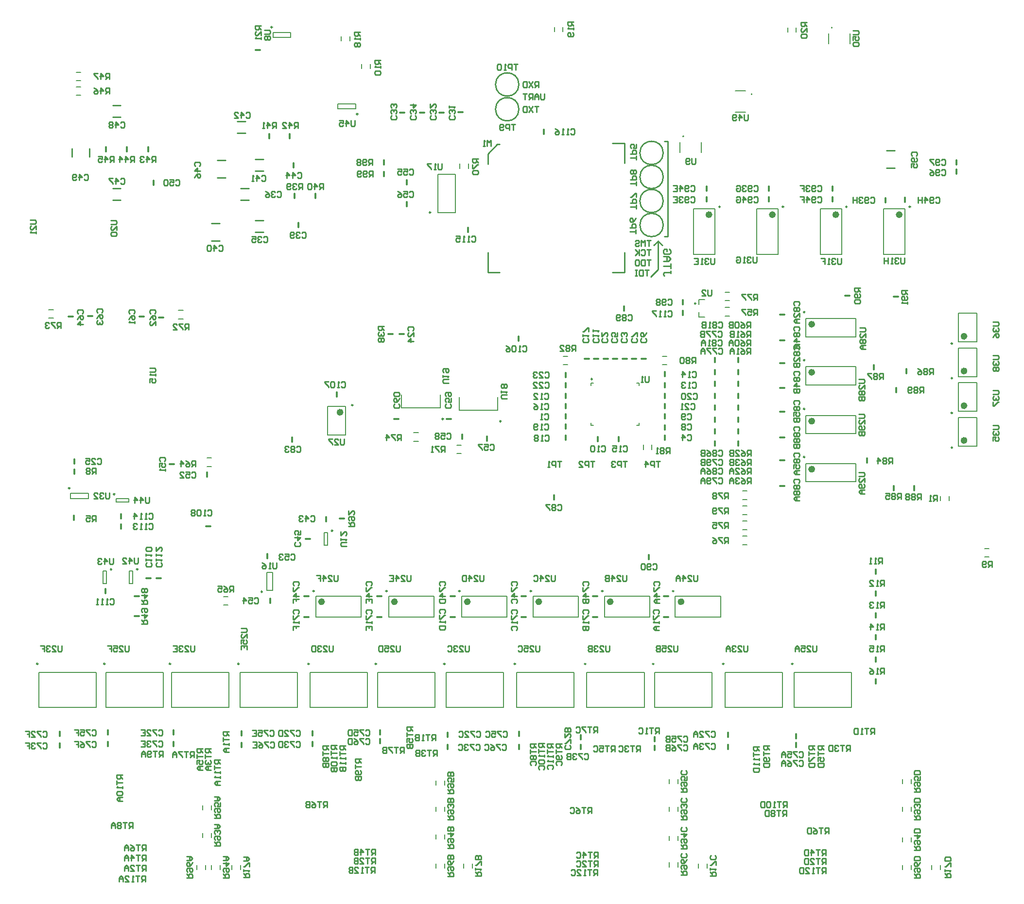
<source format=gbo>
G04*
G04 #@! TF.GenerationSoftware,Altium Limited,Altium Designer,23.9.2 (47)*
G04*
G04 Layer_Color=32896*
%FSLAX25Y25*%
%MOIN*%
G70*
G04*
G04 #@! TF.SameCoordinates,B33C0050-A697-4CE6-AC26-6465C715290A*
G04*
G04*
G04 #@! TF.FilePolarity,Positive*
G04*
G01*
G75*
%ADD10C,0.02362*%
%ADD11C,0.00984*%
%ADD13C,0.01200*%
%ADD14C,0.01000*%
%ADD19C,0.00787*%
%ADD25C,0.00500*%
D10*
X642992Y484862D02*
G03*
X642992Y484862I-1181J0D01*
G01*
Y451862D02*
G03*
X642992Y451862I-1181J0D01*
G01*
Y385362D02*
G03*
X642992Y385362I-1181J0D01*
G01*
Y418362D02*
G03*
X642992Y418362I-1181J0D01*
G01*
X572528Y560114D02*
G03*
X572528Y560114I-1181J0D01*
G01*
X703028D02*
G03*
X703028Y560114I-1181J0D01*
G01*
X616028D02*
G03*
X616028Y560114I-1181J0D01*
G01*
X659528D02*
G03*
X659528Y560114I-1181J0D01*
G01*
X747476Y452761D02*
G03*
X747476Y452761I-1181J0D01*
G01*
Y428928D02*
G03*
X747476Y428928I-1181J0D01*
G01*
Y476594D02*
G03*
X747476Y476594I-1181J0D01*
G01*
Y405094D02*
G03*
X747476Y405094I-1181J0D01*
G01*
X319509Y424442D02*
G03*
X319509Y424442I-1181J0D01*
G01*
X306798Y294346D02*
G03*
X306798Y294346I-1181J0D01*
G01*
X356798D02*
G03*
X356798Y294346I-1181J0D01*
G01*
X406798D02*
G03*
X406798Y294346I-1181J0D01*
G01*
X455798D02*
G03*
X455798Y294346I-1181J0D01*
G01*
X504798D02*
G03*
X504798Y294346I-1181J0D01*
G01*
X553364D02*
G03*
X553364Y294346I-1181J0D01*
G01*
D11*
X271905Y688815D02*
G03*
X271905Y688815I-492J0D01*
G01*
X161724Y316512D02*
G03*
X161724Y316512I-492J0D01*
G01*
X380476Y561669D02*
G03*
X380476Y561669I-492J0D01*
G01*
X562433Y499102D02*
G03*
X562433Y499102I-492J0D01*
G01*
X249110Y251693D02*
G03*
X249110Y251693I-492J0D01*
G01*
X179724Y316610D02*
G03*
X179724Y316610I-492J0D01*
G01*
X491398Y447173D02*
G03*
X491398Y447173I-492J0D01*
G01*
X637146Y493228D02*
G03*
X637146Y493228I-492J0D01*
G01*
Y460228D02*
G03*
X637146Y460228I-492J0D01*
G01*
Y393728D02*
G03*
X637146Y393728I-492J0D01*
G01*
Y426728D02*
G03*
X637146Y426728I-492J0D01*
G01*
X163882Y368232D02*
G03*
X163882Y368232I-492J0D01*
G01*
X579122Y565528D02*
G03*
X579122Y565528I-492J0D01*
G01*
X709622D02*
G03*
X709622Y565528I-492J0D01*
G01*
X622622D02*
G03*
X622622Y565528I-492J0D01*
G01*
X666122D02*
G03*
X666122Y565528I-492J0D01*
G01*
X330579Y629185D02*
G03*
X330579Y629185I-492J0D01*
G01*
X428788Y418248D02*
G03*
X428788Y418248I-492J0D01*
G01*
X389288Y419894D02*
G03*
X389288Y419894I-492J0D01*
G01*
X738421Y447820D02*
G03*
X738421Y447820I-492J0D01*
G01*
Y423987D02*
G03*
X738421Y423987I-492J0D01*
G01*
Y471654D02*
G03*
X738421Y471654I-492J0D01*
G01*
Y400153D02*
G03*
X738421Y400153I-492J0D01*
G01*
X133059Y372315D02*
G03*
X133059Y372315I-492J0D01*
G01*
X327186Y429383D02*
G03*
X327186Y429383I-492J0D01*
G01*
X157146Y251693D02*
G03*
X157146Y251693I-492J0D01*
G01*
X343376D02*
G03*
X343376Y251693I-492J0D01*
G01*
X438728D02*
G03*
X438728Y251693I-492J0D01*
G01*
X533550D02*
G03*
X533550Y251693I-492J0D01*
G01*
X628964D02*
G03*
X628964Y251693I-492J0D01*
G01*
X300695Y301630D02*
G03*
X300695Y301630I-492J0D01*
G01*
X350695D02*
G03*
X350695Y301630I-492J0D01*
G01*
X400695D02*
G03*
X400695Y301630I-492J0D01*
G01*
X449695D02*
G03*
X449695Y301630I-492J0D01*
G01*
X498695D02*
G03*
X498695Y301630I-492J0D01*
G01*
X547261D02*
G03*
X547261Y301630I-492J0D01*
G01*
X111146Y251693D02*
G03*
X111146Y251693I-492J0D01*
G01*
X202146D02*
G03*
X202146Y251693I-492J0D01*
G01*
X297191D02*
G03*
X297191Y251693I-492J0D01*
G01*
X390405D02*
G03*
X390405Y251693I-492J0D01*
G01*
X486932D02*
G03*
X486932Y251693I-492J0D01*
G01*
X581646D02*
G03*
X581646Y251693I-492J0D01*
G01*
X265079Y301197D02*
G03*
X265079Y301197I-492J0D01*
G01*
X313308Y343152D02*
G03*
X313308Y343152I-492J0D01*
G01*
D13*
X177347Y298153D02*
X180347D01*
X177319Y284531D02*
X180319D01*
X351500Y478000D02*
X354500D01*
X260500Y673000D02*
X263500D01*
X190500Y580500D02*
Y583500D01*
X192500Y310500D02*
X195500D01*
X185500D02*
X188500D01*
X157500Y300000D02*
Y303000D01*
X348500Y594500D02*
Y597500D01*
X553500Y491000D02*
Y494000D01*
Y498500D02*
Y501500D01*
X620165Y458296D02*
X623165D01*
X620165Y441088D02*
X623165D01*
X698273Y503784D02*
X701273D01*
X706889Y451261D02*
Y454261D01*
X684500Y453831D02*
Y456832D01*
X699773Y438244D02*
Y441245D01*
X679815Y389720D02*
Y392720D01*
X697997Y370863D02*
Y373863D01*
X712000Y370863D02*
Y373863D01*
X664681Y504571D02*
X667681D01*
X540994Y412596D02*
Y415596D01*
X541000Y420000D02*
Y423000D01*
Y441500D02*
Y444500D01*
Y449000D02*
Y452000D01*
Y427000D02*
Y430000D01*
Y405500D02*
Y408500D01*
Y434000D02*
Y437000D01*
X620165Y373839D02*
X623165D01*
X620165Y391547D02*
X623165D01*
X620165Y407256D02*
X623165D01*
X620165Y424964D02*
X623165D01*
X620165Y473672D02*
X623165D01*
X620165Y491380D02*
X623165D01*
X591533Y401476D02*
Y404476D01*
Y409651D02*
Y412651D01*
Y417826D02*
Y420825D01*
Y426000D02*
Y429000D01*
Y434175D02*
Y437175D01*
Y442350D02*
Y445350D01*
Y450524D02*
Y453524D01*
Y458699D02*
Y461699D01*
X575467Y401476D02*
Y404476D01*
Y409651D02*
Y412651D01*
Y417826D02*
Y420825D01*
Y426000D02*
Y429000D01*
Y434175D02*
Y437175D01*
Y442350D02*
Y445350D01*
Y450524D02*
Y453524D01*
Y458699D02*
Y461699D01*
X495055Y404400D02*
Y407400D01*
X509500Y404500D02*
Y407500D01*
X473008Y405400D02*
Y408400D01*
X473000Y413000D02*
Y416000D01*
Y420000D02*
Y423000D01*
Y427000D02*
Y430000D01*
Y434000D02*
Y437000D01*
X473008Y441381D02*
Y444381D01*
Y448576D02*
Y451577D01*
X486000Y461000D02*
X489000D01*
X492500D02*
X495500D01*
X499000D02*
X502000D01*
X505500D02*
X508500D01*
X512000D02*
X515000D01*
X518500D02*
X521500D01*
X525000D02*
X528000D01*
X168000Y351500D02*
Y354500D01*
Y344500D02*
Y347500D01*
X685807Y283428D02*
Y286428D01*
Y268357D02*
Y271357D01*
X612500Y576500D02*
Y579500D01*
X569815Y569000D02*
Y572000D01*
X612500Y569000D02*
Y572000D01*
X705701Y568705D02*
Y571705D01*
X692379Y568575D02*
Y571575D01*
X656200Y576500D02*
Y579500D01*
X569815Y576500D02*
Y579500D01*
X656200Y569000D02*
Y572000D01*
X226500Y346000D02*
X229500D01*
X318000Y351500D02*
X321000D01*
X348500Y586500D02*
Y589500D01*
X458000Y615500D02*
Y618500D01*
X406000Y548000D02*
Y551000D01*
X741000Y594500D02*
Y597500D01*
Y588000D02*
Y591000D01*
X630983Y194370D02*
Y197370D01*
X301491Y571390D02*
Y574390D01*
X419000Y404890D02*
Y407890D01*
X402000Y406000D02*
Y409000D01*
X391500Y419973D02*
X394500D01*
X355500D02*
X358500D01*
X186787Y603600D02*
Y606600D01*
X172172Y603600D02*
Y606600D01*
X157672Y603600D02*
Y606600D01*
X283820Y612500D02*
Y615500D01*
X269850Y612500D02*
Y615500D01*
X287104Y571390D02*
Y574390D01*
X685807Y238213D02*
Y241213D01*
Y253285D02*
Y256285D01*
Y298500D02*
Y301500D01*
Y313572D02*
Y316572D01*
X136000Y382000D02*
Y385000D01*
X135913Y350500D02*
Y353500D01*
X315966Y435000D02*
Y438000D01*
X440750Y473488D02*
Y476488D01*
X529966Y323500D02*
Y326500D01*
X513000Y494000D02*
Y497000D01*
X464951Y364500D02*
Y367500D01*
X285500Y404000D02*
Y407000D01*
X159000Y195000D02*
Y198000D01*
X250641Y194500D02*
Y197500D01*
X345818Y197286D02*
Y200286D01*
X441000Y193000D02*
Y196000D01*
X534220Y192500D02*
Y195500D01*
X159000Y203000D02*
Y206000D01*
X250641Y202500D02*
Y205500D01*
X345818Y203000D02*
Y206000D01*
X441000Y202000D02*
Y205000D01*
X534220Y198630D02*
Y201630D01*
X631000Y200500D02*
Y203500D01*
X293731Y298284D02*
X296731D01*
X343731D02*
X346731D01*
X393990D02*
X396990D01*
X442731D02*
X445731D01*
X491731D02*
X494731D01*
X540297D02*
X543297D01*
X126000Y194000D02*
Y197000D01*
X204000Y195000D02*
Y198000D01*
X299346Y195000D02*
Y198000D01*
X392259Y193000D02*
Y196000D01*
X483570Y193002D02*
Y196002D01*
X584500Y193000D02*
Y196000D01*
X126000Y202000D02*
Y205000D01*
X204000Y203000D02*
Y206000D01*
X299346Y202500D02*
Y205500D01*
X392259Y201500D02*
Y204500D01*
X483570Y199673D02*
Y202673D01*
X584500Y201500D02*
Y204500D01*
X293731Y283717D02*
X296731D01*
X343731D02*
X346731D01*
X393990D02*
X396990D01*
X442731D02*
X445731D01*
X491731D02*
X494731D01*
X540297D02*
X543297D01*
X132139Y490075D02*
X135139D01*
X145539Y490500D02*
X148539D01*
X194084Y489575D02*
X197084D01*
X180684Y490000D02*
X183684D01*
X364000Y565661D02*
Y568661D01*
Y580661D02*
Y583661D01*
X270468Y293437D02*
Y296437D01*
X268500Y324000D02*
Y327000D01*
X226989Y380000D02*
Y383000D01*
X201530Y388733D02*
X204530D01*
X294752Y337541D02*
X297752D01*
X286316Y592500D02*
Y595500D01*
X308682Y349611D02*
Y352611D01*
X289663Y551500D02*
Y554500D01*
X373000Y630000D02*
X376000D01*
X359500D02*
X362500D01*
X386500D02*
X389500D01*
X399492Y630500D02*
X402492D01*
X136000Y389250D02*
Y392250D01*
X359154Y478000D02*
X362154D01*
D14*
X540000Y602500D02*
G03*
X540000Y602500I-8000J0D01*
G01*
Y553000D02*
G03*
X540000Y553000I-8000J0D01*
G01*
Y569500D02*
G03*
X540000Y569500I-8000J0D01*
G01*
Y586000D02*
G03*
X540000Y586000I-8000J0D01*
G01*
X441000Y649500D02*
G03*
X441000Y649500I-8000J0D01*
G01*
Y632500D02*
G03*
X441000Y632500I-8000J0D01*
G01*
X543000Y545000D02*
Y610500D01*
X540650Y545000D02*
X543000D01*
X540650Y610500D02*
X543000D01*
X531500Y517500D02*
X536475Y522475D01*
X426243Y608508D02*
X427941D01*
X419673Y601938D02*
X426243Y608508D01*
X419673Y594728D02*
Y601938D01*
X513374Y520319D02*
Y534098D01*
X419673Y520319D02*
X427941D01*
X419673D02*
Y534098D01*
X505106Y520319D02*
X513374D01*
X505106Y609295D02*
X513374D01*
Y595516D02*
Y609295D01*
X260200Y556000D02*
X265800D01*
X260200Y548000D02*
X265800D01*
X533500Y539075D02*
X536379Y541954D01*
X536475Y522475D02*
Y542000D01*
X536427Y541930D02*
X539307Y539051D01*
X162339Y578000D02*
X167939D01*
X162339Y570000D02*
X167939D01*
X162339Y635000D02*
X167939D01*
X162339Y627000D02*
X167939D01*
X134339Y599948D02*
Y605548D01*
X146339Y599948D02*
Y605548D01*
X693200Y604000D02*
X698800D01*
X693200Y592000D02*
X698800D01*
X234200Y597500D02*
X239800D01*
X234200Y585500D02*
X239800D01*
X247906Y616000D02*
X253506D01*
X247906Y624000D02*
X253506D01*
X260200Y590000D02*
X265800D01*
X260200Y598000D02*
X265800D01*
X230200Y554000D02*
X235800D01*
X230200Y542000D02*
X235800D01*
X250200Y570000D02*
X255800D01*
X250200Y578000D02*
X255800D01*
X531300Y542499D02*
X528634D01*
X529967D01*
Y538500D01*
X527301D02*
Y542499D01*
X525968Y541166D01*
X524636Y542499D01*
Y538500D01*
X520637Y541832D02*
X521303Y542499D01*
X522636D01*
X523303Y541832D01*
Y541166D01*
X522636Y540499D01*
X521303D01*
X520637Y539833D01*
Y539166D01*
X521303Y538500D01*
X522636D01*
X523303Y539166D01*
X454500Y647500D02*
Y651499D01*
X452501D01*
X451834Y650832D01*
Y649499D01*
X452501Y648833D01*
X454500D01*
X453167D02*
X451834Y647500D01*
X450501Y651499D02*
X447835Y647500D01*
Y651499D02*
X450501Y647500D01*
X446503Y651499D02*
Y647500D01*
X444503D01*
X443837Y648166D01*
Y650832D01*
X444503Y651499D01*
X446503D01*
X531300Y528999D02*
X528634D01*
X529967D01*
Y525000D01*
X527301Y528999D02*
Y525000D01*
X525302D01*
X524636Y525666D01*
Y528332D01*
X525302Y528999D01*
X527301D01*
X521303D02*
X522636D01*
X523303Y528332D01*
Y525666D01*
X522636Y525000D01*
X521303D01*
X520637Y525666D01*
Y528332D01*
X521303Y528999D01*
X458500Y642999D02*
Y639666D01*
X457834Y639000D01*
X456501D01*
X455834Y639666D01*
Y642999D01*
X454501Y639000D02*
Y641666D01*
X453168Y642999D01*
X451835Y641666D01*
Y639000D01*
Y640999D01*
X454501D01*
X450503Y639000D02*
Y642999D01*
X448503D01*
X447837Y642332D01*
Y640999D01*
X448503Y640333D01*
X450503D01*
X449170D02*
X447837Y639000D01*
X446504Y642999D02*
X443838D01*
X445171D01*
Y639000D01*
X531300Y535999D02*
X528634D01*
X529967D01*
Y532000D01*
X524636Y535332D02*
X525302Y535999D01*
X526635D01*
X527301Y535332D01*
Y532666D01*
X526635Y532000D01*
X525302D01*
X524636Y532666D01*
X523303Y535999D02*
Y532000D01*
Y533333D01*
X520637Y535999D01*
X522636Y533999D01*
X520637Y532000D01*
X544998Y521332D02*
Y519666D01*
Y520499D01*
X540833D01*
X540000Y519666D01*
Y518833D01*
X540833Y518000D01*
X544998Y522998D02*
Y526331D01*
Y524664D01*
X540000D01*
Y527997D02*
X543332D01*
X544998Y529663D01*
X543332Y531329D01*
X540000D01*
X542499D01*
Y527997D01*
X544165Y536327D02*
X544998Y535494D01*
Y533828D01*
X544165Y532995D01*
X540833D01*
X540000Y533828D01*
Y535494D01*
X540833Y536327D01*
X542499D01*
Y534661D01*
X454500Y634499D02*
X451834D01*
X453167D01*
Y630500D01*
X450501Y634499D02*
X447835Y630500D01*
Y634499D02*
X450501Y630500D01*
X446503Y634499D02*
Y630500D01*
X444503D01*
X443837Y631166D01*
Y633832D01*
X444503Y634499D01*
X446503D01*
X530102Y521999D02*
X527437D01*
X528769D01*
Y518000D01*
X526104Y521999D02*
Y518000D01*
X524104D01*
X523438Y518666D01*
Y521332D01*
X524104Y521999D01*
X526104D01*
X522105D02*
X520772D01*
X521439D01*
Y518000D01*
X522105D01*
X520772D01*
X669963Y686332D02*
X673296D01*
X673962Y685665D01*
Y684332D01*
X673296Y683666D01*
X669963D01*
Y679667D02*
Y682333D01*
X671963D01*
X671296Y681000D01*
Y680334D01*
X671963Y679667D01*
X673296D01*
X673962Y680334D01*
Y681666D01*
X673296Y682333D01*
X670630Y678334D02*
X669963Y677668D01*
Y676335D01*
X670630Y675668D01*
X673296D01*
X673962Y676335D01*
Y677668D01*
X673296Y678334D01*
X670630D01*
X597987Y628903D02*
Y625571D01*
X597320Y624904D01*
X595987D01*
X595321Y625571D01*
Y628903D01*
X591989Y624904D02*
Y628903D01*
X593988Y626904D01*
X591322D01*
X589989Y625571D02*
X589323Y624904D01*
X587990D01*
X587324Y625571D01*
Y628237D01*
X587990Y628903D01*
X589323D01*
X589989Y628237D01*
Y627570D01*
X589323Y626904D01*
X587324D01*
X562054Y598880D02*
Y595548D01*
X561388Y594881D01*
X560055D01*
X559388Y595548D01*
Y598880D01*
X558055Y595548D02*
X557389Y594881D01*
X556056D01*
X555390Y595548D01*
Y598213D01*
X556056Y598880D01*
X557389D01*
X558055Y598213D01*
Y597547D01*
X557389Y596881D01*
X555390D01*
X182138Y279200D02*
X186137D01*
Y281199D01*
X185470Y281865D01*
X184137D01*
X183471Y281199D01*
Y279200D01*
Y280532D02*
X182138Y281865D01*
Y285197D02*
X186137D01*
X184137Y283198D01*
Y285864D01*
X182804Y287197D02*
X182138Y287863D01*
Y289196D01*
X182804Y289863D01*
X185470D01*
X186137Y289196D01*
Y287863D01*
X185470Y287197D01*
X184804D01*
X184137Y287863D01*
Y289863D01*
X182166Y292952D02*
X186164D01*
Y294951D01*
X185498Y295618D01*
X184165D01*
X183498Y294951D01*
Y292952D01*
Y294285D02*
X182166Y295618D01*
Y298950D02*
X186164D01*
X184165Y296951D01*
Y299616D01*
X185498Y300949D02*
X186164Y301616D01*
Y302949D01*
X185498Y303615D01*
X184831D01*
X184165Y302949D01*
X183498Y303615D01*
X182832D01*
X182166Y302949D01*
Y301616D01*
X182832Y300949D01*
X183498D01*
X184165Y301616D01*
X184831Y300949D01*
X185498D01*
X184165Y301616D02*
Y302949D01*
X348499Y483332D02*
X344501D01*
Y481332D01*
X345167Y480666D01*
X346500D01*
X347166Y481332D01*
Y483332D01*
Y481999D02*
X348499Y480666D01*
X345167Y479333D02*
X344501Y478666D01*
Y477334D01*
X345167Y476667D01*
X345834D01*
X346500Y477334D01*
Y478000D01*
Y477334D01*
X347166Y476667D01*
X347833D01*
X348499Y477334D01*
Y478666D01*
X347833Y479333D01*
X345167Y475334D02*
X344501Y474668D01*
Y473335D01*
X345167Y472668D01*
X345834D01*
X346500Y473335D01*
X347166Y472668D01*
X347833D01*
X348499Y473335D01*
Y474668D01*
X347833Y475334D01*
X347166D01*
X346500Y474668D01*
X345834Y475334D01*
X345167D01*
X346500Y474668D02*
Y473335D01*
X266501Y686832D02*
X269833D01*
X270499Y686166D01*
Y684833D01*
X269833Y684166D01*
X266501D01*
X267167Y682833D02*
X266501Y682167D01*
Y680834D01*
X267167Y680168D01*
X267834D01*
X268500Y680834D01*
X269166Y680168D01*
X269833D01*
X270499Y680834D01*
Y682167D01*
X269833Y682833D01*
X269166D01*
X268500Y682167D01*
X267834Y682833D01*
X267167D01*
X268500Y682167D02*
Y680834D01*
X263999Y689665D02*
X260001D01*
Y687666D01*
X260667Y686999D01*
X262000D01*
X262666Y687666D01*
Y689665D01*
Y688332D02*
X263999Y686999D01*
Y683001D02*
Y685666D01*
X261334Y683001D01*
X260667D01*
X260001Y683667D01*
Y685000D01*
X260667Y685666D01*
X263999Y681668D02*
Y680335D01*
Y681001D01*
X260001D01*
X260667Y681668D01*
X542999Y493333D02*
X543665Y493999D01*
X544998D01*
X545665Y493333D01*
Y490667D01*
X544998Y490001D01*
X543665D01*
X542999Y490667D01*
X541666Y490001D02*
X540333D01*
X540999D01*
Y493999D01*
X541666Y493333D01*
X538334Y490001D02*
X537001D01*
X537667D01*
Y493999D01*
X538334Y493333D01*
X535001Y493999D02*
X532336D01*
Y493333D01*
X535001Y490667D01*
Y490001D01*
X543166Y501333D02*
X543832Y501999D01*
X545165D01*
X545832Y501333D01*
Y498667D01*
X545165Y498001D01*
X543832D01*
X543166Y498667D01*
X541833D02*
X541166Y498001D01*
X539834D01*
X539167Y498667D01*
Y501333D01*
X539834Y501999D01*
X541166D01*
X541833Y501333D01*
Y500666D01*
X541166Y500000D01*
X539167D01*
X537834Y501333D02*
X537168Y501999D01*
X535835D01*
X535168Y501333D01*
Y500666D01*
X535835Y500000D01*
X535168Y499334D01*
Y498667D01*
X535835Y498001D01*
X537168D01*
X537834Y498667D01*
Y499334D01*
X537168Y500000D01*
X537834Y500666D01*
Y501333D01*
X537168Y500000D02*
X535835D01*
X556334Y415832D02*
X557001Y416499D01*
X558334D01*
X559000Y415832D01*
Y413166D01*
X558334Y412500D01*
X557001D01*
X556334Y413166D01*
X555001Y415832D02*
X554335Y416499D01*
X553002D01*
X552336Y415832D01*
Y415166D01*
X553002Y414499D01*
X552336Y413833D01*
Y413166D01*
X553002Y412500D01*
X554335D01*
X555001Y413166D01*
Y413833D01*
X554335Y414499D01*
X555001Y415166D01*
Y415832D01*
X554335Y414499D02*
X553002D01*
X556334Y422832D02*
X557001Y423499D01*
X558334D01*
X559000Y422832D01*
Y420166D01*
X558334Y419500D01*
X557001D01*
X556334Y420166D01*
X555001D02*
X554335Y419500D01*
X553002D01*
X552336Y420166D01*
Y422832D01*
X553002Y423499D01*
X554335D01*
X555001Y422832D01*
Y422166D01*
X554335Y421499D01*
X552336D01*
X559834Y444332D02*
X560501Y444999D01*
X561834D01*
X562500Y444332D01*
Y441666D01*
X561834Y441000D01*
X560501D01*
X559834Y441666D01*
X558501Y441000D02*
X557168D01*
X557835D01*
Y444999D01*
X558501Y444332D01*
X555169D02*
X554503Y444999D01*
X553170D01*
X552503Y444332D01*
Y443666D01*
X553170Y442999D01*
X553836D01*
X553170D01*
X552503Y442333D01*
Y441666D01*
X553170Y441000D01*
X554503D01*
X555169Y441666D01*
X559834Y451832D02*
X560501Y452499D01*
X561834D01*
X562500Y451832D01*
Y449166D01*
X561834Y448500D01*
X560501D01*
X559834Y449166D01*
X558501Y448500D02*
X557168D01*
X557835D01*
Y452499D01*
X558501Y451832D01*
X553170Y448500D02*
Y452499D01*
X555169Y450499D01*
X552503D01*
X558834Y429832D02*
X559501Y430499D01*
X560834D01*
X561500Y429832D01*
Y427166D01*
X560834Y426500D01*
X559501D01*
X558834Y427166D01*
X554836Y426500D02*
X557501D01*
X554836Y429166D01*
Y429832D01*
X555502Y430499D01*
X556835D01*
X557501Y429832D01*
X553503Y426500D02*
X552170D01*
X552836D01*
Y430499D01*
X553503Y429832D01*
X556334Y408332D02*
X557001Y408999D01*
X558334D01*
X559000Y408332D01*
Y405666D01*
X558334Y405000D01*
X557001D01*
X556334Y405666D01*
X553002Y405000D02*
Y408999D01*
X555001Y406999D01*
X552336D01*
X560334Y436832D02*
X561001Y437499D01*
X562334D01*
X563000Y436832D01*
Y434166D01*
X562334Y433500D01*
X561001D01*
X560334Y434166D01*
X556335Y433500D02*
X559001D01*
X556335Y436166D01*
Y436832D01*
X557002Y437499D01*
X558335D01*
X559001Y436832D01*
X555003D02*
X554336Y437499D01*
X553003D01*
X552337Y436832D01*
Y434166D01*
X553003Y433500D01*
X554336D01*
X555003Y434166D01*
Y436832D01*
X562000Y458000D02*
Y461999D01*
X560001D01*
X559334Y461332D01*
Y459999D01*
X560001Y459333D01*
X562000D01*
X560667D02*
X559334Y458000D01*
X558001Y461332D02*
X557335Y461999D01*
X556002D01*
X555336Y461332D01*
Y460666D01*
X556002Y459999D01*
X555336Y459333D01*
Y458666D01*
X556002Y458000D01*
X557335D01*
X558001Y458666D01*
Y459333D01*
X557335Y459999D01*
X558001Y460666D01*
Y461332D01*
X557335Y459999D02*
X556002D01*
X554003Y461332D02*
X553336Y461999D01*
X552003D01*
X551337Y461332D01*
Y458666D01*
X552003Y458000D01*
X553336D01*
X554003Y458666D01*
Y461332D01*
X432787Y433890D02*
X429455D01*
X428788Y434556D01*
Y435889D01*
X429455Y436556D01*
X432787D01*
X428788Y437889D02*
Y439222D01*
Y438555D01*
X432787D01*
X432120Y437889D01*
Y441221D02*
X432787Y441887D01*
Y443220D01*
X432120Y443887D01*
X431454D01*
X430788Y443220D01*
X430121Y443887D01*
X429455D01*
X428788Y443220D01*
Y441887D01*
X429455Y441221D01*
X430121D01*
X430788Y441887D01*
X431454Y441221D01*
X432120D01*
X430788Y441887D02*
Y443220D01*
X392795Y444390D02*
X389462D01*
X388796Y445056D01*
Y446389D01*
X389462Y447056D01*
X392795D01*
X388796Y448389D02*
Y449722D01*
Y449055D01*
X392795D01*
X392128Y448389D01*
X389462Y451721D02*
X388796Y452387D01*
Y453720D01*
X389462Y454387D01*
X392128D01*
X392795Y453720D01*
Y452387D01*
X392128Y451721D01*
X391462D01*
X390795Y452387D01*
Y454387D01*
X421151Y401722D02*
X421818Y402389D01*
X423151D01*
X423817Y401722D01*
Y399056D01*
X423151Y398390D01*
X421818D01*
X421151Y399056D01*
X417153Y402389D02*
X419819D01*
Y400389D01*
X418486Y401056D01*
X417819D01*
X417153Y400389D01*
Y399056D01*
X417819Y398390D01*
X419152D01*
X419819Y399056D01*
X415820Y402389D02*
X413154D01*
Y401722D01*
X415820Y399056D01*
Y398390D01*
X391334Y409332D02*
X392001Y409999D01*
X393334D01*
X394000Y409332D01*
Y406666D01*
X393334Y406000D01*
X392001D01*
X391334Y406666D01*
X387335Y409999D02*
X390001D01*
Y407999D01*
X388668Y408666D01*
X388002D01*
X387335Y407999D01*
Y406666D01*
X388002Y406000D01*
X389335D01*
X390001Y406666D01*
X386003Y409332D02*
X385336Y409999D01*
X384003D01*
X383337Y409332D01*
Y408666D01*
X384003Y407999D01*
X383337Y407333D01*
Y406666D01*
X384003Y406000D01*
X385336D01*
X386003Y406666D01*
Y407333D01*
X385336Y407999D01*
X386003Y408666D01*
Y409332D01*
X385336Y407999D02*
X384003D01*
X393832Y430237D02*
X394499Y429571D01*
Y428238D01*
X393832Y427571D01*
X391166D01*
X390500Y428238D01*
Y429571D01*
X391166Y430237D01*
X394499Y434236D02*
Y431570D01*
X392499D01*
X393166Y432903D01*
Y433569D01*
X392499Y434236D01*
X391166D01*
X390500Y433569D01*
Y432236D01*
X391166Y431570D01*
Y435569D02*
X390500Y436235D01*
Y437568D01*
X391166Y438235D01*
X393832D01*
X394499Y437568D01*
Y436235D01*
X393832Y435569D01*
X393166D01*
X392499Y436235D01*
Y438235D01*
X358332Y430237D02*
X358999Y429571D01*
Y428238D01*
X358332Y427571D01*
X355666D01*
X355000Y428238D01*
Y429571D01*
X355666Y430237D01*
X358999Y434236D02*
X358332Y432903D01*
X356999Y431570D01*
X355666D01*
X355000Y432236D01*
Y433569D01*
X355666Y434236D01*
X356333D01*
X356999Y433569D01*
Y431570D01*
X358332Y435569D02*
X358999Y436235D01*
Y437568D01*
X358332Y438235D01*
X355666D01*
X355000Y437568D01*
Y436235D01*
X355666Y435569D01*
X358332D01*
X390000Y397000D02*
Y400999D01*
X388001D01*
X387334Y400332D01*
Y398999D01*
X388001Y398333D01*
X390000D01*
X388667D02*
X387334Y397000D01*
X386001Y400999D02*
X383335D01*
Y400332D01*
X386001Y397666D01*
Y397000D01*
X382003D02*
X380670D01*
X381336D01*
Y400999D01*
X382003Y400332D01*
X360000Y405000D02*
Y408999D01*
X358001D01*
X357334Y408332D01*
Y406999D01*
X358001Y406333D01*
X360000D01*
X358667D02*
X357334Y405000D01*
X356001Y408999D02*
X353335D01*
Y408332D01*
X356001Y405666D01*
Y405000D01*
X350003D02*
Y408999D01*
X352003Y406999D01*
X349337D01*
X205334Y583332D02*
X206001Y583999D01*
X207334D01*
X208000Y583332D01*
Y580666D01*
X207334Y580000D01*
X206001D01*
X205334Y580666D01*
X201336Y583999D02*
X204001D01*
Y581999D01*
X202668Y582666D01*
X202002D01*
X201336Y581999D01*
Y580666D01*
X202002Y580000D01*
X203335D01*
X204001Y580666D01*
X200003Y583332D02*
X199336Y583999D01*
X198003D01*
X197337Y583332D01*
Y580666D01*
X198003Y580000D01*
X199336D01*
X200003Y580666D01*
Y583332D01*
X167834Y584332D02*
X168501Y584999D01*
X169834D01*
X170500Y584332D01*
Y581666D01*
X169834Y581000D01*
X168501D01*
X167834Y581666D01*
X164502Y581000D02*
Y584999D01*
X166501Y582999D01*
X163836D01*
X162503Y584999D02*
X159837D01*
Y584332D01*
X162503Y581666D01*
Y581000D01*
X167834Y623057D02*
X168501Y623723D01*
X169834D01*
X170500Y623057D01*
Y620391D01*
X169834Y619724D01*
X168501D01*
X167834Y620391D01*
X164502Y619724D02*
Y623723D01*
X166501Y621724D01*
X163836D01*
X162503Y623057D02*
X161836Y623723D01*
X160503D01*
X159837Y623057D01*
Y622390D01*
X160503Y621724D01*
X159837Y621057D01*
Y620391D01*
X160503Y619724D01*
X161836D01*
X162503Y620391D01*
Y621057D01*
X161836Y621724D01*
X162503Y622390D01*
Y623057D01*
X161836Y621724D02*
X160503D01*
X142673Y587080D02*
X143339Y587747D01*
X144672D01*
X145339Y587080D01*
Y584414D01*
X144672Y583748D01*
X143339D01*
X142673Y584414D01*
X139340Y583748D02*
Y587747D01*
X141340Y585747D01*
X138674D01*
X137341Y584414D02*
X136675Y583748D01*
X135342D01*
X134675Y584414D01*
Y587080D01*
X135342Y587747D01*
X136675D01*
X137341Y587080D01*
Y586414D01*
X136675Y585747D01*
X134675D01*
X191787Y596100D02*
Y600098D01*
X189788D01*
X189122Y599432D01*
Y598099D01*
X189788Y597433D01*
X191787D01*
X190454D02*
X189122Y596100D01*
X185789D02*
Y600098D01*
X187789Y598099D01*
X185123D01*
X183790Y599432D02*
X183124Y600098D01*
X181791D01*
X181124Y599432D01*
Y598765D01*
X181791Y598099D01*
X182457D01*
X181791D01*
X181124Y597433D01*
Y596766D01*
X181791Y596100D01*
X183124D01*
X183790Y596766D01*
X177172Y596100D02*
Y600098D01*
X175173D01*
X174507Y599432D01*
Y598099D01*
X175173Y597433D01*
X177172D01*
X175839D02*
X174507Y596100D01*
X171174D02*
Y600098D01*
X173174Y598099D01*
X170508D01*
X167176Y596100D02*
Y600098D01*
X169175Y598099D01*
X166509D01*
X163072Y596100D02*
Y600098D01*
X161073D01*
X160407Y599432D01*
Y598099D01*
X161073Y597433D01*
X163072D01*
X161740D02*
X160407Y596100D01*
X157074D02*
Y600098D01*
X159074Y598099D01*
X156408D01*
X152409Y600098D02*
X155075D01*
Y598099D01*
X153742Y598765D01*
X153076D01*
X152409Y598099D01*
Y596766D01*
X153076Y596100D01*
X154409D01*
X155075Y596766D01*
X160000Y643000D02*
Y646999D01*
X158001D01*
X157334Y646332D01*
Y644999D01*
X158001Y644333D01*
X160000D01*
X158667D02*
X157334Y643000D01*
X154002D02*
Y646999D01*
X156001Y644999D01*
X153335D01*
X149337Y646999D02*
X150670Y646332D01*
X152003Y644999D01*
Y643666D01*
X151336Y643000D01*
X150003D01*
X149337Y643666D01*
Y644333D01*
X150003Y644999D01*
X152003D01*
X160000Y653000D02*
Y656999D01*
X158001D01*
X157334Y656332D01*
Y654999D01*
X158001Y654333D01*
X160000D01*
X158667D02*
X157334Y653000D01*
X154002D02*
Y656999D01*
X156001Y654999D01*
X153335D01*
X152003Y656999D02*
X149337D01*
Y656332D01*
X152003Y653666D01*
Y653000D01*
X674656Y482379D02*
X677989D01*
X678655Y481712D01*
Y480379D01*
X677989Y479713D01*
X674656D01*
X678655Y475714D02*
Y478380D01*
X675989Y475714D01*
X675323D01*
X674656Y476381D01*
Y477713D01*
X675323Y478380D01*
Y474381D02*
X674656Y473715D01*
Y472382D01*
X675323Y471715D01*
X675989D01*
X676656Y472382D01*
X677322Y471715D01*
X677989D01*
X678655Y472382D01*
Y473715D01*
X677989Y474381D01*
X677322D01*
X676656Y473715D01*
X675989Y474381D01*
X675323D01*
X676656Y473715D02*
Y472382D01*
X678655Y470382D02*
X675989D01*
X674656Y469050D01*
X675989Y467717D01*
X678655D01*
X676656D01*
Y470382D01*
X674256Y447284D02*
X677589D01*
X678255Y446618D01*
Y445285D01*
X677589Y444618D01*
X674256D01*
X678255Y440620D02*
Y443286D01*
X675589Y440620D01*
X674923D01*
X674256Y441286D01*
Y442619D01*
X674923Y443286D01*
Y439287D02*
X674256Y438620D01*
Y437287D01*
X674923Y436621D01*
X675589D01*
X676256Y437287D01*
X676922Y436621D01*
X677589D01*
X678255Y437287D01*
Y438620D01*
X677589Y439287D01*
X676922D01*
X676256Y438620D01*
X675589Y439287D01*
X674923D01*
X676256Y438620D02*
Y437287D01*
X674256Y435288D02*
X678255D01*
Y433289D01*
X677589Y432622D01*
X676922D01*
X676256Y433289D01*
Y435288D01*
Y433289D01*
X675589Y432622D01*
X674923D01*
X674256Y433289D01*
Y435288D01*
X674241Y383000D02*
X677573D01*
X678240Y382334D01*
Y381001D01*
X677573Y380334D01*
X674241D01*
X678240Y376336D02*
Y379001D01*
X675574Y376336D01*
X674907D01*
X674241Y377002D01*
Y378335D01*
X674907Y379001D01*
X677573Y375003D02*
X678240Y374336D01*
Y373003D01*
X677573Y372337D01*
X674907D01*
X674241Y373003D01*
Y374336D01*
X674907Y375003D01*
X675574D01*
X676240Y374336D01*
Y372337D01*
X678240Y371004D02*
X675574D01*
X674241Y369671D01*
X675574Y368338D01*
X678240D01*
X676240D01*
Y371004D01*
X674241Y423220D02*
X677573D01*
X678240Y422553D01*
Y421221D01*
X677573Y420554D01*
X674241D01*
X678240Y416556D02*
Y419221D01*
X675574Y416556D01*
X674907D01*
X674241Y417222D01*
Y418555D01*
X674907Y419221D01*
X677573Y415223D02*
X678240Y414556D01*
Y413223D01*
X677573Y412557D01*
X674907D01*
X674241Y413223D01*
Y414556D01*
X674907Y415223D01*
X675574D01*
X676240Y414556D01*
Y412557D01*
X674241Y411224D02*
X678240D01*
Y409225D01*
X677573Y408558D01*
X676907D01*
X676240Y409225D01*
Y411224D01*
Y409225D01*
X675574Y408558D01*
X674907D01*
X674241Y409225D01*
Y411224D01*
X630168Y497834D02*
X629501Y498501D01*
Y499834D01*
X630168Y500500D01*
X632834D01*
X633500Y499834D01*
Y498501D01*
X632834Y497834D01*
X630168Y496501D02*
X629501Y495835D01*
Y494502D01*
X630168Y493835D01*
X630834D01*
X631501Y494502D01*
X632167Y493835D01*
X632834D01*
X633500Y494502D01*
Y495835D01*
X632834Y496501D01*
X632167D01*
X631501Y495835D01*
X630834Y496501D01*
X630168D01*
X631501Y495835D02*
Y494502D01*
X633500Y489837D02*
Y492503D01*
X630834Y489837D01*
X630168D01*
X629501Y490503D01*
Y491836D01*
X630168Y492503D01*
X633500Y488504D02*
X630834D01*
X629501Y487171D01*
X630834Y485838D01*
X633500D01*
X631501D01*
Y488504D01*
X630168Y467334D02*
X629501Y468001D01*
Y469334D01*
X630168Y470000D01*
X632834D01*
X633500Y469334D01*
Y468001D01*
X632834Y467334D01*
X630168Y466001D02*
X629501Y465335D01*
Y464002D01*
X630168Y463336D01*
X630834D01*
X631501Y464002D01*
X632167Y463336D01*
X632834D01*
X633500Y464002D01*
Y465335D01*
X632834Y466001D01*
X632167D01*
X631501Y465335D01*
X630834Y466001D01*
X630168D01*
X631501Y465335D02*
Y464002D01*
X633500Y459337D02*
Y462003D01*
X630834Y459337D01*
X630168D01*
X629501Y460003D01*
Y461336D01*
X630168Y462003D01*
X629501Y458004D02*
X633500D01*
Y456004D01*
X632834Y455338D01*
X632167D01*
X631501Y456004D01*
Y458004D01*
Y456004D01*
X630834Y455338D01*
X630168D01*
X629501Y456004D01*
Y458004D01*
X630168Y480334D02*
X629501Y481001D01*
Y482334D01*
X630168Y483000D01*
X632834D01*
X633500Y482334D01*
Y481001D01*
X632834Y480334D01*
X630168Y479001D02*
X629501Y478335D01*
Y477002D01*
X630168Y476335D01*
X630834D01*
X631501Y477002D01*
X632167Y476335D01*
X632834D01*
X633500Y477002D01*
Y478335D01*
X632834Y479001D01*
X632167D01*
X631501Y478335D01*
X630834Y479001D01*
X630168D01*
X631501Y478335D02*
Y477002D01*
X633500Y473003D02*
X629501D01*
X631501Y475003D01*
Y472337D01*
X633500Y471004D02*
X630834D01*
X629501Y469671D01*
X630834Y468338D01*
X633500D01*
X631501D01*
Y471004D01*
X630168Y449834D02*
X629501Y450501D01*
Y451834D01*
X630168Y452500D01*
X632834D01*
X633500Y451834D01*
Y450501D01*
X632834Y449834D01*
X630168Y448501D02*
X629501Y447835D01*
Y446502D01*
X630168Y445835D01*
X630834D01*
X631501Y446502D01*
X632167Y445835D01*
X632834D01*
X633500Y446502D01*
Y447835D01*
X632834Y448501D01*
X632167D01*
X631501Y447835D01*
X630834Y448501D01*
X630168D01*
X631501Y447835D02*
Y446502D01*
X633500Y442503D02*
X629501D01*
X631501Y444503D01*
Y441837D01*
X629501Y440504D02*
X633500D01*
Y438505D01*
X632834Y437838D01*
X632167D01*
X631501Y438505D01*
Y440504D01*
Y438505D01*
X630834Y437838D01*
X630168D01*
X629501Y438505D01*
Y440504D01*
X630168Y393834D02*
X629501Y394501D01*
Y395834D01*
X630168Y396500D01*
X632834D01*
X633500Y395834D01*
Y394501D01*
X632834Y393834D01*
X630168Y392501D02*
X629501Y391835D01*
Y390502D01*
X630168Y389836D01*
X630834D01*
X631501Y390502D01*
X632167Y389836D01*
X632834D01*
X633500Y390502D01*
Y391835D01*
X632834Y392501D01*
X632167D01*
X631501Y391835D01*
X630834Y392501D01*
X630168D01*
X631501Y391835D02*
Y390502D01*
X629501Y385837D02*
Y388503D01*
X631501D01*
X630834Y387170D01*
Y386503D01*
X631501Y385837D01*
X632834D01*
X633500Y386503D01*
Y387836D01*
X632834Y388503D01*
X633500Y384504D02*
X630834D01*
X629501Y383171D01*
X630834Y381838D01*
X633500D01*
X631501D01*
Y384504D01*
X630168Y429834D02*
X629501Y430501D01*
Y431834D01*
X630168Y432500D01*
X632834D01*
X633500Y431834D01*
Y430501D01*
X632834Y429834D01*
X630168Y428501D02*
X629501Y427835D01*
Y426502D01*
X630168Y425836D01*
X630834D01*
X631501Y426502D01*
X632167Y425836D01*
X632834D01*
X633500Y426502D01*
Y427835D01*
X632834Y428501D01*
X632167D01*
X631501Y427835D01*
X630834Y428501D01*
X630168D01*
X631501Y427835D02*
Y426502D01*
X629501Y421837D02*
Y424503D01*
X631501D01*
X630834Y423170D01*
Y422503D01*
X631501Y421837D01*
X632834D01*
X633500Y422503D01*
Y423836D01*
X632834Y424503D01*
X629501Y420504D02*
X633500D01*
Y418504D01*
X632834Y417838D01*
X632167D01*
X631501Y418504D01*
Y420504D01*
Y418504D01*
X630834Y417838D01*
X630168D01*
X629501Y418504D01*
Y420504D01*
X630168Y375834D02*
X629501Y376501D01*
Y377834D01*
X630168Y378500D01*
X632834D01*
X633500Y377834D01*
Y376501D01*
X632834Y375834D01*
X630168Y374501D02*
X629501Y373835D01*
Y372502D01*
X630168Y371835D01*
X630834D01*
X631501Y372502D01*
X632167Y371835D01*
X632834D01*
X633500Y372502D01*
Y373835D01*
X632834Y374501D01*
X632167D01*
X631501Y373835D01*
X630834Y374501D01*
X630168D01*
X631501Y373835D02*
Y372502D01*
X630168Y370503D02*
X629501Y369836D01*
Y368503D01*
X630168Y367837D01*
X630834D01*
X631501Y368503D01*
X632167Y367837D01*
X632834D01*
X633500Y368503D01*
Y369836D01*
X632834Y370503D01*
X632167D01*
X631501Y369836D01*
X630834Y370503D01*
X630168D01*
X631501Y369836D02*
Y368503D01*
X633500Y366504D02*
X630834D01*
X629501Y365171D01*
X630834Y363838D01*
X633500D01*
X631501D01*
Y366504D01*
X630168Y411834D02*
X629501Y412501D01*
Y413834D01*
X630168Y414500D01*
X632834D01*
X633500Y413834D01*
Y412501D01*
X632834Y411834D01*
X630168Y410501D02*
X629501Y409835D01*
Y408502D01*
X630168Y407835D01*
X630834D01*
X631501Y408502D01*
X632167Y407835D01*
X632834D01*
X633500Y408502D01*
Y409835D01*
X632834Y410501D01*
X632167D01*
X631501Y409835D01*
X630834Y410501D01*
X630168D01*
X631501Y409835D02*
Y408502D01*
X630168Y406503D02*
X629501Y405836D01*
Y404503D01*
X630168Y403837D01*
X630834D01*
X631501Y404503D01*
X632167Y403837D01*
X632834D01*
X633500Y404503D01*
Y405836D01*
X632834Y406503D01*
X632167D01*
X631501Y405836D01*
X630834Y406503D01*
X630168D01*
X631501Y405836D02*
Y404503D01*
X629501Y402504D02*
X633500D01*
Y400504D01*
X632834Y399838D01*
X632167D01*
X631501Y400504D01*
Y402504D01*
Y400504D01*
X630834Y399838D01*
X630168D01*
X629501Y400504D01*
Y402504D01*
X573000Y508499D02*
Y505166D01*
X572334Y504500D01*
X571001D01*
X570334Y505166D01*
Y508499D01*
X566335Y504500D02*
X569001D01*
X566335Y507166D01*
Y507832D01*
X567002Y508499D01*
X568335D01*
X569001Y507832D01*
X604500Y501500D02*
Y505499D01*
X602501D01*
X601834Y504832D01*
Y503499D01*
X602501Y502833D01*
X604500D01*
X603167D02*
X601834Y501500D01*
X600501Y505499D02*
X597835D01*
Y504832D01*
X600501Y502166D01*
Y501500D01*
X596503Y505499D02*
X593837D01*
Y504832D01*
X596503Y502166D01*
Y501500D01*
X604500Y491000D02*
Y494999D01*
X602501D01*
X601834Y494332D01*
Y492999D01*
X602501Y492333D01*
X604500D01*
X603167D02*
X601834Y491000D01*
X597835Y494999D02*
X600501D01*
Y492999D01*
X599168Y493666D01*
X598502D01*
X597835Y492999D01*
Y491666D01*
X598502Y491000D01*
X599835D01*
X600501Y491666D01*
X596503Y494999D02*
X593837D01*
Y494332D01*
X596503Y491666D01*
Y491000D01*
X577537Y473431D02*
X578203Y474097D01*
X579536D01*
X580203Y473431D01*
Y470765D01*
X579536Y470098D01*
X578203D01*
X577537Y470765D01*
X576204Y473431D02*
X575538Y474097D01*
X574205D01*
X573538Y473431D01*
Y472764D01*
X574205Y472098D01*
X573538Y471431D01*
Y470765D01*
X574205Y470098D01*
X575538D01*
X576204Y470765D01*
Y471431D01*
X575538Y472098D01*
X576204Y472764D01*
Y473431D01*
X575538Y472098D02*
X574205D01*
X572205Y470098D02*
X570873D01*
X571539D01*
Y474097D01*
X572205Y473431D01*
X568873Y470098D02*
Y472764D01*
X567540Y474097D01*
X566207Y472764D01*
Y470098D01*
Y472098D01*
X568873D01*
X577673Y485832D02*
X578339Y486499D01*
X579672D01*
X580339Y485832D01*
Y483166D01*
X579672Y482500D01*
X578339D01*
X577673Y483166D01*
X576340Y485832D02*
X575673Y486499D01*
X574340D01*
X573674Y485832D01*
Y485166D01*
X574340Y484499D01*
X573674Y483833D01*
Y483166D01*
X574340Y482500D01*
X575673D01*
X576340Y483166D01*
Y483833D01*
X575673Y484499D01*
X576340Y485166D01*
Y485832D01*
X575673Y484499D02*
X574340D01*
X572341Y482500D02*
X571008D01*
X571675D01*
Y486499D01*
X572341Y485832D01*
X569009Y486499D02*
Y482500D01*
X567010D01*
X566343Y483166D01*
Y483833D01*
X567010Y484499D01*
X569009D01*
X567010D01*
X566343Y485166D01*
Y485832D01*
X567010Y486499D01*
X569009D01*
X577834Y385332D02*
X578501Y385999D01*
X579834D01*
X580500Y385332D01*
Y382666D01*
X579834Y382000D01*
X578501D01*
X577834Y382666D01*
X576501Y385332D02*
X575835Y385999D01*
X574502D01*
X573836Y385332D01*
Y384666D01*
X574502Y383999D01*
X573836Y383333D01*
Y382666D01*
X574502Y382000D01*
X575835D01*
X576501Y382666D01*
Y383333D01*
X575835Y383999D01*
X576501Y384666D01*
Y385332D01*
X575835Y383999D02*
X574502D01*
X569837Y385999D02*
X571170Y385332D01*
X572503Y383999D01*
Y382666D01*
X571836Y382000D01*
X570503D01*
X569837Y382666D01*
Y383333D01*
X570503Y383999D01*
X572503D01*
X568504Y382000D02*
Y384666D01*
X567171Y385999D01*
X565838Y384666D01*
Y382000D01*
Y383999D01*
X568504D01*
X577834Y397832D02*
X578501Y398499D01*
X579834D01*
X580500Y397832D01*
Y395166D01*
X579834Y394500D01*
X578501D01*
X577834Y395166D01*
X576501Y397832D02*
X575835Y398499D01*
X574502D01*
X573836Y397832D01*
Y397166D01*
X574502Y396499D01*
X573836Y395833D01*
Y395166D01*
X574502Y394500D01*
X575835D01*
X576501Y395166D01*
Y395833D01*
X575835Y396499D01*
X576501Y397166D01*
Y397832D01*
X575835Y396499D02*
X574502D01*
X569837Y398499D02*
X571170Y397832D01*
X572503Y396499D01*
Y395166D01*
X571836Y394500D01*
X570503D01*
X569837Y395166D01*
Y395833D01*
X570503Y396499D01*
X572503D01*
X568504Y398499D02*
Y394500D01*
X566504D01*
X565838Y395166D01*
Y395833D01*
X566504Y396499D01*
X568504D01*
X566504D01*
X565838Y397166D01*
Y397832D01*
X566504Y398499D01*
X568504D01*
X599793Y470098D02*
Y474097D01*
X597794D01*
X597128Y473431D01*
Y472098D01*
X597794Y471431D01*
X599793D01*
X598460D02*
X597128Y470098D01*
X593129Y474097D02*
X594462Y473431D01*
X595795Y472098D01*
Y470765D01*
X595128Y470098D01*
X593795D01*
X593129Y470765D01*
Y471431D01*
X593795Y472098D01*
X595795D01*
X591796Y473431D02*
X591130Y474097D01*
X589797D01*
X589130Y473431D01*
Y470765D01*
X589797Y470098D01*
X591130D01*
X591796Y470765D01*
Y473431D01*
X587797Y470098D02*
Y472764D01*
X586464Y474097D01*
X585132Y472764D01*
Y470098D01*
Y472098D01*
X587797D01*
X599793Y482585D02*
Y486584D01*
X597794D01*
X597128Y485917D01*
Y484585D01*
X597794Y483918D01*
X599793D01*
X598460D02*
X597128Y482585D01*
X593129Y486584D02*
X594462Y485917D01*
X595795Y484585D01*
Y483252D01*
X595128Y482585D01*
X593795D01*
X593129Y483252D01*
Y483918D01*
X593795Y484585D01*
X595795D01*
X591796Y485917D02*
X591130Y486584D01*
X589797D01*
X589130Y485917D01*
Y483252D01*
X589797Y482585D01*
X591130D01*
X591796Y483252D01*
Y485917D01*
X587797Y486584D02*
Y482585D01*
X585798D01*
X585132Y483252D01*
Y483918D01*
X585798Y484585D01*
X587797D01*
X585798D01*
X585132Y485251D01*
Y485917D01*
X585798Y486584D01*
X587797D01*
X599793Y464347D02*
Y468345D01*
X597794D01*
X597128Y467679D01*
Y466346D01*
X597794Y465679D01*
X599793D01*
X598460D02*
X597128Y464347D01*
X593129Y468345D02*
X594462Y467679D01*
X595795Y466346D01*
Y465013D01*
X595128Y464347D01*
X593795D01*
X593129Y465013D01*
Y465679D01*
X593795Y466346D01*
X595795D01*
X591796Y464347D02*
X590463D01*
X591130D01*
Y468345D01*
X591796Y467679D01*
X588464Y464347D02*
Y467012D01*
X587131Y468345D01*
X585798Y467012D01*
Y464347D01*
Y466346D01*
X588464D01*
X599793Y476201D02*
Y480199D01*
X597794D01*
X597128Y479533D01*
Y478200D01*
X597794Y477534D01*
X599793D01*
X598460D02*
X597128Y476201D01*
X593129Y480199D02*
X594462Y479533D01*
X595795Y478200D01*
Y476867D01*
X595128Y476201D01*
X593795D01*
X593129Y476867D01*
Y477534D01*
X593795Y478200D01*
X595795D01*
X591796Y476201D02*
X590463D01*
X591130D01*
Y480199D01*
X591796Y479533D01*
X588464Y480199D02*
Y476201D01*
X586464D01*
X585798Y476867D01*
Y477534D01*
X586464Y478200D01*
X588464D01*
X586464D01*
X585798Y478867D01*
Y479533D01*
X586464Y480199D01*
X588464D01*
X600000Y382000D02*
Y385999D01*
X598001D01*
X597334Y385332D01*
Y383999D01*
X598001Y383333D01*
X600000D01*
X598667D02*
X597334Y382000D01*
X593335Y385999D02*
X594668Y385332D01*
X596001Y383999D01*
Y382666D01*
X595335Y382000D01*
X594002D01*
X593335Y382666D01*
Y383333D01*
X594002Y383999D01*
X596001D01*
X589337Y382000D02*
X592003D01*
X589337Y384666D01*
Y385332D01*
X590003Y385999D01*
X591336D01*
X592003Y385332D01*
X588004Y382000D02*
Y384666D01*
X586671Y385999D01*
X585338Y384666D01*
Y382000D01*
Y383999D01*
X588004D01*
X600000Y394500D02*
Y398499D01*
X598001D01*
X597334Y397832D01*
Y396499D01*
X598001Y395833D01*
X600000D01*
X598667D02*
X597334Y394500D01*
X593335Y398499D02*
X594668Y397832D01*
X596001Y396499D01*
Y395166D01*
X595335Y394500D01*
X594002D01*
X593335Y395166D01*
Y395833D01*
X594002Y396499D01*
X596001D01*
X589337Y394500D02*
X592003D01*
X589337Y397166D01*
Y397832D01*
X590003Y398499D01*
X591336D01*
X592003Y397832D01*
X588004Y398499D02*
Y394500D01*
X586004D01*
X585338Y395166D01*
Y395833D01*
X586004Y396499D01*
X588004D01*
X586004D01*
X585338Y397166D01*
Y397832D01*
X586004Y398499D01*
X588004D01*
X600000Y375500D02*
Y379499D01*
X598001D01*
X597334Y378832D01*
Y377499D01*
X598001Y376833D01*
X600000D01*
X598667D02*
X597334Y375500D01*
X593335Y379499D02*
X594668Y378832D01*
X596001Y377499D01*
Y376166D01*
X595335Y375500D01*
X594002D01*
X593335Y376166D01*
Y376833D01*
X594002Y377499D01*
X596001D01*
X592003Y378832D02*
X591336Y379499D01*
X590003D01*
X589337Y378832D01*
Y378166D01*
X590003Y377499D01*
X590670D01*
X590003D01*
X589337Y376833D01*
Y376166D01*
X590003Y375500D01*
X591336D01*
X592003Y376166D01*
X588004Y375500D02*
Y378166D01*
X586671Y379499D01*
X585338Y378166D01*
Y375500D01*
Y377499D01*
X588004D01*
X600000Y388000D02*
Y391999D01*
X598001D01*
X597334Y391332D01*
Y389999D01*
X598001Y389333D01*
X600000D01*
X598667D02*
X597334Y388000D01*
X593335Y391999D02*
X594668Y391332D01*
X596001Y389999D01*
Y388666D01*
X595335Y388000D01*
X594002D01*
X593335Y388666D01*
Y389333D01*
X594002Y389999D01*
X596001D01*
X592003Y391332D02*
X591336Y391999D01*
X590003D01*
X589337Y391332D01*
Y390666D01*
X590003Y389999D01*
X590670D01*
X590003D01*
X589337Y389333D01*
Y388666D01*
X590003Y388000D01*
X591336D01*
X592003Y388666D01*
X588004Y391999D02*
Y388000D01*
X586004D01*
X585338Y388666D01*
Y389333D01*
X586004Y389999D01*
X588004D01*
X586004D01*
X585338Y390666D01*
Y391332D01*
X586004Y391999D01*
X588004D01*
X577673Y467736D02*
X578339Y468402D01*
X579672D01*
X580339Y467736D01*
Y465070D01*
X579672Y464404D01*
X578339D01*
X577673Y465070D01*
X576340Y468402D02*
X573674D01*
Y467736D01*
X576340Y465070D01*
Y464404D01*
X572341Y468402D02*
X569675D01*
Y467736D01*
X572341Y465070D01*
Y464404D01*
X568342D02*
Y467069D01*
X567010Y468402D01*
X565677Y467069D01*
Y464404D01*
Y466403D01*
X568342D01*
X577537Y479533D02*
X578203Y480199D01*
X579536D01*
X580203Y479533D01*
Y476867D01*
X579536Y476201D01*
X578203D01*
X577537Y476867D01*
X576204Y480199D02*
X573538D01*
Y479533D01*
X576204Y476867D01*
Y476201D01*
X572205Y480199D02*
X569540D01*
Y479533D01*
X572205Y476867D01*
Y476201D01*
X568207Y480199D02*
Y476201D01*
X566207D01*
X565541Y476867D01*
Y477534D01*
X566207Y478200D01*
X568207D01*
X566207D01*
X565541Y478867D01*
Y479533D01*
X566207Y480199D01*
X568207D01*
X577834Y378832D02*
X578501Y379499D01*
X579834D01*
X580500Y378832D01*
Y376166D01*
X579834Y375500D01*
X578501D01*
X577834Y376166D01*
X576501Y379499D02*
X573836D01*
Y378832D01*
X576501Y376166D01*
Y375500D01*
X572503Y376166D02*
X571836Y375500D01*
X570503D01*
X569837Y376166D01*
Y378832D01*
X570503Y379499D01*
X571836D01*
X572503Y378832D01*
Y378166D01*
X571836Y377499D01*
X569837D01*
X568504Y375500D02*
Y378166D01*
X567171Y379499D01*
X565838Y378166D01*
Y375500D01*
Y377499D01*
X568504D01*
X577834Y391332D02*
X578501Y391999D01*
X579834D01*
X580500Y391332D01*
Y388666D01*
X579834Y388000D01*
X578501D01*
X577834Y388666D01*
X576501Y391999D02*
X573836D01*
Y391332D01*
X576501Y388666D01*
Y388000D01*
X572503Y388666D02*
X571836Y388000D01*
X570503D01*
X569837Y388666D01*
Y391332D01*
X570503Y391999D01*
X571836D01*
X572503Y391332D01*
Y390666D01*
X571836Y389999D01*
X569837D01*
X568504Y391999D02*
Y388000D01*
X566504D01*
X565838Y388666D01*
Y389333D01*
X566504Y389999D01*
X568504D01*
X566504D01*
X565838Y390666D01*
Y391332D01*
X566504Y391999D01*
X568504D01*
X521332Y475104D02*
X521999Y474438D01*
Y473105D01*
X521332Y472438D01*
X518666D01*
X518000Y473105D01*
Y474438D01*
X518666Y475104D01*
X521999Y476437D02*
Y479103D01*
X521332D01*
X518666Y476437D01*
X518000D01*
X497334Y400832D02*
X498001Y401499D01*
X499334D01*
X500000Y400832D01*
Y398166D01*
X499334Y397500D01*
X498001D01*
X497334Y398166D01*
X496001Y397500D02*
X494668D01*
X495335D01*
Y401499D01*
X496001Y400832D01*
X492669D02*
X492003Y401499D01*
X490670D01*
X490003Y400832D01*
Y398166D01*
X490670Y397500D01*
X492003D01*
X492669Y398166D01*
Y400832D01*
X527832Y475104D02*
X528499Y474438D01*
Y473105D01*
X527832Y472438D01*
X525166D01*
X524500Y473105D01*
Y474438D01*
X525166Y475104D01*
X528499Y479103D02*
X527832Y477770D01*
X526499Y476437D01*
X525166D01*
X524500Y477104D01*
Y478437D01*
X525166Y479103D01*
X525833D01*
X526499Y478437D01*
Y476437D01*
X458606Y436839D02*
X459273Y437505D01*
X460605D01*
X461272Y436839D01*
Y434173D01*
X460605Y433507D01*
X459273D01*
X458606Y434173D01*
X457273Y433507D02*
X455940D01*
X456607D01*
Y437505D01*
X457273Y436839D01*
X451275Y433507D02*
X453941D01*
X451275Y436172D01*
Y436839D01*
X451942Y437505D01*
X453274D01*
X453941Y436839D01*
X512334Y400832D02*
X513001Y401499D01*
X514334D01*
X515000Y400832D01*
Y398166D01*
X514334Y397500D01*
X513001D01*
X512334Y398166D01*
X511001Y397500D02*
X509668D01*
X510335D01*
Y401499D01*
X511001Y400832D01*
X505003Y401499D02*
X507669D01*
Y399499D01*
X506336Y400166D01*
X505670D01*
X505003Y399499D01*
Y398166D01*
X505670Y397500D01*
X507003D01*
X507669Y398166D01*
X495021Y475104D02*
X495687Y474438D01*
Y473105D01*
X495021Y472438D01*
X492355D01*
X491689Y473105D01*
Y474438D01*
X492355Y475104D01*
X491689Y476437D02*
Y477770D01*
Y477104D01*
X495687D01*
X495021Y476437D01*
X491689Y479769D02*
Y481102D01*
Y480436D01*
X495687D01*
X495021Y479769D01*
X488119Y475104D02*
X488786Y474438D01*
Y473105D01*
X488119Y472438D01*
X485453D01*
X484787Y473105D01*
Y474438D01*
X485453Y475104D01*
X484787Y476437D02*
Y477770D01*
Y477104D01*
X488786D01*
X488119Y476437D01*
X488786Y479769D02*
Y482435D01*
X488119D01*
X485453Y479769D01*
X484787D01*
X458622Y408139D02*
X459288Y408805D01*
X460621D01*
X461287Y408139D01*
Y405473D01*
X460621Y404807D01*
X459288D01*
X458622Y405473D01*
X457289Y404807D02*
X455956D01*
X456622D01*
Y408805D01*
X457289Y408139D01*
X453956D02*
X453290Y408805D01*
X451957D01*
X451291Y408139D01*
Y407472D01*
X451957Y406806D01*
X451291Y406140D01*
Y405473D01*
X451957Y404807D01*
X453290D01*
X453956Y405473D01*
Y406140D01*
X453290Y406806D01*
X453956Y407472D01*
Y408139D01*
X453290Y406806D02*
X451957D01*
X458606Y415839D02*
X459273Y416505D01*
X460605D01*
X461272Y415839D01*
Y413173D01*
X460605Y412507D01*
X459273D01*
X458606Y413173D01*
X457273Y412507D02*
X455940D01*
X456607D01*
Y416505D01*
X457273Y415839D01*
X453941Y413173D02*
X453274Y412507D01*
X451942D01*
X451275Y413173D01*
Y415839D01*
X451942Y416505D01*
X453274D01*
X453941Y415839D01*
Y415172D01*
X453274Y414506D01*
X451275D01*
X458622Y444600D02*
X459288Y445266D01*
X460621D01*
X461287Y444600D01*
Y441934D01*
X460621Y441267D01*
X459288D01*
X458622Y441934D01*
X454623Y441267D02*
X457289D01*
X454623Y443933D01*
Y444600D01*
X455289Y445266D01*
X456622D01*
X457289Y444600D01*
X450624Y441267D02*
X453290D01*
X450624Y443933D01*
Y444600D01*
X451291Y445266D01*
X452624D01*
X453290Y444600D01*
X458622Y451492D02*
X459288Y452158D01*
X460621D01*
X461287Y451492D01*
Y448826D01*
X460621Y448160D01*
X459288D01*
X458622Y448826D01*
X454623Y448160D02*
X457289D01*
X454623Y450826D01*
Y451492D01*
X455289Y452158D01*
X456622D01*
X457289Y451492D01*
X453290D02*
X452624Y452158D01*
X451291D01*
X450624Y451492D01*
Y450826D01*
X451291Y450159D01*
X451957D01*
X451291D01*
X450624Y449493D01*
Y448826D01*
X451291Y448160D01*
X452624D01*
X453290Y448826D01*
X458606Y422839D02*
X459273Y423505D01*
X460605D01*
X461272Y422839D01*
Y420173D01*
X460605Y419507D01*
X459273D01*
X458606Y420173D01*
X457273Y419507D02*
X455940D01*
X456607D01*
Y423505D01*
X457273Y422839D01*
X501147Y475104D02*
X501814Y474438D01*
Y473105D01*
X501147Y472438D01*
X498481D01*
X497815Y473105D01*
Y474438D01*
X498481Y475104D01*
X497815Y479103D02*
Y476437D01*
X500481Y479103D01*
X501147D01*
X501814Y478437D01*
Y477104D01*
X501147Y476437D01*
X514422Y475104D02*
X515089Y474438D01*
Y473105D01*
X514422Y472438D01*
X511757D01*
X511090Y473105D01*
Y474438D01*
X511757Y475104D01*
X514422Y476437D02*
X515089Y477104D01*
Y478437D01*
X514422Y479103D01*
X513756D01*
X513089Y478437D01*
Y477770D01*
Y478437D01*
X512423Y479103D01*
X511757D01*
X511090Y478437D01*
Y477104D01*
X511757Y476437D01*
X507647Y475104D02*
X508314Y474438D01*
Y473105D01*
X507647Y472438D01*
X504981D01*
X504315Y473105D01*
Y474438D01*
X504981Y475104D01*
X508314Y479103D02*
Y476437D01*
X506314D01*
X506981Y477770D01*
Y478437D01*
X506314Y479103D01*
X504981D01*
X504315Y478437D01*
Y477104D01*
X504981Y476437D01*
X470187Y390910D02*
X467522D01*
X468855D01*
Y386911D01*
X466189D02*
Y390910D01*
X464189D01*
X463523Y390244D01*
Y388911D01*
X464189Y388244D01*
X466189D01*
X462190Y386911D02*
X460857D01*
X461523D01*
Y390910D01*
X462190Y390244D01*
X492687Y390910D02*
X490022D01*
X491355D01*
Y386911D01*
X488689D02*
Y390910D01*
X486689D01*
X486023Y390244D01*
Y388911D01*
X486689Y388244D01*
X488689D01*
X482024Y386911D02*
X484690D01*
X482024Y389577D01*
Y390244D01*
X482691Y390910D01*
X484024D01*
X484690Y390244D01*
X515187Y390910D02*
X512522D01*
X513855D01*
Y386911D01*
X511189D02*
Y390910D01*
X509189D01*
X508523Y390244D01*
Y388911D01*
X509189Y388244D01*
X511189D01*
X507190Y390244D02*
X506524Y390910D01*
X505191D01*
X504524Y390244D01*
Y389577D01*
X505191Y388911D01*
X505857D01*
X505191D01*
X504524Y388244D01*
Y387578D01*
X505191Y386911D01*
X506524D01*
X507190Y387578D01*
X537687Y390910D02*
X535022D01*
X536354D01*
Y386911D01*
X533689D02*
Y390910D01*
X531689D01*
X531023Y390244D01*
Y388911D01*
X531689Y388244D01*
X533689D01*
X527691Y386911D02*
Y390910D01*
X529690Y388911D01*
X527024D01*
X530000Y449260D02*
Y445928D01*
X529334Y445261D01*
X528001D01*
X527334Y445928D01*
Y449260D01*
X526001Y445261D02*
X524668D01*
X525335D01*
Y449260D01*
X526001Y448594D01*
X458606Y429839D02*
X459273Y430505D01*
X460605D01*
X461272Y429839D01*
Y427173D01*
X460605Y426507D01*
X459273D01*
X458606Y427173D01*
X457273Y426507D02*
X455940D01*
X456607D01*
Y430505D01*
X457273Y429839D01*
X451275Y430505D02*
X452608Y429839D01*
X453941Y428506D01*
Y427173D01*
X453274Y426507D01*
X451942D01*
X451275Y427173D01*
Y427840D01*
X451942Y428506D01*
X453941D01*
X544347Y396237D02*
Y400235D01*
X542347D01*
X541681Y399569D01*
Y398236D01*
X542347Y397570D01*
X544347D01*
X543014D02*
X541681Y396237D01*
X540348Y399569D02*
X539681Y400235D01*
X538348D01*
X537682Y399569D01*
Y398903D01*
X538348Y398236D01*
X537682Y397570D01*
Y396903D01*
X538348Y396237D01*
X539681D01*
X540348Y396903D01*
Y397570D01*
X539681Y398236D01*
X540348Y398903D01*
Y399569D01*
X539681Y398236D02*
X538348D01*
X536349Y396237D02*
X535016D01*
X535683D01*
Y400235D01*
X536349Y399569D01*
X479815Y466500D02*
Y470499D01*
X477816D01*
X477149Y469832D01*
Y468499D01*
X477816Y467833D01*
X479815D01*
X478482D02*
X477149Y466500D01*
X475816Y469832D02*
X475150Y470499D01*
X473817D01*
X473150Y469832D01*
Y469166D01*
X473817Y468499D01*
X473150Y467833D01*
Y467166D01*
X473817Y466500D01*
X475150D01*
X475816Y467166D01*
Y467833D01*
X475150Y468499D01*
X475816Y469166D01*
Y469832D01*
X475150Y468499D02*
X473817D01*
X469152Y466500D02*
X471817D01*
X469152Y469166D01*
Y469832D01*
X469818Y470499D01*
X471151D01*
X471817Y469832D01*
X661998Y530161D02*
Y526828D01*
X661331Y526162D01*
X659998D01*
X659332Y526828D01*
Y530161D01*
X657999Y529494D02*
X657333Y530161D01*
X656000D01*
X655333Y529494D01*
Y528828D01*
X656000Y528161D01*
X656666D01*
X656000D01*
X655333Y527495D01*
Y526828D01*
X656000Y526162D01*
X657333D01*
X657999Y526828D01*
X654000Y526162D02*
X652667D01*
X653334D01*
Y530161D01*
X654000Y529494D01*
X648002Y530161D02*
X650668D01*
Y528161D01*
X649335D01*
X650668D01*
Y526162D01*
X574998Y529999D02*
Y526667D01*
X574331Y526001D01*
X572998D01*
X572332Y526667D01*
Y529999D01*
X570999Y529333D02*
X570333Y529999D01*
X569000D01*
X568333Y529333D01*
Y528666D01*
X569000Y528000D01*
X569666D01*
X569000D01*
X568333Y527334D01*
Y526667D01*
X569000Y526001D01*
X570333D01*
X570999Y526667D01*
X567000Y526001D02*
X565667D01*
X566334D01*
Y529999D01*
X567000Y529333D01*
X561002Y529999D02*
X563668D01*
Y526001D01*
X561002D01*
X563668Y528000D02*
X562335D01*
X638299Y692237D02*
X634301D01*
Y690238D01*
X634967Y689571D01*
X636300D01*
X636966Y690238D01*
Y692237D01*
Y690904D02*
X638299Y689571D01*
Y685573D02*
Y688238D01*
X635634Y685573D01*
X634967D01*
X634301Y686239D01*
Y687572D01*
X634967Y688238D01*
Y684240D02*
X634301Y683573D01*
Y682240D01*
X634967Y681574D01*
X637633D01*
X638299Y682240D01*
Y683573D01*
X637633Y684240D01*
X634967D01*
X331999Y685498D02*
X328001D01*
Y683499D01*
X328667Y682833D01*
X330000D01*
X330666Y683499D01*
Y685498D01*
Y684165D02*
X331999Y682833D01*
Y681500D02*
Y680167D01*
Y680833D01*
X328001D01*
X328667Y681500D01*
Y678167D02*
X328001Y677501D01*
Y676168D01*
X328667Y675502D01*
X329334D01*
X330000Y676168D01*
X330666Y675502D01*
X331333D01*
X331999Y676168D01*
Y677501D01*
X331333Y678167D01*
X330666D01*
X330000Y677501D01*
X329334Y678167D01*
X328667D01*
X330000Y677501D02*
Y676168D01*
X727666Y363327D02*
Y367326D01*
X725666D01*
X725000Y366659D01*
Y365327D01*
X725666Y364660D01*
X727666D01*
X726333D02*
X725000Y363327D01*
X723667D02*
X722334D01*
X723001D01*
Y367326D01*
X723667Y366659D01*
X730666Y590333D02*
X731332Y590999D01*
X732665D01*
X733332Y590333D01*
Y587667D01*
X732665Y587001D01*
X731332D01*
X730666Y587667D01*
X729333D02*
X728666Y587001D01*
X727334D01*
X726667Y587667D01*
Y590333D01*
X727334Y590999D01*
X728666D01*
X729333Y590333D01*
Y589666D01*
X728666Y589000D01*
X726667D01*
X722668Y590999D02*
X724001Y590333D01*
X725334Y589000D01*
Y587667D01*
X724668Y587001D01*
X723335D01*
X722668Y587667D01*
Y588334D01*
X723335Y589000D01*
X725334D01*
X645665Y571833D02*
X646332Y572499D01*
X647664D01*
X648331Y571833D01*
Y569167D01*
X647664Y568501D01*
X646332D01*
X645665Y569167D01*
X644332D02*
X643666Y568501D01*
X642333D01*
X641666Y569167D01*
Y571833D01*
X642333Y572499D01*
X643666D01*
X644332Y571833D01*
Y571166D01*
X643666Y570500D01*
X641666D01*
X638334Y568501D02*
Y572499D01*
X640334Y570500D01*
X637668D01*
X633669Y572499D02*
X636335D01*
Y570500D01*
X635002D01*
X636335D01*
Y568501D01*
X558773Y579333D02*
X559439Y579999D01*
X560772D01*
X561438Y579333D01*
Y576667D01*
X560772Y576001D01*
X559439D01*
X558773Y576667D01*
X557440D02*
X556773Y576001D01*
X555440D01*
X554774Y576667D01*
Y579333D01*
X555440Y579999D01*
X556773D01*
X557440Y579333D01*
Y578666D01*
X556773Y578000D01*
X554774D01*
X551441Y576001D02*
Y579999D01*
X553441Y578000D01*
X550775D01*
X546776Y579999D02*
X549442D01*
Y576001D01*
X546776D01*
X549442Y578000D02*
X548109D01*
X645665Y579333D02*
X646332Y579999D01*
X647664D01*
X648331Y579333D01*
Y576667D01*
X647664Y576001D01*
X646332D01*
X645665Y576667D01*
X644332D02*
X643666Y576001D01*
X642333D01*
X641666Y576667D01*
Y579333D01*
X642333Y579999D01*
X643666D01*
X644332Y579333D01*
Y578666D01*
X643666Y578000D01*
X641666D01*
X640334Y579333D02*
X639667Y579999D01*
X638334D01*
X637668Y579333D01*
Y578666D01*
X638334Y578000D01*
X639001D01*
X638334D01*
X637668Y577334D01*
Y576667D01*
X638334Y576001D01*
X639667D01*
X640334Y576667D01*
X633669Y579999D02*
X636335D01*
Y578000D01*
X635002D01*
X636335D01*
Y576001D01*
X558773Y571833D02*
X559439Y572499D01*
X560772D01*
X561438Y571833D01*
Y569167D01*
X560772Y568501D01*
X559439D01*
X558773Y569167D01*
X557440D02*
X556773Y568501D01*
X555440D01*
X554774Y569167D01*
Y571833D01*
X555440Y572499D01*
X556773D01*
X557440Y571833D01*
Y571166D01*
X556773Y570500D01*
X554774D01*
X553441Y571833D02*
X552774Y572499D01*
X551441D01*
X550775Y571833D01*
Y571166D01*
X551441Y570500D01*
X552108D01*
X551441D01*
X550775Y569834D01*
Y569167D01*
X551441Y568501D01*
X552774D01*
X553441Y569167D01*
X546776Y572499D02*
X549442D01*
Y568501D01*
X546776D01*
X549442Y570500D02*
X548109D01*
X328332Y624814D02*
Y621482D01*
X327665Y620816D01*
X326332D01*
X325666Y621482D01*
Y624814D01*
X322334Y620816D02*
Y624814D01*
X324333Y622815D01*
X321667D01*
X317668Y624814D02*
X320334D01*
Y622815D01*
X319001Y623481D01*
X318335D01*
X317668Y622815D01*
Y621482D01*
X318335Y620816D01*
X319668D01*
X320334Y621482D01*
X187332Y365999D02*
Y362667D01*
X186665Y362001D01*
X185332D01*
X184666Y362667D01*
Y365999D01*
X181333Y362001D02*
Y365999D01*
X183333Y364000D01*
X180667D01*
X177335Y362001D02*
Y365999D01*
X179334Y364000D01*
X176668D01*
X162832Y323999D02*
Y320667D01*
X162165Y320001D01*
X160832D01*
X160166Y320667D01*
Y323999D01*
X156834Y320001D02*
Y323999D01*
X158833Y322000D01*
X156167D01*
X154834Y323333D02*
X154168Y323999D01*
X152835D01*
X152168Y323333D01*
Y322666D01*
X152835Y322000D01*
X153501D01*
X152835D01*
X152168Y321334D01*
Y320667D01*
X152835Y320001D01*
X154168D01*
X154834Y320667D01*
X179832Y324499D02*
Y321167D01*
X179165Y320501D01*
X177832D01*
X177166Y321167D01*
Y324499D01*
X173834Y320501D02*
Y324499D01*
X175833Y322500D01*
X173167D01*
X169168Y320501D02*
X171834D01*
X169168Y323166D01*
Y323833D01*
X169835Y324499D01*
X171168D01*
X171834Y323833D01*
X705498Y530499D02*
Y527167D01*
X704831Y526501D01*
X703498D01*
X702832Y527167D01*
Y530499D01*
X701499Y529833D02*
X700833Y530499D01*
X699500D01*
X698833Y529833D01*
Y529166D01*
X699500Y528500D01*
X700166D01*
X699500D01*
X698833Y527834D01*
Y527167D01*
X699500Y526501D01*
X700833D01*
X701499Y527167D01*
X697500Y526501D02*
X696167D01*
X696834D01*
Y530499D01*
X697500Y529833D01*
X694168Y530499D02*
Y526501D01*
Y528500D01*
X691502D01*
Y530499D01*
Y526501D01*
X604074Y531249D02*
Y527917D01*
X603408Y527251D01*
X602075D01*
X601409Y527917D01*
Y531249D01*
X600076Y530583D02*
X599409Y531249D01*
X598076D01*
X597410Y530583D01*
Y529916D01*
X598076Y529250D01*
X598743D01*
X598076D01*
X597410Y528584D01*
Y527917D01*
X598076Y527251D01*
X599409D01*
X600076Y527917D01*
X596077Y527251D02*
X594744D01*
X595410D01*
Y531249D01*
X596077Y530583D01*
X590079D02*
X590745Y531249D01*
X592078D01*
X592745Y530583D01*
Y527917D01*
X592078Y527251D01*
X590745D01*
X590079Y527917D01*
Y529250D01*
X591412D01*
X439998Y663499D02*
X437332D01*
X438665D01*
Y659501D01*
X435999D02*
Y663499D01*
X434000D01*
X433333Y662833D01*
Y661500D01*
X434000Y660834D01*
X435999D01*
X432000Y659501D02*
X430667D01*
X431334D01*
Y663499D01*
X432000Y662833D01*
X428668D02*
X428002Y663499D01*
X426669D01*
X426002Y662833D01*
Y660167D01*
X426669Y659501D01*
X428002D01*
X428668Y660167D01*
Y662833D01*
X438332Y621999D02*
X435666D01*
X436999D01*
Y618001D01*
X434333D02*
Y621999D01*
X432334D01*
X431667Y621333D01*
Y620000D01*
X432334Y619334D01*
X434333D01*
X430334Y618667D02*
X429668Y618001D01*
X428335D01*
X427668Y618667D01*
Y621333D01*
X428335Y621999D01*
X429668D01*
X430334Y621333D01*
Y620666D01*
X429668Y620000D01*
X427668D01*
X521499Y580168D02*
Y582834D01*
Y581501D01*
X517501D01*
Y584167D02*
X521499D01*
Y586166D01*
X520833Y586833D01*
X519500D01*
X518834Y586166D01*
Y584167D01*
X520833Y588166D02*
X521499Y588832D01*
Y590165D01*
X520833Y590832D01*
X520166D01*
X519500Y590165D01*
X518834Y590832D01*
X518167D01*
X517501Y590165D01*
Y588832D01*
X518167Y588166D01*
X518834D01*
X519500Y588832D01*
X520166Y588166D01*
X520833D01*
X519500Y588832D02*
Y590165D01*
X521499Y564168D02*
Y566834D01*
Y565501D01*
X517501D01*
Y568167D02*
X521499D01*
Y570166D01*
X520833Y570833D01*
X519500D01*
X518834Y570166D01*
Y568167D01*
X521499Y572166D02*
Y574832D01*
X520833D01*
X518167Y572166D01*
X517501D01*
X520999Y547168D02*
Y549834D01*
Y548501D01*
X517001D01*
Y551167D02*
X520999D01*
Y553166D01*
X520333Y553833D01*
X519000D01*
X518334Y553166D01*
Y551167D01*
X520999Y557832D02*
X520333Y556499D01*
X519000Y555166D01*
X517667D01*
X517001Y555832D01*
Y557165D01*
X517667Y557832D01*
X518334D01*
X519000Y557165D01*
Y555166D01*
X521499Y597668D02*
Y600334D01*
Y599001D01*
X517501D01*
Y601667D02*
X521499D01*
Y603666D01*
X520833Y604333D01*
X519500D01*
X518834Y603666D01*
Y601667D01*
X521499Y608332D02*
Y605666D01*
X519500D01*
X520166Y606999D01*
Y607665D01*
X519500Y608332D01*
X518167D01*
X517501Y607665D01*
Y606332D01*
X518167Y605666D01*
X651497Y107910D02*
Y111909D01*
X649498D01*
X648831Y111242D01*
Y109909D01*
X649498Y109243D01*
X651497D01*
X650164D02*
X648831Y107910D01*
X647498Y111909D02*
X644833D01*
X646166D01*
Y107910D01*
X643500D02*
X642167D01*
X642833D01*
Y111909D01*
X643500Y111242D01*
X637502Y107910D02*
X640167D01*
X637502Y110576D01*
Y111242D01*
X638168Y111909D01*
X639501D01*
X640167Y111242D01*
X636169Y111909D02*
Y107910D01*
X634169D01*
X633503Y108577D01*
Y111242D01*
X634169Y111909D01*
X636169D01*
X494779Y106501D02*
Y110499D01*
X492780D01*
X492113Y109833D01*
Y108500D01*
X492780Y107834D01*
X494779D01*
X493446D02*
X492113Y106501D01*
X490780Y110499D02*
X488115D01*
X489447D01*
Y106501D01*
X486782D02*
X485449D01*
X486115D01*
Y110499D01*
X486782Y109833D01*
X480784Y106501D02*
X483449D01*
X480784Y109167D01*
Y109833D01*
X481450Y110499D01*
X482783D01*
X483449Y109833D01*
X476785D02*
X477451Y110499D01*
X478784D01*
X479451Y109833D01*
Y107167D01*
X478784Y106501D01*
X477451D01*
X476785Y107167D01*
X342277Y108095D02*
Y112094D01*
X340278D01*
X339611Y111427D01*
Y110094D01*
X340278Y109428D01*
X342277D01*
X340944D02*
X339611Y108095D01*
X338278Y112094D02*
X335612D01*
X336945D01*
Y108095D01*
X334279D02*
X332947D01*
X333613D01*
Y112094D01*
X334279Y111427D01*
X328281Y108095D02*
X330947D01*
X328281Y110761D01*
Y111427D01*
X328948Y112094D01*
X330281D01*
X330947Y111427D01*
X326948Y112094D02*
Y108095D01*
X324949D01*
X324283Y108762D01*
Y109428D01*
X324949Y110094D01*
X326948D01*
X324949D01*
X324283Y110761D01*
Y111427D01*
X324949Y112094D01*
X326948D01*
X184797Y102095D02*
Y106094D01*
X182798D01*
X182131Y105427D01*
Y104095D01*
X182798Y103428D01*
X184797D01*
X183464D02*
X182131Y102095D01*
X180798Y106094D02*
X178133D01*
X179465D01*
Y102095D01*
X176800D02*
X175467D01*
X176133D01*
Y106094D01*
X176800Y105427D01*
X170802Y102095D02*
X173467D01*
X170802Y104761D01*
Y105427D01*
X171468Y106094D01*
X172801D01*
X173467Y105427D01*
X169469Y102095D02*
Y104761D01*
X168136Y106094D01*
X166803Y104761D01*
Y102095D01*
Y104095D01*
X169469D01*
X605664Y194864D02*
X601665D01*
Y192865D01*
X602332Y192198D01*
X603665D01*
X604331Y192865D01*
Y194864D01*
Y193531D02*
X605664Y192198D01*
X601665Y190865D02*
Y188199D01*
Y189532D01*
X605664D01*
Y186866D02*
Y185533D01*
Y186200D01*
X601665D01*
X602332Y186866D01*
X605664Y183534D02*
Y182201D01*
Y182868D01*
X601665D01*
X602332Y183534D01*
X601665Y180202D02*
X605664D01*
Y178203D01*
X604998Y177536D01*
X602332D01*
X601665Y178203D01*
Y180202D01*
X464392Y196677D02*
X460393D01*
Y194677D01*
X461059Y194011D01*
X462392D01*
X463059Y194677D01*
Y196677D01*
Y195344D02*
X464392Y194011D01*
X460393Y192678D02*
Y190012D01*
Y191345D01*
X464392D01*
Y188679D02*
Y187346D01*
Y188013D01*
X460393D01*
X461059Y188679D01*
X464392Y185347D02*
Y184014D01*
Y184680D01*
X460393D01*
X461059Y185347D01*
Y179349D02*
X460393Y180015D01*
Y181348D01*
X461059Y182015D01*
X463725D01*
X464392Y181348D01*
Y180015D01*
X463725Y179349D01*
X322045Y195464D02*
X318046D01*
Y193465D01*
X318713Y192798D01*
X320046D01*
X320712Y193465D01*
Y195464D01*
Y194131D02*
X322045Y192798D01*
X318046Y191465D02*
Y188799D01*
Y190132D01*
X322045D01*
Y187467D02*
Y186134D01*
Y186800D01*
X318046D01*
X318713Y187467D01*
X322045Y184134D02*
Y182801D01*
Y183468D01*
X318046D01*
X318713Y184134D01*
X318046Y180802D02*
X322045D01*
Y178803D01*
X321379Y178136D01*
X320712D01*
X320046Y178803D01*
Y180802D01*
Y178803D01*
X319379Y178136D01*
X318713D01*
X318046Y178803D01*
Y180802D01*
X235999Y185664D02*
X232001D01*
Y183665D01*
X232667Y182998D01*
X234000D01*
X234666Y183665D01*
Y185664D01*
Y184331D02*
X235999Y182998D01*
X232001Y181665D02*
Y178999D01*
Y180332D01*
X235999D01*
Y177666D02*
Y176333D01*
Y177000D01*
X232001D01*
X232667Y177666D01*
X235999Y174334D02*
Y173001D01*
Y173668D01*
X232001D01*
X232667Y174334D01*
X235999Y171002D02*
X233334D01*
X232001Y169669D01*
X233334Y168336D01*
X235999D01*
X234000D01*
Y171002D01*
X624678Y153001D02*
Y156999D01*
X622679D01*
X622012Y156333D01*
Y155000D01*
X622679Y154333D01*
X624678D01*
X623345D02*
X622012Y153001D01*
X620680Y156999D02*
X618014D01*
X619347D01*
Y153001D01*
X616681D02*
X615348D01*
X616014D01*
Y156999D01*
X616681Y156333D01*
X613348D02*
X612682Y156999D01*
X611349D01*
X610683Y156333D01*
Y153667D01*
X611349Y153001D01*
X612682D01*
X613348Y153667D01*
Y156333D01*
X609350Y156999D02*
Y153001D01*
X607350D01*
X606684Y153667D01*
Y156333D01*
X607350Y156999D01*
X609350D01*
X458486Y197010D02*
X454487D01*
Y195010D01*
X455154Y194344D01*
X456487D01*
X457153Y195010D01*
Y197010D01*
Y195677D02*
X458486Y194344D01*
X454487Y193011D02*
Y190345D01*
Y191678D01*
X458486D01*
Y189012D02*
Y187679D01*
Y188346D01*
X454487D01*
X455154Y189012D01*
Y185680D02*
X454487Y185014D01*
Y183681D01*
X455154Y183014D01*
X457820D01*
X458486Y183681D01*
Y185014D01*
X457820Y185680D01*
X455154D01*
Y179016D02*
X454487Y179682D01*
Y181015D01*
X455154Y181681D01*
X457820D01*
X458486Y181015D01*
Y179682D01*
X457820Y179016D01*
X316210Y195797D02*
X312211D01*
Y193798D01*
X312878Y193131D01*
X314211D01*
X314877Y193798D01*
Y195797D01*
Y194464D02*
X316210Y193131D01*
X312211Y191798D02*
Y189133D01*
Y190465D01*
X316210D01*
Y187800D02*
Y186467D01*
Y187133D01*
X312211D01*
X312878Y187800D01*
Y184467D02*
X312211Y183801D01*
Y182468D01*
X312878Y181802D01*
X315543D01*
X316210Y182468D01*
Y183801D01*
X315543Y184467D01*
X312878D01*
X312211Y180469D02*
X316210D01*
Y178469D01*
X315543Y177803D01*
X314877D01*
X314211Y178469D01*
Y180469D01*
Y178469D01*
X313544Y177803D01*
X312878D01*
X312211Y178469D01*
Y180469D01*
X168999Y175497D02*
X165001D01*
Y173498D01*
X165667Y172831D01*
X167000D01*
X167666Y173498D01*
Y175497D01*
Y174164D02*
X168999Y172831D01*
X165001Y171498D02*
Y168833D01*
Y170166D01*
X168999D01*
Y167500D02*
Y166167D01*
Y166833D01*
X165001D01*
X165667Y167500D01*
Y164167D02*
X165001Y163501D01*
Y162168D01*
X165667Y161502D01*
X168333D01*
X168999Y162168D01*
Y163501D01*
X168333Y164167D01*
X165667D01*
X168999Y160169D02*
X166333D01*
X165001Y158836D01*
X166333Y157503D01*
X168999D01*
X167000D01*
Y160169D01*
X612680Y195489D02*
X608682D01*
Y193490D01*
X609348Y192823D01*
X610681D01*
X611347Y193490D01*
Y195489D01*
Y194156D02*
X612680Y192823D01*
X608682Y191490D02*
Y188825D01*
Y190157D01*
X612680D01*
X612014Y187492D02*
X612680Y186825D01*
Y185492D01*
X612014Y184826D01*
X609348D01*
X608682Y185492D01*
Y186825D01*
X609348Y187492D01*
X610015D01*
X610681Y186825D01*
Y184826D01*
X608682Y183493D02*
X612680D01*
Y181494D01*
X612014Y180827D01*
X609348D01*
X608682Y181494D01*
Y183493D01*
X470297Y196662D02*
X466298D01*
Y194663D01*
X466965Y193997D01*
X468298D01*
X468964Y194663D01*
Y196662D01*
Y195329D02*
X470297Y193997D01*
X466298Y192664D02*
Y189998D01*
Y191331D01*
X470297D01*
X469631Y188665D02*
X470297Y187999D01*
Y186666D01*
X469631Y185999D01*
X466965D01*
X466298Y186666D01*
Y187999D01*
X466965Y188665D01*
X467631D01*
X468298Y187999D01*
Y185999D01*
X466965Y182001D02*
X466298Y182667D01*
Y184000D01*
X466965Y184666D01*
X469631D01*
X470297Y184000D01*
Y182667D01*
X469631Y182001D01*
X332748Y186331D02*
X328749D01*
Y184332D01*
X329416Y183665D01*
X330749D01*
X331415Y184332D01*
Y186331D01*
Y184998D02*
X332748Y183665D01*
X328749Y182332D02*
Y179666D01*
Y180999D01*
X332748D01*
X332082Y178333D02*
X332748Y177667D01*
Y176334D01*
X332082Y175668D01*
X329416D01*
X328749Y176334D01*
Y177667D01*
X329416Y178333D01*
X330082D01*
X330749Y177667D01*
Y175668D01*
X328749Y174335D02*
X332748D01*
Y172336D01*
X332082Y171669D01*
X331415D01*
X330749Y172336D01*
Y174335D01*
Y172336D01*
X330082Y171669D01*
X329416D01*
X328749Y172336D01*
Y174335D01*
X196868Y187854D02*
Y191853D01*
X194869D01*
X194202Y191186D01*
Y189854D01*
X194869Y189187D01*
X196868D01*
X195535D02*
X194202Y187854D01*
X192869Y191853D02*
X190204D01*
X191537D01*
Y187854D01*
X188871Y188521D02*
X188204Y187854D01*
X186872D01*
X186205Y188521D01*
Y191186D01*
X186872Y191853D01*
X188204D01*
X188871Y191186D01*
Y190520D01*
X188204Y189854D01*
X186205D01*
X184872Y187854D02*
Y190520D01*
X183539Y191853D01*
X182206Y190520D01*
Y187854D01*
Y189854D01*
X184872D01*
X624431Y147201D02*
Y151199D01*
X622432D01*
X621765Y150533D01*
Y149200D01*
X622432Y148533D01*
X624431D01*
X623098D02*
X621765Y147201D01*
X620432Y151199D02*
X617766D01*
X619099D01*
Y147201D01*
X616433Y150533D02*
X615767Y151199D01*
X614434D01*
X613768Y150533D01*
Y149866D01*
X614434Y149200D01*
X613768Y148533D01*
Y147867D01*
X614434Y147201D01*
X615767D01*
X616433Y147867D01*
Y148533D01*
X615767Y149200D01*
X616433Y149866D01*
Y150533D01*
X615767Y149200D02*
X614434D01*
X612435Y151199D02*
Y147201D01*
X610435D01*
X609769Y147867D01*
Y150533D01*
X610435Y151199D01*
X612435D01*
X452790Y196662D02*
X448791D01*
Y194663D01*
X449457Y193997D01*
X450790D01*
X451457Y194663D01*
Y196662D01*
Y195329D02*
X452790Y193997D01*
X448791Y192664D02*
Y189998D01*
Y191331D01*
X452790D01*
X449457Y188665D02*
X448791Y187999D01*
Y186666D01*
X449457Y185999D01*
X450124D01*
X450790Y186666D01*
X451457Y185999D01*
X452123D01*
X452790Y186666D01*
Y187999D01*
X452123Y188665D01*
X451457D01*
X450790Y187999D01*
X450124Y188665D01*
X449457D01*
X450790Y187999D02*
Y186666D01*
X449457Y182001D02*
X448791Y182667D01*
Y184000D01*
X449457Y184666D01*
X452123D01*
X452790Y184000D01*
Y182667D01*
X452123Y182001D01*
X310383Y195445D02*
X306385D01*
Y193446D01*
X307051Y192779D01*
X308384D01*
X309050Y193446D01*
Y195445D01*
Y194112D02*
X310383Y192779D01*
X306385Y191446D02*
Y188781D01*
Y190113D01*
X310383D01*
X307051Y187448D02*
X306385Y186781D01*
Y185448D01*
X307051Y184782D01*
X307718D01*
X308384Y185448D01*
X309050Y184782D01*
X309717D01*
X310383Y185448D01*
Y186781D01*
X309717Y187448D01*
X309050D01*
X308384Y186781D01*
X307718Y187448D01*
X307051D01*
X308384Y186781D02*
Y185448D01*
X306385Y183449D02*
X310383D01*
Y181450D01*
X309717Y180783D01*
X309050D01*
X308384Y181450D01*
Y183449D01*
Y181450D01*
X307718Y180783D01*
X307051D01*
X306385Y181450D01*
Y183449D01*
X176150Y138801D02*
Y142799D01*
X174151D01*
X173484Y142133D01*
Y140800D01*
X174151Y140134D01*
X176150D01*
X174817D02*
X173484Y138801D01*
X172151Y142799D02*
X169485D01*
X170818D01*
Y138801D01*
X168152Y142133D02*
X167486Y142799D01*
X166153D01*
X165487Y142133D01*
Y141466D01*
X166153Y140800D01*
X165487Y140134D01*
Y139467D01*
X166153Y138801D01*
X167486D01*
X168152Y139467D01*
Y140134D01*
X167486Y140800D01*
X168152Y141466D01*
Y142133D01*
X167486Y140800D02*
X166153D01*
X164154Y138801D02*
Y141466D01*
X162821Y142799D01*
X161488Y141466D01*
Y138801D01*
Y140800D01*
X164154D01*
X643818Y195489D02*
X639819D01*
Y193490D01*
X640485Y192823D01*
X641818D01*
X642485Y193490D01*
Y195489D01*
Y194156D02*
X643818Y192823D01*
X639819Y191490D02*
Y188825D01*
Y190157D01*
X643818D01*
X639819Y187492D02*
Y184826D01*
X640485D01*
X643151Y187492D01*
X643818D01*
X639819Y183493D02*
X643818D01*
Y181494D01*
X643151Y180827D01*
X640485D01*
X639819Y181494D01*
Y183493D01*
X494933Y204596D02*
Y208595D01*
X492933D01*
X492267Y207928D01*
Y206595D01*
X492933Y205929D01*
X494933D01*
X493600D02*
X492267Y204596D01*
X490934Y208595D02*
X488268D01*
X489601D01*
Y204596D01*
X486935Y208595D02*
X484269D01*
Y207928D01*
X486935Y205262D01*
Y204596D01*
X480271Y207928D02*
X480937Y208595D01*
X482270D01*
X482936Y207928D01*
Y205262D01*
X482270Y204596D01*
X480937D01*
X480271Y205262D01*
X362259Y190468D02*
Y194467D01*
X360259D01*
X359593Y193801D01*
Y192468D01*
X360259Y191801D01*
X362259D01*
X360926D02*
X359593Y190468D01*
X358260Y194467D02*
X355594D01*
X356927D01*
Y190468D01*
X354261Y194467D02*
X351595D01*
Y193801D01*
X354261Y191135D01*
Y190468D01*
X350262Y194467D02*
Y190468D01*
X348263D01*
X347597Y191135D01*
Y191801D01*
X348263Y192468D01*
X350262D01*
X348263D01*
X347597Y193134D01*
Y193801D01*
X348263Y194467D01*
X350262D01*
X218166Y187501D02*
Y191499D01*
X216167D01*
X215500Y190833D01*
Y189500D01*
X216167Y188833D01*
X218166D01*
X216833D02*
X215500Y187501D01*
X214167Y191499D02*
X211502D01*
X212835D01*
Y187501D01*
X210169Y191499D02*
X207503D01*
Y190833D01*
X210169Y188167D01*
Y187501D01*
X206170D02*
Y190166D01*
X204837Y191499D01*
X203504Y190166D01*
Y187501D01*
Y189500D01*
X206170D01*
X653314Y135201D02*
Y139199D01*
X651315D01*
X650648Y138533D01*
Y137200D01*
X651315Y136533D01*
X653314D01*
X651981D02*
X650648Y135201D01*
X649315Y139199D02*
X646649D01*
X647982D01*
Y135201D01*
X642651Y139199D02*
X643984Y138533D01*
X645317Y137200D01*
Y135867D01*
X644650Y135201D01*
X643317D01*
X642651Y135867D01*
Y136533D01*
X643317Y137200D01*
X645317D01*
X641318Y139199D02*
Y135201D01*
X639318D01*
X638652Y135867D01*
Y138533D01*
X639318Y139199D01*
X641318D01*
X490888Y149084D02*
Y153082D01*
X488889D01*
X488223Y152416D01*
Y151083D01*
X488889Y150417D01*
X490888D01*
X489556D02*
X488223Y149084D01*
X486890Y153082D02*
X484224D01*
X485557D01*
Y149084D01*
X480225Y153082D02*
X481558Y152416D01*
X482891Y151083D01*
Y149750D01*
X482225Y149084D01*
X480892D01*
X480225Y149750D01*
Y150417D01*
X480892Y151083D01*
X482891D01*
X476227Y152416D02*
X476893Y153082D01*
X478226D01*
X478892Y152416D01*
Y149750D01*
X478226Y149084D01*
X476893D01*
X476227Y149750D01*
X309396Y153001D02*
Y156999D01*
X307396D01*
X306730Y156333D01*
Y155000D01*
X307396Y154333D01*
X309396D01*
X308063D02*
X306730Y153001D01*
X305397Y156999D02*
X302731D01*
X304064D01*
Y153001D01*
X298732Y156999D02*
X300065Y156333D01*
X301398Y155000D01*
Y153667D01*
X300732Y153001D01*
X299399D01*
X298732Y153667D01*
Y154333D01*
X299399Y155000D01*
X301398D01*
X297399Y156999D02*
Y153001D01*
X295400D01*
X294734Y153667D01*
Y154333D01*
X295400Y155000D01*
X297399D01*
X295400D01*
X294734Y155666D01*
Y156333D01*
X295400Y156999D01*
X297399D01*
X185007Y123595D02*
Y127594D01*
X183008D01*
X182341Y126927D01*
Y125594D01*
X183008Y124928D01*
X185007D01*
X183674D02*
X182341Y123595D01*
X181008Y127594D02*
X178342D01*
X179675D01*
Y123595D01*
X174344Y127594D02*
X175677Y126927D01*
X177009Y125594D01*
Y124262D01*
X176343Y123595D01*
X175010D01*
X174344Y124262D01*
Y124928D01*
X175010Y125594D01*
X177009D01*
X173011Y123595D02*
Y126261D01*
X171678Y127594D01*
X170345Y126261D01*
Y123595D01*
Y125594D01*
X173011D01*
X649999Y195489D02*
X646000D01*
Y193490D01*
X646666Y192823D01*
X647999D01*
X648666Y193490D01*
Y195489D01*
Y194156D02*
X649999Y192823D01*
X646000Y191490D02*
Y188825D01*
Y190157D01*
X649999D01*
X646000Y184826D02*
Y187492D01*
X647999D01*
X647333Y186159D01*
Y185492D01*
X647999Y184826D01*
X649332D01*
X649999Y185492D01*
Y186825D01*
X649332Y187492D01*
X646000Y183493D02*
X649999D01*
Y181494D01*
X649332Y180827D01*
X646666D01*
X646000Y181494D01*
Y183493D01*
X506931Y191419D02*
Y195417D01*
X504932D01*
X504265Y194751D01*
Y193418D01*
X504932Y192752D01*
X506931D01*
X505598D02*
X504265Y191419D01*
X502932Y195417D02*
X500266D01*
X501599D01*
Y191419D01*
X496268Y195417D02*
X498934D01*
Y193418D01*
X497601Y194085D01*
X496934D01*
X496268Y193418D01*
Y192085D01*
X496934Y191419D01*
X498267D01*
X498934Y192085D01*
X492269Y194751D02*
X492936Y195417D01*
X494268D01*
X494935Y194751D01*
Y192085D01*
X494268Y191419D01*
X492936D01*
X492269Y192085D01*
X367951Y208461D02*
X363952D01*
Y206462D01*
X364618Y205795D01*
X365951D01*
X366618Y206462D01*
Y208461D01*
Y207128D02*
X367951Y205795D01*
X363952Y204462D02*
Y201796D01*
Y203129D01*
X367951D01*
X363952Y197798D02*
Y200464D01*
X365951D01*
X365285Y199131D01*
Y198464D01*
X365951Y197798D01*
X367284D01*
X367951Y198464D01*
Y199797D01*
X367284Y200464D01*
X363952Y196465D02*
X367951D01*
Y194465D01*
X367284Y193799D01*
X366618D01*
X365951Y194465D01*
Y196465D01*
Y194465D01*
X365285Y193799D01*
X364618D01*
X363952Y194465D01*
Y196465D01*
X224268Y193538D02*
X220269D01*
Y191538D01*
X220936Y190872D01*
X222268D01*
X222935Y191538D01*
Y193538D01*
Y192205D02*
X224268Y190872D01*
X220269Y189539D02*
Y186873D01*
Y188206D01*
X224268D01*
X220269Y182875D02*
Y185540D01*
X222268D01*
X221602Y184207D01*
Y183541D01*
X222268Y182875D01*
X223601D01*
X224268Y183541D01*
Y184874D01*
X223601Y185540D01*
X224268Y181542D02*
X221602D01*
X220269Y180209D01*
X221602Y178876D01*
X224268D01*
X222268D01*
Y181542D01*
X651484Y120001D02*
Y123999D01*
X649485D01*
X648819Y123333D01*
Y122000D01*
X649485Y121334D01*
X651484D01*
X650152D02*
X648819Y120001D01*
X647486Y123999D02*
X644820D01*
X646153D01*
Y120001D01*
X641488D02*
Y123999D01*
X643487Y122000D01*
X640821D01*
X639488Y123999D02*
Y120001D01*
X637489D01*
X636823Y120667D01*
Y123333D01*
X637489Y123999D01*
X639488D01*
X495131Y118501D02*
Y122499D01*
X493132D01*
X492465Y121833D01*
Y120500D01*
X493132Y119834D01*
X495131D01*
X493798D02*
X492465Y118501D01*
X491132Y122499D02*
X488466D01*
X489799D01*
Y118501D01*
X485134D02*
Y122499D01*
X487134Y120500D01*
X484468D01*
X480469Y121833D02*
X481136Y122499D01*
X482468D01*
X483135Y121833D01*
Y119167D01*
X482468Y118501D01*
X481136D01*
X480469Y119167D01*
X342611Y120595D02*
Y124594D01*
X340611D01*
X339945Y123927D01*
Y122594D01*
X340611Y121928D01*
X342611D01*
X341278D02*
X339945Y120595D01*
X338612Y124594D02*
X335946D01*
X337279D01*
Y120595D01*
X332614D02*
Y124594D01*
X334613Y122594D01*
X331948D01*
X330615Y124594D02*
Y120595D01*
X328615D01*
X327949Y121262D01*
Y121928D01*
X328615Y122594D01*
X330615D01*
X328615D01*
X327949Y123261D01*
Y123927D01*
X328615Y124594D01*
X330615D01*
X185007Y116595D02*
Y120594D01*
X183008D01*
X182341Y119927D01*
Y118595D01*
X183008Y117928D01*
X185007D01*
X183674D02*
X182341Y116595D01*
X181008Y120594D02*
X178342D01*
X179675D01*
Y116595D01*
X175010D02*
Y120594D01*
X177009Y118595D01*
X174344D01*
X173011Y116595D02*
Y119261D01*
X171678Y120594D01*
X170345Y119261D01*
Y116595D01*
Y118595D01*
X173011D01*
X667949Y191656D02*
Y195654D01*
X665950D01*
X665283Y194988D01*
Y193655D01*
X665950Y192989D01*
X667949D01*
X666616D02*
X665283Y191656D01*
X663950Y195654D02*
X661285D01*
X662617D01*
Y191656D01*
X659952Y194988D02*
X659285Y195654D01*
X657952D01*
X657286Y194988D01*
Y194322D01*
X657952Y193655D01*
X658619D01*
X657952D01*
X657286Y192989D01*
Y192322D01*
X657952Y191656D01*
X659285D01*
X659952Y192322D01*
X655953Y195654D02*
Y191656D01*
X653954D01*
X653287Y192322D01*
Y194988D01*
X653954Y195654D01*
X655953D01*
X524100Y191419D02*
Y195417D01*
X522100D01*
X521434Y194751D01*
Y193418D01*
X522100Y192752D01*
X524100D01*
X522767D02*
X521434Y191419D01*
X520101Y195417D02*
X517435D01*
X518768D01*
Y191419D01*
X516102Y194751D02*
X515436Y195417D01*
X514103D01*
X513436Y194751D01*
Y194085D01*
X514103Y193418D01*
X514769D01*
X514103D01*
X513436Y192752D01*
Y192085D01*
X514103Y191419D01*
X515436D01*
X516102Y192085D01*
X509438Y194751D02*
X510104Y195417D01*
X511437D01*
X512103Y194751D01*
Y192085D01*
X511437Y191419D01*
X510104D01*
X509438Y192085D01*
X384656Y188354D02*
Y192353D01*
X382657D01*
X381990Y191686D01*
Y190354D01*
X382657Y189687D01*
X384656D01*
X383323D02*
X381990Y188354D01*
X380658Y192353D02*
X377992D01*
X379325D01*
Y188354D01*
X376659Y191686D02*
X375992Y192353D01*
X374659D01*
X373993Y191686D01*
Y191020D01*
X374659Y190354D01*
X375326D01*
X374659D01*
X373993Y189687D01*
Y189021D01*
X374659Y188354D01*
X375992D01*
X376659Y189021D01*
X372660Y192353D02*
Y188354D01*
X370661D01*
X369994Y189021D01*
Y189687D01*
X370661Y190354D01*
X372660D01*
X370661D01*
X369994Y191020D01*
Y191686D01*
X370661Y192353D01*
X372660D01*
X229932Y193419D02*
X225933D01*
Y191419D01*
X226599Y190753D01*
X227932D01*
X228599Y191419D01*
Y193419D01*
Y192086D02*
X229932Y190753D01*
X225933Y189420D02*
Y186754D01*
Y188087D01*
X229932D01*
X226599Y185421D02*
X225933Y184755D01*
Y183422D01*
X226599Y182756D01*
X227266D01*
X227932Y183422D01*
Y184089D01*
Y183422D01*
X228599Y182756D01*
X229265D01*
X229932Y183422D01*
Y184755D01*
X229265Y185421D01*
X229932Y181423D02*
X227266D01*
X225933Y180090D01*
X227266Y178757D01*
X229932D01*
X227932D01*
Y181423D01*
X651504Y114001D02*
Y117999D01*
X649505D01*
X648838Y117333D01*
Y116000D01*
X649505Y115333D01*
X651504D01*
X650171D02*
X648838Y114001D01*
X647506Y117999D02*
X644840D01*
X646173D01*
Y114001D01*
X640841D02*
X643507D01*
X640841Y116666D01*
Y117333D01*
X641507Y117999D01*
X642840D01*
X643507Y117333D01*
X639508Y117999D02*
Y114001D01*
X637509D01*
X636842Y114667D01*
Y117333D01*
X637509Y117999D01*
X639508D01*
X495131Y112501D02*
Y116499D01*
X493132D01*
X492465Y115833D01*
Y114500D01*
X493132Y113833D01*
X495131D01*
X493798D02*
X492465Y112501D01*
X491132Y116499D02*
X488466D01*
X489799D01*
Y112501D01*
X484468D02*
X487134D01*
X484468Y115166D01*
Y115833D01*
X485134Y116499D01*
X486467D01*
X487134Y115833D01*
X480469D02*
X481136Y116499D01*
X482468D01*
X483135Y115833D01*
Y113167D01*
X482468Y112501D01*
X481136D01*
X480469Y113167D01*
X342611Y114595D02*
Y118594D01*
X340611D01*
X339945Y117927D01*
Y116595D01*
X340611Y115928D01*
X342611D01*
X341278D02*
X339945Y114595D01*
X338612Y118594D02*
X335946D01*
X337279D01*
Y114595D01*
X331948D02*
X334613D01*
X331948Y117261D01*
Y117927D01*
X332614Y118594D01*
X333947D01*
X334613Y117927D01*
X330615Y118594D02*
Y114595D01*
X328615D01*
X327949Y115262D01*
Y115928D01*
X328615Y116595D01*
X330615D01*
X328615D01*
X327949Y117261D01*
Y117927D01*
X328615Y118594D01*
X330615D01*
X185007Y109595D02*
Y113594D01*
X183008D01*
X182341Y112927D01*
Y111594D01*
X183008Y110928D01*
X185007D01*
X183674D02*
X182341Y109595D01*
X181008Y113594D02*
X178342D01*
X179675D01*
Y109595D01*
X174344D02*
X177009D01*
X174344Y112261D01*
Y112927D01*
X175010Y113594D01*
X176343D01*
X177009Y112927D01*
X173011Y109595D02*
Y112261D01*
X171678Y113594D01*
X170345Y112261D01*
Y109595D01*
Y111594D01*
X173011D01*
X684748Y203438D02*
Y207436D01*
X682748D01*
X682082Y206770D01*
Y205437D01*
X682748Y204771D01*
X684748D01*
X683415D02*
X682082Y203438D01*
X680749Y207436D02*
X678083D01*
X679416D01*
Y203438D01*
X676750D02*
X675417D01*
X676084D01*
Y207436D01*
X676750Y206770D01*
X673418Y207436D02*
Y203438D01*
X671419D01*
X670752Y204104D01*
Y206770D01*
X671419Y207436D01*
X673418D01*
X537091Y203938D02*
Y207936D01*
X535091D01*
X534425Y207270D01*
Y205937D01*
X535091Y205271D01*
X537091D01*
X535758D02*
X534425Y203938D01*
X533092Y207936D02*
X530426D01*
X531759D01*
Y203938D01*
X529093D02*
X527760D01*
X528427D01*
Y207936D01*
X529093Y207270D01*
X523095D02*
X523762Y207936D01*
X525095D01*
X525761Y207270D01*
Y204604D01*
X525095Y203938D01*
X523762D01*
X523095Y204604D01*
X383703Y199008D02*
Y203007D01*
X381704D01*
X381037Y202341D01*
Y201008D01*
X381704Y200341D01*
X383703D01*
X382370D02*
X381037Y199008D01*
X379705Y203007D02*
X377039D01*
X378372D01*
Y199008D01*
X375706D02*
X374373D01*
X375039D01*
Y203007D01*
X375706Y202341D01*
X372374Y203007D02*
Y199008D01*
X370374D01*
X369708Y199675D01*
Y200341D01*
X370374Y201008D01*
X372374D01*
X370374D01*
X369708Y201674D01*
Y202341D01*
X370374Y203007D01*
X372374D01*
X241999Y204998D02*
X238001D01*
Y202998D01*
X238667Y202332D01*
X240000D01*
X240666Y202998D01*
Y204998D01*
Y203665D02*
X241999Y202332D01*
X238001Y200999D02*
Y198333D01*
Y199666D01*
X241999D01*
Y197000D02*
Y195667D01*
Y196334D01*
X238001D01*
X238667Y197000D01*
X241999Y193668D02*
X239334D01*
X238001Y192335D01*
X239334Y191002D01*
X241999D01*
X240000D01*
Y193668D01*
X340832Y586001D02*
Y589999D01*
X338832D01*
X338166Y589333D01*
Y588000D01*
X338832Y587334D01*
X340832D01*
X339499D02*
X338166Y586001D01*
X336833Y586667D02*
X336166Y586001D01*
X334834D01*
X334167Y586667D01*
Y589333D01*
X334834Y589999D01*
X336166D01*
X336833Y589333D01*
Y588666D01*
X336166Y588000D01*
X334167D01*
X332834Y586667D02*
X332168Y586001D01*
X330835D01*
X330168Y586667D01*
Y589333D01*
X330835Y589999D01*
X332168D01*
X332834Y589333D01*
Y588666D01*
X332168Y588000D01*
X330168D01*
X340332Y594001D02*
Y597999D01*
X338332D01*
X337666Y597333D01*
Y596000D01*
X338332Y595334D01*
X340332D01*
X338999D02*
X337666Y594001D01*
X336333Y594667D02*
X335666Y594001D01*
X334334D01*
X333667Y594667D01*
Y597333D01*
X334334Y597999D01*
X335666D01*
X336333Y597333D01*
Y596666D01*
X335666Y596000D01*
X333667D01*
X332334Y597333D02*
X331668Y597999D01*
X330335D01*
X329668Y597333D01*
Y596666D01*
X330335Y596000D01*
X329668Y595334D01*
Y594667D01*
X330335Y594001D01*
X331668D01*
X332334Y594667D01*
Y595334D01*
X331668Y596000D01*
X332334Y596666D01*
Y597333D01*
X331668Y596000D02*
X330335D01*
X712001Y104669D02*
X715999D01*
Y106668D01*
X715333Y107335D01*
X714000D01*
X713334Y106668D01*
Y104669D01*
Y106002D02*
X712001Y107335D01*
X712667Y108668D02*
X712001Y109334D01*
Y110667D01*
X712667Y111334D01*
X715333D01*
X715999Y110667D01*
Y109334D01*
X715333Y108668D01*
X714666D01*
X714000Y109334D01*
Y111334D01*
X715999Y115332D02*
X715333Y113999D01*
X714000Y112666D01*
X712667D01*
X712001Y113333D01*
Y114666D01*
X712667Y115332D01*
X713334D01*
X714000Y114666D01*
Y112666D01*
X715999Y116665D02*
X712001D01*
Y118665D01*
X712667Y119331D01*
X715333D01*
X715999Y118665D01*
Y116665D01*
X552001Y106669D02*
X555999D01*
Y108668D01*
X555333Y109335D01*
X554000D01*
X553334Y108668D01*
Y106669D01*
Y108002D02*
X552001Y109335D01*
X552667Y110668D02*
X552001Y111334D01*
Y112667D01*
X552667Y113333D01*
X555333D01*
X555999Y112667D01*
Y111334D01*
X555333Y110668D01*
X554666D01*
X554000Y111334D01*
Y113333D01*
X555999Y117332D02*
X555333Y115999D01*
X554000Y114666D01*
X552667D01*
X552001Y115333D01*
Y116666D01*
X552667Y117332D01*
X553334D01*
X554000Y116666D01*
Y114666D01*
X555333Y121331D02*
X555999Y120665D01*
Y119332D01*
X555333Y118665D01*
X552667D01*
X552001Y119332D01*
Y120665D01*
X552667Y121331D01*
X392001Y105909D02*
X395999D01*
Y107908D01*
X395333Y108575D01*
X394000D01*
X393334Y107908D01*
Y105909D01*
Y107242D02*
X392001Y108575D01*
X392667Y109908D02*
X392001Y110574D01*
Y111907D01*
X392667Y112574D01*
X395333D01*
X395999Y111907D01*
Y110574D01*
X395333Y109908D01*
X394666D01*
X394000Y110574D01*
Y112574D01*
X395999Y116572D02*
X395333Y115240D01*
X394000Y113907D01*
X392667D01*
X392001Y114573D01*
Y115906D01*
X392667Y116572D01*
X393334D01*
X394000Y115906D01*
Y113907D01*
X395999Y117905D02*
X392001D01*
Y119905D01*
X392667Y120571D01*
X393334D01*
X394000Y119905D01*
Y117905D01*
Y119905D01*
X394666Y120571D01*
X395333D01*
X395999Y119905D01*
Y117905D01*
X213001Y104669D02*
X216999D01*
Y106668D01*
X216333Y107335D01*
X215000D01*
X214334Y106668D01*
Y104669D01*
Y106002D02*
X213001Y107335D01*
X213667Y108668D02*
X213001Y109334D01*
Y110667D01*
X213667Y111334D01*
X216333D01*
X216999Y110667D01*
Y109334D01*
X216333Y108668D01*
X215666D01*
X215000Y109334D01*
Y111334D01*
X216999Y115332D02*
X216333Y113999D01*
X215000Y112666D01*
X213667D01*
X213001Y113333D01*
Y114666D01*
X213667Y115332D01*
X214334D01*
X215000Y114666D01*
Y112666D01*
X213001Y116665D02*
X215666D01*
X216999Y117998D01*
X215666Y119331D01*
X213001D01*
X215000D01*
Y116665D01*
X712001Y163669D02*
X715999D01*
Y165668D01*
X715333Y166335D01*
X714000D01*
X713334Y165668D01*
Y163669D01*
Y165002D02*
X712001Y166335D01*
X712667Y167668D02*
X712001Y168334D01*
Y169667D01*
X712667Y170334D01*
X715333D01*
X715999Y169667D01*
Y168334D01*
X715333Y167668D01*
X714666D01*
X714000Y168334D01*
Y170334D01*
X715999Y174332D02*
Y171667D01*
X714000D01*
X714666Y172999D01*
Y173666D01*
X714000Y174332D01*
X712667D01*
X712001Y173666D01*
Y172333D01*
X712667Y171667D01*
X715999Y175665D02*
X712001D01*
Y177664D01*
X712667Y178331D01*
X715333D01*
X715999Y177664D01*
Y175665D01*
X552001Y163669D02*
X555999D01*
Y165668D01*
X555333Y166335D01*
X554000D01*
X553334Y165668D01*
Y163669D01*
Y165002D02*
X552001Y166335D01*
X552667Y167668D02*
X552001Y168334D01*
Y169667D01*
X552667Y170334D01*
X555333D01*
X555999Y169667D01*
Y168334D01*
X555333Y167668D01*
X554666D01*
X554000Y168334D01*
Y170334D01*
X555999Y174332D02*
Y171667D01*
X554000D01*
X554666Y172999D01*
Y173666D01*
X554000Y174332D01*
X552667D01*
X552001Y173666D01*
Y172333D01*
X552667Y171667D01*
X555333Y178331D02*
X555999Y177664D01*
Y176332D01*
X555333Y175665D01*
X552667D01*
X552001Y176332D01*
Y177664D01*
X552667Y178331D01*
X392001Y162669D02*
X395999D01*
Y164668D01*
X395333Y165335D01*
X394000D01*
X393334Y164668D01*
Y162669D01*
Y164002D02*
X392001Y165335D01*
X392667Y166668D02*
X392001Y167334D01*
Y168667D01*
X392667Y169334D01*
X395333D01*
X395999Y168667D01*
Y167334D01*
X395333Y166668D01*
X394666D01*
X394000Y167334D01*
Y169334D01*
X395999Y173332D02*
Y170667D01*
X394000D01*
X394666Y171999D01*
Y172666D01*
X394000Y173332D01*
X392667D01*
X392001Y172666D01*
Y171333D01*
X392667Y170667D01*
X395999Y174665D02*
X392001D01*
Y176664D01*
X392667Y177331D01*
X393334D01*
X394000Y176664D01*
Y174665D01*
Y176664D01*
X394666Y177331D01*
X395333D01*
X395999Y176664D01*
Y174665D01*
X232001Y145669D02*
X235999D01*
Y147668D01*
X235333Y148335D01*
X234000D01*
X233334Y147668D01*
Y145669D01*
Y147002D02*
X232001Y148335D01*
X232667Y149668D02*
X232001Y150334D01*
Y151667D01*
X232667Y152333D01*
X235333D01*
X235999Y151667D01*
Y150334D01*
X235333Y149668D01*
X234666D01*
X234000Y150334D01*
Y152333D01*
X235999Y156332D02*
Y153666D01*
X234000D01*
X234666Y154999D01*
Y155666D01*
X234000Y156332D01*
X232667D01*
X232001Y155666D01*
Y154333D01*
X232667Y153666D01*
X232001Y157665D02*
X234666D01*
X235999Y158998D01*
X234666Y160331D01*
X232001D01*
X234000D01*
Y157665D01*
X712001Y123669D02*
X715999D01*
Y125668D01*
X715333Y126335D01*
X714000D01*
X713334Y125668D01*
Y123669D01*
Y125002D02*
X712001Y126335D01*
X712667Y127668D02*
X712001Y128334D01*
Y129667D01*
X712667Y130333D01*
X715333D01*
X715999Y129667D01*
Y128334D01*
X715333Y127668D01*
X714666D01*
X714000Y128334D01*
Y130333D01*
X712001Y133666D02*
X715999D01*
X714000Y131667D01*
Y134332D01*
X715999Y135665D02*
X712001D01*
Y137664D01*
X712667Y138331D01*
X715333D01*
X715999Y137664D01*
Y135665D01*
X552001Y124669D02*
X555999D01*
Y126668D01*
X555333Y127335D01*
X554000D01*
X553334Y126668D01*
Y124669D01*
Y126002D02*
X552001Y127335D01*
X552667Y128668D02*
X552001Y129334D01*
Y130667D01*
X552667Y131333D01*
X555333D01*
X555999Y130667D01*
Y129334D01*
X555333Y128668D01*
X554666D01*
X554000Y129334D01*
Y131333D01*
X552001Y134666D02*
X555999D01*
X554000Y132667D01*
Y135332D01*
X555333Y139331D02*
X555999Y138664D01*
Y137332D01*
X555333Y136665D01*
X552667D01*
X552001Y137332D01*
Y138664D01*
X552667Y139331D01*
X392001Y125256D02*
X395999D01*
Y127255D01*
X395333Y127921D01*
X394000D01*
X393334Y127255D01*
Y125256D01*
Y126589D02*
X392001Y127921D01*
X392667Y129254D02*
X392001Y129921D01*
Y131254D01*
X392667Y131920D01*
X395333D01*
X395999Y131254D01*
Y129921D01*
X395333Y129254D01*
X394666D01*
X394000Y129921D01*
Y131920D01*
X392001Y135252D02*
X395999D01*
X394000Y133253D01*
Y135919D01*
X395999Y137252D02*
X392001D01*
Y139251D01*
X392667Y139918D01*
X393334D01*
X394000Y139251D01*
Y137252D01*
Y139251D01*
X394666Y139918D01*
X395333D01*
X395999Y139251D01*
Y137252D01*
X238001Y104669D02*
X241999D01*
Y106668D01*
X241333Y107335D01*
X240000D01*
X239334Y106668D01*
Y104669D01*
Y106002D02*
X238001Y107335D01*
X238667Y108668D02*
X238001Y109334D01*
Y110667D01*
X238667Y111334D01*
X241333D01*
X241999Y110667D01*
Y109334D01*
X241333Y108668D01*
X240666D01*
X240000Y109334D01*
Y111334D01*
X238001Y114666D02*
X241999D01*
X240000Y112666D01*
Y115332D01*
X238001Y116665D02*
X240666D01*
X241999Y117998D01*
X240666Y119331D01*
X238001D01*
X240000D01*
Y116665D01*
X712001Y144669D02*
X715999D01*
Y146668D01*
X715333Y147335D01*
X714000D01*
X713334Y146668D01*
Y144669D01*
Y146002D02*
X712001Y147335D01*
X712667Y148668D02*
X712001Y149334D01*
Y150667D01*
X712667Y151333D01*
X715333D01*
X715999Y150667D01*
Y149334D01*
X715333Y148668D01*
X714666D01*
X714000Y149334D01*
Y151333D01*
X715333Y152666D02*
X715999Y153333D01*
Y154666D01*
X715333Y155332D01*
X714666D01*
X714000Y154666D01*
Y153999D01*
Y154666D01*
X713334Y155332D01*
X712667D01*
X712001Y154666D01*
Y153333D01*
X712667Y152666D01*
X715999Y156665D02*
X712001D01*
Y158665D01*
X712667Y159331D01*
X715333D01*
X715999Y158665D01*
Y156665D01*
X552001Y144669D02*
X555999D01*
Y146668D01*
X555333Y147335D01*
X554000D01*
X553334Y146668D01*
Y144669D01*
Y146002D02*
X552001Y147335D01*
X552667Y148668D02*
X552001Y149334D01*
Y150667D01*
X552667Y151333D01*
X555333D01*
X555999Y150667D01*
Y149334D01*
X555333Y148668D01*
X554666D01*
X554000Y149334D01*
Y151333D01*
X555333Y152666D02*
X555999Y153333D01*
Y154666D01*
X555333Y155332D01*
X554666D01*
X554000Y154666D01*
Y153999D01*
Y154666D01*
X553334Y155332D01*
X552667D01*
X552001Y154666D01*
Y153333D01*
X552667Y152666D01*
X555333Y159331D02*
X555999Y158665D01*
Y157332D01*
X555333Y156665D01*
X552667D01*
X552001Y157332D01*
Y158665D01*
X552667Y159331D01*
X392001Y144669D02*
X395999D01*
Y146668D01*
X395333Y147335D01*
X394000D01*
X393334Y146668D01*
Y144669D01*
Y146002D02*
X392001Y147335D01*
X392667Y148668D02*
X392001Y149334D01*
Y150667D01*
X392667Y151333D01*
X395333D01*
X395999Y150667D01*
Y149334D01*
X395333Y148668D01*
X394666D01*
X394000Y149334D01*
Y151333D01*
X395333Y152666D02*
X395999Y153333D01*
Y154666D01*
X395333Y155332D01*
X394666D01*
X394000Y154666D01*
Y153999D01*
Y154666D01*
X393334Y155332D01*
X392667D01*
X392001Y154666D01*
Y153333D01*
X392667Y152666D01*
X395999Y156665D02*
X392001D01*
Y158665D01*
X392667Y159331D01*
X393334D01*
X394000Y158665D01*
Y156665D01*
Y158665D01*
X394666Y159331D01*
X395333D01*
X395999Y158665D01*
Y156665D01*
X232001Y126669D02*
X235999D01*
Y128668D01*
X235333Y129335D01*
X234000D01*
X233334Y128668D01*
Y126669D01*
Y128002D02*
X232001Y129335D01*
X232667Y130668D02*
X232001Y131334D01*
Y132667D01*
X232667Y133334D01*
X235333D01*
X235999Y132667D01*
Y131334D01*
X235333Y130668D01*
X234666D01*
X234000Y131334D01*
Y133334D01*
X235333Y134667D02*
X235999Y135333D01*
Y136666D01*
X235333Y137332D01*
X234666D01*
X234000Y136666D01*
Y135999D01*
Y136666D01*
X233334Y137332D01*
X232667D01*
X232001Y136666D01*
Y135333D01*
X232667Y134667D01*
X232001Y138665D02*
X234666D01*
X235999Y139998D01*
X234666Y141331D01*
X232001D01*
X234000D01*
Y138665D01*
X324001Y346168D02*
X327999D01*
Y348168D01*
X327333Y348834D01*
X326000D01*
X325333Y348168D01*
Y346168D01*
Y347501D02*
X324001Y348834D01*
X324667Y350167D02*
X324001Y350834D01*
Y352166D01*
X324667Y352833D01*
X327333D01*
X327999Y352166D01*
Y350834D01*
X327333Y350167D01*
X326666D01*
X326000Y350834D01*
Y352833D01*
X324001Y356832D02*
Y354166D01*
X326666Y356832D01*
X327333D01*
X327999Y356165D01*
Y354832D01*
X327333Y354166D01*
X478299Y692343D02*
X474301D01*
Y690344D01*
X474967Y689677D01*
X476300D01*
X476966Y690344D01*
Y692343D01*
Y691010D02*
X478299Y689677D01*
Y688344D02*
Y687012D01*
Y687678D01*
X474301D01*
X474967Y688344D01*
X477633Y685012D02*
X478299Y684346D01*
Y683013D01*
X477633Y682346D01*
X474967D01*
X474301Y683013D01*
Y684346D01*
X474967Y685012D01*
X475634D01*
X476300Y684346D01*
Y682346D01*
X733001Y105002D02*
X736999D01*
Y107002D01*
X736333Y107668D01*
X735000D01*
X734334Y107002D01*
Y105002D01*
Y106335D02*
X733001Y107668D01*
Y109001D02*
Y110334D01*
Y109667D01*
X736999D01*
X736333Y109001D01*
X736999Y112333D02*
Y114999D01*
X736333D01*
X733667Y112333D01*
X733001D01*
X736999Y116332D02*
X733001D01*
Y118331D01*
X733667Y118998D01*
X736333D01*
X736999Y118331D01*
Y116332D01*
X572001Y106002D02*
X575999D01*
Y108002D01*
X575333Y108668D01*
X574000D01*
X573334Y108002D01*
Y106002D01*
Y107335D02*
X572001Y108668D01*
Y110001D02*
Y111334D01*
Y110667D01*
X575999D01*
X575333Y110001D01*
X575999Y113333D02*
Y115999D01*
X575333D01*
X572667Y113333D01*
X572001D01*
X575333Y119998D02*
X575999Y119331D01*
Y117998D01*
X575333Y117332D01*
X572667D01*
X572001Y117998D01*
Y119331D01*
X572667Y119998D01*
X411001Y106002D02*
X414999D01*
Y108002D01*
X414333Y108668D01*
X413000D01*
X412333Y108002D01*
Y106002D01*
Y107335D02*
X411001Y108668D01*
Y110001D02*
Y111334D01*
Y110667D01*
X414999D01*
X414333Y110001D01*
X414999Y113333D02*
Y115999D01*
X414333D01*
X411667Y113333D01*
X411001D01*
X414999Y117332D02*
X411001D01*
Y119331D01*
X411667Y119998D01*
X412333D01*
X413000Y119331D01*
Y117332D01*
Y119331D01*
X413666Y119998D01*
X414333D01*
X414999Y119331D01*
Y117332D01*
X252001Y105002D02*
X255999D01*
Y107002D01*
X255333Y107668D01*
X254000D01*
X253333Y107002D01*
Y105002D01*
Y106335D02*
X252001Y107668D01*
Y109001D02*
Y110334D01*
Y109667D01*
X255999D01*
X255333Y109001D01*
X255999Y112333D02*
Y114999D01*
X255333D01*
X252667Y112333D01*
X252001D01*
Y116332D02*
X254666D01*
X255999Y117665D01*
X254666Y118998D01*
X252001D01*
X254000D01*
Y116332D01*
X345999Y665998D02*
X342001D01*
Y663999D01*
X342667Y663333D01*
X344000D01*
X344666Y663999D01*
Y665998D01*
Y664666D02*
X345999Y663333D01*
Y662000D02*
Y660667D01*
Y661333D01*
X342001D01*
X342667Y662000D01*
Y658667D02*
X342001Y658001D01*
Y656668D01*
X342667Y656002D01*
X345333D01*
X345999Y656668D01*
Y658001D01*
X345333Y658667D01*
X342667D01*
X765332Y318001D02*
Y321999D01*
X763333D01*
X762666Y321333D01*
Y320000D01*
X763333Y319334D01*
X765332D01*
X763999D02*
X762666Y318001D01*
X761334Y318667D02*
X760667Y318001D01*
X759334D01*
X758668Y318667D01*
Y321333D01*
X759334Y321999D01*
X760667D01*
X761334Y321333D01*
Y320666D01*
X760667Y320000D01*
X758668D01*
X421666Y607001D02*
Y610999D01*
X420333Y609666D01*
X419000Y610999D01*
Y607001D01*
X417667D02*
X416334D01*
X417001D01*
Y610999D01*
X417667Y610333D01*
X476499Y618333D02*
X477165Y618999D01*
X478498D01*
X479165Y618333D01*
Y615667D01*
X478498Y615001D01*
X477165D01*
X476499Y615667D01*
X475166Y615001D02*
X473833D01*
X474499D01*
Y618999D01*
X475166Y618333D01*
X471834Y615001D02*
X470501D01*
X471167D01*
Y618999D01*
X471834Y618333D01*
X465836Y618999D02*
X467168Y618333D01*
X468501Y617000D01*
Y615667D01*
X467835Y615001D01*
X466502D01*
X465836Y615667D01*
Y616334D01*
X466502Y617000D01*
X468501D01*
X408499Y544833D02*
X409165Y545499D01*
X410498D01*
X411165Y544833D01*
Y542167D01*
X410498Y541501D01*
X409165D01*
X408499Y542167D01*
X407166Y541501D02*
X405833D01*
X406499D01*
Y545499D01*
X407166Y544833D01*
X403833Y541501D02*
X402501D01*
X403167D01*
Y545499D01*
X403833Y544833D01*
X397835Y545499D02*
X400501D01*
Y543500D01*
X399168Y544166D01*
X398502D01*
X397835Y543500D01*
Y542167D01*
X398502Y541501D01*
X399835D01*
X400501Y542167D01*
X186999Y354333D02*
X187665Y354999D01*
X188998D01*
X189664Y354333D01*
Y351667D01*
X188998Y351001D01*
X187665D01*
X186999Y351667D01*
X185666Y351001D02*
X184333D01*
X184999D01*
Y354999D01*
X185666Y354333D01*
X182334Y351001D02*
X181001D01*
X181667D01*
Y354999D01*
X182334Y354333D01*
X177002Y351001D02*
Y354999D01*
X179001Y353000D01*
X176336D01*
X186999Y347333D02*
X187665Y347999D01*
X188998D01*
X189664Y347333D01*
Y344667D01*
X188998Y344001D01*
X187665D01*
X186999Y344667D01*
X185666Y344001D02*
X184333D01*
X184999D01*
Y347999D01*
X185666Y347333D01*
X182334Y344001D02*
X181001D01*
X181667D01*
Y347999D01*
X182334Y347333D01*
X179001D02*
X178335Y347999D01*
X177002D01*
X176336Y347333D01*
Y346666D01*
X177002Y346000D01*
X177668D01*
X177002D01*
X176336Y345334D01*
Y344667D01*
X177002Y344001D01*
X178335D01*
X179001Y344667D01*
X195333Y321001D02*
X195999Y320335D01*
Y319002D01*
X195333Y318336D01*
X192667D01*
X192001Y319002D01*
Y320335D01*
X192667Y321001D01*
X192001Y322334D02*
Y323667D01*
Y323001D01*
X195999D01*
X195333Y322334D01*
X192001Y325666D02*
Y326999D01*
Y326333D01*
X195999D01*
X195333Y325666D01*
X192001Y331664D02*
Y328999D01*
X194667Y331664D01*
X195333D01*
X195999Y330998D01*
Y329665D01*
X195333Y328999D01*
X160332Y295833D02*
X160999Y296499D01*
X162332D01*
X162998Y295833D01*
Y293167D01*
X162332Y292501D01*
X160999D01*
X160332Y293167D01*
X158999Y292501D02*
X157667D01*
X158333D01*
Y296499D01*
X158999Y295833D01*
X155667Y292501D02*
X154334D01*
X155001D01*
Y296499D01*
X155667Y295833D01*
X152335Y292501D02*
X151002D01*
X151668D01*
Y296499D01*
X152335Y295833D01*
X188333Y321001D02*
X188999Y320335D01*
Y319002D01*
X188333Y318336D01*
X185667D01*
X185001Y319002D01*
Y320335D01*
X185667Y321001D01*
X185001Y322334D02*
Y323667D01*
Y323001D01*
X188999D01*
X188333Y322334D01*
X185001Y325666D02*
Y326999D01*
Y326333D01*
X188999D01*
X188333Y325666D01*
Y328999D02*
X188999Y329665D01*
Y330998D01*
X188333Y331664D01*
X185667D01*
X185001Y330998D01*
Y329665D01*
X185667Y328999D01*
X188333D01*
X227332Y356833D02*
X227998Y357499D01*
X229331D01*
X229998Y356833D01*
Y354167D01*
X229331Y353501D01*
X227998D01*
X227332Y354167D01*
X225999Y353501D02*
X224666D01*
X225333D01*
Y357499D01*
X225999Y356833D01*
X222667D02*
X222000Y357499D01*
X220667D01*
X220001Y356833D01*
Y354167D01*
X220667Y353501D01*
X222000D01*
X222667Y354167D01*
Y356833D01*
X218668D02*
X218002Y357499D01*
X216669D01*
X216002Y356833D01*
Y356166D01*
X216669Y355500D01*
X216002Y354834D01*
Y354167D01*
X216669Y353501D01*
X218002D01*
X218668Y354167D01*
Y354834D01*
X218002Y355500D01*
X218668Y356166D01*
Y356833D01*
X218002Y355500D02*
X216669D01*
X730666Y597333D02*
X731332Y597999D01*
X732665D01*
X733332Y597333D01*
Y594667D01*
X732665Y594001D01*
X731332D01*
X730666Y594667D01*
X729333D02*
X728666Y594001D01*
X727334D01*
X726667Y594667D01*
Y597333D01*
X727334Y597999D01*
X728666D01*
X729333Y597333D01*
Y596666D01*
X728666Y596000D01*
X726667D01*
X725334Y597999D02*
X722668D01*
Y597333D01*
X725334Y594667D01*
Y594001D01*
X726665Y571408D02*
X727332Y572075D01*
X728664D01*
X729331Y571408D01*
Y568743D01*
X728664Y568076D01*
X727332D01*
X726665Y568743D01*
X725332D02*
X724666Y568076D01*
X723333D01*
X722666Y568743D01*
Y571408D01*
X723333Y572075D01*
X724666D01*
X725332Y571408D01*
Y570742D01*
X724666Y570076D01*
X722666D01*
X719334Y568076D02*
Y572075D01*
X721334Y570076D01*
X718668D01*
X717335Y572075D02*
Y568076D01*
Y570076D01*
X714669D01*
Y572075D01*
Y568076D01*
X602165Y571833D02*
X602832Y572499D01*
X604165D01*
X604831Y571833D01*
Y569167D01*
X604165Y568501D01*
X602832D01*
X602165Y569167D01*
X600832D02*
X600166Y568501D01*
X598833D01*
X598166Y569167D01*
Y571833D01*
X598833Y572499D01*
X600166D01*
X600832Y571833D01*
Y571166D01*
X600166Y570500D01*
X598166D01*
X594834Y568501D02*
Y572499D01*
X596834Y570500D01*
X594168D01*
X590169Y571833D02*
X590836Y572499D01*
X592168D01*
X592835Y571833D01*
Y569167D01*
X592168Y568501D01*
X590836D01*
X590169Y569167D01*
Y570500D01*
X591502D01*
X682044Y571408D02*
X682710Y572075D01*
X684043D01*
X684710Y571408D01*
Y568743D01*
X684043Y568076D01*
X682710D01*
X682044Y568743D01*
X680711D02*
X680045Y568076D01*
X678712D01*
X678045Y568743D01*
Y571408D01*
X678712Y572075D01*
X680045D01*
X680711Y571408D01*
Y570742D01*
X680045Y570076D01*
X678045D01*
X676712Y571408D02*
X676046Y572075D01*
X674713D01*
X674046Y571408D01*
Y570742D01*
X674713Y570076D01*
X675379D01*
X674713D01*
X674046Y569409D01*
Y568743D01*
X674713Y568076D01*
X676046D01*
X676712Y568743D01*
X672714Y572075D02*
Y568076D01*
Y570076D01*
X670048D01*
Y572075D01*
Y568076D01*
X602165Y579333D02*
X602832Y579999D01*
X604165D01*
X604831Y579333D01*
Y576667D01*
X604165Y576001D01*
X602832D01*
X602165Y576667D01*
X600832D02*
X600166Y576001D01*
X598833D01*
X598166Y576667D01*
Y579333D01*
X598833Y579999D01*
X600166D01*
X600832Y579333D01*
Y578666D01*
X600166Y578000D01*
X598166D01*
X596834Y579333D02*
X596167Y579999D01*
X594834D01*
X594168Y579333D01*
Y578666D01*
X594834Y578000D01*
X595501D01*
X594834D01*
X594168Y577334D01*
Y576667D01*
X594834Y576001D01*
X596167D01*
X596834Y576667D01*
X590169Y579333D02*
X590836Y579999D01*
X592168D01*
X592835Y579333D01*
Y576667D01*
X592168Y576001D01*
X590836D01*
X590169Y576667D01*
Y578000D01*
X591502D01*
X321182Y405999D02*
Y402666D01*
X320516Y402000D01*
X319183D01*
X318517Y402666D01*
Y405999D01*
X314518Y402000D02*
X317184D01*
X314518Y404666D01*
Y405332D01*
X315184Y405999D01*
X316517D01*
X317184Y405332D01*
X313185Y405999D02*
X310519D01*
Y405332D01*
X313185Y402666D01*
Y402000D01*
X318960Y444832D02*
X319627Y445499D01*
X320960D01*
X321626Y444832D01*
Y442166D01*
X320960Y441500D01*
X319627D01*
X318960Y442166D01*
X317627Y441500D02*
X316295D01*
X316961D01*
Y445499D01*
X317627Y444832D01*
X314295D02*
X313629Y445499D01*
X312296D01*
X311629Y444832D01*
Y442166D01*
X312296Y441500D01*
X313629D01*
X314295Y442166D01*
Y444832D01*
X310296Y445499D02*
X307631D01*
Y444832D01*
X310296Y442166D01*
Y441500D01*
X443301Y469594D02*
X443967Y470260D01*
X445300D01*
X445966Y469594D01*
Y466928D01*
X445300Y466261D01*
X443967D01*
X443301Y466928D01*
X441968Y466261D02*
X440635D01*
X441301D01*
Y470260D01*
X441968Y469594D01*
X438636D02*
X437969Y470260D01*
X436636D01*
X435970Y469594D01*
Y466928D01*
X436636Y466261D01*
X437969D01*
X438636Y466928D01*
Y469594D01*
X431971Y470260D02*
X433304Y469594D01*
X434637Y468261D01*
Y466928D01*
X433970Y466261D01*
X432638D01*
X431971Y466928D01*
Y467594D01*
X432638Y468261D01*
X434637D01*
X532766Y319787D02*
X533432Y320453D01*
X534765D01*
X535431Y319787D01*
Y317121D01*
X534765Y316454D01*
X533432D01*
X532766Y317121D01*
X531433D02*
X530766Y316454D01*
X529433D01*
X528767Y317121D01*
Y319787D01*
X529433Y320453D01*
X530766D01*
X531433Y319787D01*
Y319120D01*
X530766Y318454D01*
X528767D01*
X527434Y319787D02*
X526768Y320453D01*
X525435D01*
X524768Y319787D01*
Y317121D01*
X525435Y316454D01*
X526768D01*
X527434Y317121D01*
Y319787D01*
X515623Y490788D02*
X516290Y491454D01*
X517623D01*
X518289Y490788D01*
Y488122D01*
X517623Y487456D01*
X516290D01*
X515623Y488122D01*
X514290Y490788D02*
X513624Y491454D01*
X512291D01*
X511624Y490788D01*
Y490122D01*
X512291Y489455D01*
X511624Y488789D01*
Y488122D01*
X512291Y487456D01*
X513624D01*
X514290Y488122D01*
Y488789D01*
X513624Y489455D01*
X514290Y490122D01*
Y490788D01*
X513624Y489455D02*
X512291D01*
X510292Y488122D02*
X509625Y487456D01*
X508292D01*
X507626Y488122D01*
Y490788D01*
X508292Y491454D01*
X509625D01*
X510292Y490788D01*
Y490122D01*
X509625Y489455D01*
X507626D01*
X467404Y360332D02*
X468070Y360999D01*
X469403D01*
X470069Y360332D01*
Y357666D01*
X469403Y357000D01*
X468070D01*
X467404Y357666D01*
X466071Y360332D02*
X465404Y360999D01*
X464071D01*
X463405Y360332D01*
Y359666D01*
X464071Y358999D01*
X463405Y358333D01*
Y357666D01*
X464071Y357000D01*
X465404D01*
X466071Y357666D01*
Y358333D01*
X465404Y358999D01*
X466071Y359666D01*
Y360332D01*
X465404Y358999D02*
X464071D01*
X462072Y360999D02*
X459406D01*
Y360332D01*
X462072Y357666D01*
Y357000D01*
X288334Y400332D02*
X289001Y400999D01*
X290334D01*
X291000Y400332D01*
Y397666D01*
X290334Y397000D01*
X289001D01*
X288334Y397666D01*
X287001Y400332D02*
X286335Y400999D01*
X285002D01*
X284335Y400332D01*
Y399666D01*
X285002Y398999D01*
X284335Y398333D01*
Y397666D01*
X285002Y397000D01*
X286335D01*
X287001Y397666D01*
Y398333D01*
X286335Y398999D01*
X287001Y399666D01*
Y400332D01*
X286335Y398999D02*
X285002D01*
X283003Y400332D02*
X282336Y400999D01*
X281003D01*
X280337Y400332D01*
Y399666D01*
X281003Y398999D01*
X281670D01*
X281003D01*
X280337Y398333D01*
Y397666D01*
X281003Y397000D01*
X282336D01*
X283003Y397666D01*
X707433Y508081D02*
X703434D01*
Y506082D01*
X704101Y505416D01*
X705433D01*
X706100Y506082D01*
Y508081D01*
Y506748D02*
X707433Y505416D01*
X706766Y504083D02*
X707433Y503416D01*
Y502083D01*
X706766Y501417D01*
X704101D01*
X703434Y502083D01*
Y503416D01*
X704101Y504083D01*
X704767D01*
X705433Y503416D01*
Y501417D01*
X707433Y500084D02*
Y498751D01*
Y499417D01*
X703434D01*
X704101Y500084D01*
X674952Y509787D02*
X670953D01*
Y507788D01*
X671619Y507122D01*
X672952D01*
X673619Y507788D01*
Y509787D01*
Y508455D02*
X674952Y507122D01*
X674285Y505789D02*
X674952Y505122D01*
Y503789D01*
X674285Y503123D01*
X671619D01*
X670953Y503789D01*
Y505122D01*
X671619Y505789D01*
X672286D01*
X672952Y505122D01*
Y503123D01*
X671619Y501790D02*
X670953Y501124D01*
Y499791D01*
X671619Y499124D01*
X674285D01*
X674952Y499791D01*
Y501124D01*
X674285Y501790D01*
X671619D01*
X718469Y437875D02*
Y441873D01*
X716469D01*
X715803Y441207D01*
Y439874D01*
X716469Y439207D01*
X718469D01*
X717136D02*
X715803Y437875D01*
X714470Y441207D02*
X713803Y441873D01*
X712470D01*
X711804Y441207D01*
Y440540D01*
X712470Y439874D01*
X711804Y439207D01*
Y438541D01*
X712470Y437875D01*
X713803D01*
X714470Y438541D01*
Y439207D01*
X713803Y439874D01*
X714470Y440540D01*
Y441207D01*
X713803Y439874D02*
X712470D01*
X710471Y438541D02*
X709805Y437875D01*
X708472D01*
X707805Y438541D01*
Y441207D01*
X708472Y441873D01*
X709805D01*
X710471Y441207D01*
Y440540D01*
X709805Y439874D01*
X707805D01*
X716905Y364476D02*
Y368475D01*
X714906D01*
X714239Y367809D01*
Y366476D01*
X714906Y365809D01*
X716905D01*
X715572D02*
X714239Y364476D01*
X712906Y367809D02*
X712240Y368475D01*
X710907D01*
X710241Y367809D01*
Y367142D01*
X710907Y366476D01*
X710241Y365809D01*
Y365143D01*
X710907Y364476D01*
X712240D01*
X712906Y365143D01*
Y365809D01*
X712240Y366476D01*
X712906Y367142D01*
Y367809D01*
X712240Y366476D02*
X710907D01*
X708908Y367809D02*
X708241Y368475D01*
X706908D01*
X706242Y367809D01*
Y367142D01*
X706908Y366476D01*
X706242Y365809D01*
Y365143D01*
X706908Y364476D01*
X708241D01*
X708908Y365143D01*
Y365809D01*
X708241Y366476D01*
X708908Y367142D01*
Y367809D01*
X708241Y366476D02*
X706908D01*
X690662Y447284D02*
Y451283D01*
X688662D01*
X687996Y450616D01*
Y449284D01*
X688662Y448617D01*
X690662D01*
X689329D02*
X687996Y447284D01*
X686663Y450616D02*
X685997Y451283D01*
X684664D01*
X683997Y450616D01*
Y449950D01*
X684664Y449284D01*
X683997Y448617D01*
Y447951D01*
X684664Y447284D01*
X685997D01*
X686663Y447951D01*
Y448617D01*
X685997Y449284D01*
X686663Y449950D01*
Y450616D01*
X685997Y449284D02*
X684664D01*
X682664Y451283D02*
X679999D01*
Y450616D01*
X682664Y447951D01*
Y447284D01*
X725000Y450546D02*
Y454545D01*
X723001D01*
X722334Y453878D01*
Y452545D01*
X723001Y451879D01*
X725000D01*
X723667D02*
X722334Y450546D01*
X721001Y453878D02*
X720335Y454545D01*
X719002D01*
X718335Y453878D01*
Y453212D01*
X719002Y452545D01*
X718335Y451879D01*
Y451212D01*
X719002Y450546D01*
X720335D01*
X721001Y451212D01*
Y451879D01*
X720335Y452545D01*
X721001Y453212D01*
Y453878D01*
X720335Y452545D02*
X719002D01*
X714337Y454545D02*
X715670Y453878D01*
X717003Y452545D01*
Y451212D01*
X716336Y450546D01*
X715003D01*
X714337Y451212D01*
Y451879D01*
X715003Y452545D01*
X717003D01*
X703214Y364906D02*
Y368904D01*
X701214D01*
X700548Y368238D01*
Y366905D01*
X701214Y366238D01*
X703214D01*
X701881D02*
X700548Y364906D01*
X699215Y368238D02*
X698548Y368904D01*
X697216D01*
X696549Y368238D01*
Y367571D01*
X697216Y366905D01*
X696549Y366238D01*
Y365572D01*
X697216Y364906D01*
X698548D01*
X699215Y365572D01*
Y366238D01*
X698548Y366905D01*
X699215Y367571D01*
Y368238D01*
X698548Y366905D02*
X697216D01*
X692550Y368904D02*
X695216D01*
Y366905D01*
X693883Y367571D01*
X693217D01*
X692550Y366905D01*
Y365572D01*
X693217Y364906D01*
X694550D01*
X695216Y365572D01*
X697180Y389064D02*
Y393062D01*
X695181D01*
X694514Y392396D01*
Y391063D01*
X695181Y390397D01*
X697180D01*
X695847D02*
X694514Y389064D01*
X693181Y392396D02*
X692515Y393062D01*
X691182D01*
X690515Y392396D01*
Y391730D01*
X691182Y391063D01*
X690515Y390397D01*
Y389730D01*
X691182Y389064D01*
X692515D01*
X693181Y389730D01*
Y390397D01*
X692515Y391063D01*
X693181Y391730D01*
Y392396D01*
X692515Y391063D02*
X691182D01*
X687183Y389064D02*
Y393062D01*
X689183Y391063D01*
X686517D01*
X138668Y492248D02*
X138001Y492914D01*
Y494247D01*
X138668Y494913D01*
X141333D01*
X142000Y494247D01*
Y492914D01*
X141333Y492248D01*
X138001Y488249D02*
X138668Y489582D01*
X140001Y490915D01*
X141333D01*
X142000Y490248D01*
Y488915D01*
X141333Y488249D01*
X140667D01*
X140001Y488915D01*
Y490915D01*
X142000Y484917D02*
X138001D01*
X140001Y486916D01*
Y484250D01*
X127400Y264199D02*
Y260866D01*
X126734Y260200D01*
X125401D01*
X124734Y260866D01*
Y264199D01*
X120736Y260200D02*
X123401D01*
X120736Y262866D01*
Y263532D01*
X121402Y264199D01*
X122735D01*
X123401Y263532D01*
X119403D02*
X118736Y264199D01*
X117403D01*
X116737Y263532D01*
Y262866D01*
X117403Y262199D01*
X118070D01*
X117403D01*
X116737Y261533D01*
Y260866D01*
X117403Y260200D01*
X118736D01*
X119403Y260866D01*
X112738Y264199D02*
X115404D01*
Y262199D01*
X114071D01*
X115404D01*
Y260200D01*
X584410Y354824D02*
Y358823D01*
X582411D01*
X581744Y358156D01*
Y356823D01*
X582411Y356157D01*
X584410D01*
X583077D02*
X581744Y354824D01*
X580411Y358823D02*
X577746D01*
Y358156D01*
X580411Y355491D01*
Y354824D01*
X576413Y355491D02*
X575746Y354824D01*
X574413D01*
X573747Y355491D01*
Y358156D01*
X574413Y358823D01*
X575746D01*
X576413Y358156D01*
Y357490D01*
X575746Y356823D01*
X573747D01*
X584410Y365161D02*
Y369160D01*
X582411D01*
X581744Y368494D01*
Y367161D01*
X582411Y366494D01*
X584410D01*
X583077D02*
X581744Y365161D01*
X580411Y369160D02*
X577746D01*
Y368494D01*
X580411Y365828D01*
Y365161D01*
X576413Y368494D02*
X575746Y369160D01*
X574413D01*
X573747Y368494D01*
Y367827D01*
X574413Y367161D01*
X573747Y366494D01*
Y365828D01*
X574413Y365161D01*
X575746D01*
X576413Y365828D01*
Y366494D01*
X575746Y367161D01*
X576413Y367827D01*
Y368494D01*
X575746Y367161D02*
X574413D01*
X584410Y334500D02*
Y338499D01*
X582411D01*
X581744Y337832D01*
Y336499D01*
X582411Y335833D01*
X584410D01*
X583077D02*
X581744Y334500D01*
X580411Y338499D02*
X577746D01*
Y337832D01*
X580411Y335167D01*
Y334500D01*
X573747Y338499D02*
X575080Y337832D01*
X576413Y336499D01*
Y335167D01*
X575746Y334500D01*
X574413D01*
X573747Y335167D01*
Y335833D01*
X574413Y336499D01*
X576413D01*
X584410Y344833D02*
Y348832D01*
X582411D01*
X581744Y348166D01*
Y346833D01*
X582411Y346166D01*
X584410D01*
X583077D02*
X581744Y344833D01*
X580411Y348832D02*
X577746D01*
Y348166D01*
X580411Y345500D01*
Y344833D01*
X573747Y348832D02*
X576413D01*
Y346833D01*
X575080Y347499D01*
X574413D01*
X573747Y346833D01*
Y345500D01*
X574413Y344833D01*
X575746D01*
X576413Y345500D01*
X126939Y482000D02*
Y485999D01*
X124939D01*
X124273Y485332D01*
Y483999D01*
X124939Y483333D01*
X126939D01*
X125606D02*
X124273Y482000D01*
X122940Y485999D02*
X120274D01*
Y485332D01*
X122940Y482666D01*
Y482000D01*
X118941Y485332D02*
X118275Y485999D01*
X116942D01*
X116275Y485332D01*
Y484666D01*
X116942Y483999D01*
X117608D01*
X116942D01*
X116275Y483333D01*
Y482666D01*
X116942Y482000D01*
X118275D01*
X118941Y482666D01*
X214500Y481000D02*
Y484999D01*
X212501D01*
X211834Y484332D01*
Y482999D01*
X212501Y482333D01*
X214500D01*
X213167D02*
X211834Y481000D01*
X210501Y484999D02*
X207836D01*
Y484332D01*
X210501Y481666D01*
Y481000D01*
X203837D02*
X206503D01*
X203837Y483666D01*
Y484332D01*
X204503Y484999D01*
X205836D01*
X206503Y484332D01*
X413000Y598500D02*
X409001D01*
Y596501D01*
X409668Y595834D01*
X411001D01*
X411667Y596501D01*
Y598500D01*
Y597167D02*
X413000Y595834D01*
X409001Y594501D02*
Y591835D01*
X409668D01*
X412334Y594501D01*
X413000D01*
X409668Y590503D02*
X409001Y589836D01*
Y588503D01*
X409668Y587837D01*
X412334D01*
X413000Y588503D01*
Y589836D01*
X412334Y590503D01*
X409668D01*
X245117Y301091D02*
Y305089D01*
X243118D01*
X242451Y304423D01*
Y303090D01*
X243118Y302423D01*
X245117D01*
X243784D02*
X242451Y301091D01*
X238453Y305089D02*
X239785Y304423D01*
X241118Y303090D01*
Y301757D01*
X240452Y301091D01*
X239119D01*
X238453Y301757D01*
Y302423D01*
X239119Y303090D01*
X241118D01*
X234454Y305089D02*
X237120D01*
Y303090D01*
X235787Y303756D01*
X235120D01*
X234454Y303090D01*
Y301757D01*
X235120Y301091D01*
X236453D01*
X237120Y301757D01*
X219100Y387281D02*
Y391279D01*
X217101D01*
X216434Y390613D01*
Y389280D01*
X217101Y388614D01*
X219100D01*
X217767D02*
X216434Y387281D01*
X212436Y391279D02*
X213768Y390613D01*
X215101Y389280D01*
Y387947D01*
X214435Y387281D01*
X213102D01*
X212436Y387947D01*
Y388614D01*
X213102Y389280D01*
X215101D01*
X209103Y387281D02*
Y391279D01*
X211103Y389280D01*
X208437D01*
X148055Y205832D02*
X148722Y206499D01*
X150055D01*
X150721Y205832D01*
Y203167D01*
X150055Y202500D01*
X148722D01*
X148055Y203167D01*
X146722Y206499D02*
X144057D01*
Y205832D01*
X146722Y203167D01*
Y202500D01*
X140058Y206499D02*
X142724D01*
Y204499D01*
X141391Y205166D01*
X140725D01*
X140058Y204499D01*
Y203167D01*
X140725Y202500D01*
X142057D01*
X142724Y203167D01*
X136059Y206499D02*
X138725D01*
Y204499D01*
X137392D01*
X138725D01*
Y202500D01*
X710668Y600334D02*
X710001Y601001D01*
Y602334D01*
X710668Y603000D01*
X713334D01*
X714000Y602334D01*
Y601001D01*
X713334Y600334D01*
Y599001D02*
X714000Y598335D01*
Y597002D01*
X713334Y596336D01*
X710668D01*
X710001Y597002D01*
Y598335D01*
X710668Y599001D01*
X711334D01*
X712001Y598335D01*
Y596336D01*
X710001Y592337D02*
Y595003D01*
X712001D01*
X711334Y593670D01*
Y593003D01*
X712001Y592337D01*
X713334D01*
X714000Y593003D01*
Y594336D01*
X713334Y595003D01*
X766159Y463500D02*
X769491D01*
X770157Y462834D01*
Y461501D01*
X769491Y460834D01*
X766159D01*
X766825Y459501D02*
X766159Y458835D01*
Y457502D01*
X766825Y456836D01*
X767492D01*
X768158Y457502D01*
Y458168D01*
Y457502D01*
X768825Y456836D01*
X769491D01*
X770157Y457502D01*
Y458835D01*
X769491Y459501D01*
X766825Y455503D02*
X766159Y454836D01*
Y453503D01*
X766825Y452837D01*
X767492D01*
X768158Y453503D01*
X768825Y452837D01*
X769491D01*
X770157Y453503D01*
Y454836D01*
X769491Y455503D01*
X768825D01*
X768158Y454836D01*
X767492Y455503D01*
X766825D01*
X768158Y454836D02*
Y453503D01*
X766159Y439500D02*
X769491D01*
X770157Y438834D01*
Y437501D01*
X769491Y436834D01*
X766159D01*
X766825Y435501D02*
X766159Y434835D01*
Y433502D01*
X766825Y432835D01*
X767492D01*
X768158Y433502D01*
Y434168D01*
Y433502D01*
X768825Y432835D01*
X769491D01*
X770157Y433502D01*
Y434835D01*
X769491Y435501D01*
X766159Y431503D02*
Y428837D01*
X766825D01*
X769491Y431503D01*
X770157D01*
X766159Y486500D02*
X769491D01*
X770157Y485834D01*
Y484501D01*
X769491Y483834D01*
X766159D01*
X766825Y482501D02*
X766159Y481835D01*
Y480502D01*
X766825Y479836D01*
X767492D01*
X768158Y480502D01*
Y481168D01*
Y480502D01*
X768825Y479836D01*
X769491D01*
X770157Y480502D01*
Y481835D01*
X769491Y482501D01*
X766159Y475837D02*
X766825Y477170D01*
X768158Y478503D01*
X769491D01*
X770157Y477836D01*
Y476503D01*
X769491Y475837D01*
X768825D01*
X768158Y476503D01*
Y478503D01*
X766159Y415500D02*
X769491D01*
X770157Y414834D01*
Y413501D01*
X769491Y412834D01*
X766159D01*
X766825Y411501D02*
X766159Y410835D01*
Y409502D01*
X766825Y408836D01*
X767492D01*
X768158Y409502D01*
Y410168D01*
Y409502D01*
X768825Y408836D01*
X769491D01*
X770157Y409502D01*
Y410835D01*
X769491Y411501D01*
X766159Y404837D02*
Y407503D01*
X768158D01*
X767492Y406170D01*
Y405503D01*
X768158Y404837D01*
X769491D01*
X770157Y405503D01*
Y406836D01*
X769491Y407503D01*
X160000Y369227D02*
Y365895D01*
X159334Y365228D01*
X158001D01*
X157334Y365895D01*
Y369227D01*
X156001Y368561D02*
X155335Y369227D01*
X154002D01*
X153335Y368561D01*
Y367894D01*
X154002Y367228D01*
X154668D01*
X154002D01*
X153335Y366561D01*
Y365895D01*
X154002Y365228D01*
X155335D01*
X156001Y365895D01*
X149337Y365228D02*
X152003D01*
X149337Y367894D01*
Y368561D01*
X150003Y369227D01*
X151336D01*
X152003Y368561D01*
X691307Y275120D02*
Y279119D01*
X689308D01*
X688641Y278453D01*
Y277120D01*
X689308Y276453D01*
X691307D01*
X689974D02*
X688641Y275120D01*
X687308D02*
X685976D01*
X686642D01*
Y279119D01*
X687308Y278453D01*
X681977Y275120D02*
Y279119D01*
X683976Y277120D01*
X681310D01*
X691307Y244920D02*
Y248919D01*
X689308D01*
X688641Y248253D01*
Y246920D01*
X689308Y246253D01*
X691307D01*
X689974D02*
X688641Y244920D01*
X687308D02*
X685976D01*
X686642D01*
Y248919D01*
X687308Y248253D01*
X681310Y248919D02*
X682643Y248253D01*
X683976Y246920D01*
Y245587D01*
X683310Y244920D01*
X681977D01*
X681310Y245587D01*
Y246253D01*
X681977Y246920D01*
X683976D01*
X691307Y260020D02*
Y264019D01*
X689308D01*
X688641Y263353D01*
Y262020D01*
X689308Y261353D01*
X691307D01*
X689974D02*
X688641Y260020D01*
X687308D02*
X685976D01*
X686642D01*
Y264019D01*
X687308Y263353D01*
X681310Y264019D02*
X683976D01*
Y262020D01*
X682643Y262686D01*
X681977D01*
X681310Y262020D01*
Y260687D01*
X681977Y260020D01*
X683310D01*
X683976Y260687D01*
X173407Y264192D02*
Y260859D01*
X172741Y260193D01*
X171408D01*
X170741Y260859D01*
Y264192D01*
X166743Y260193D02*
X169408D01*
X166743Y262859D01*
Y263525D01*
X167409Y264192D01*
X168742D01*
X169408Y263525D01*
X162744Y264192D02*
X165410D01*
Y262192D01*
X164077Y262859D01*
X163410D01*
X162744Y262192D01*
Y260859D01*
X163410Y260193D01*
X164743D01*
X165410Y260859D01*
X158745Y264192D02*
X161411D01*
Y262192D01*
X160078D01*
X161411D01*
Y260193D01*
X250501Y276000D02*
X253834D01*
X254500Y275334D01*
Y274001D01*
X253834Y273334D01*
X250501D01*
X254500Y269336D02*
Y272001D01*
X251834Y269336D01*
X251168D01*
X250501Y270002D01*
Y271335D01*
X251168Y272001D01*
X250501Y265337D02*
Y268003D01*
X252501D01*
X251834Y266670D01*
Y266003D01*
X252501Y265337D01*
X253834D01*
X254500Y266003D01*
Y267336D01*
X253834Y268003D01*
X250501Y261338D02*
Y264004D01*
X254500D01*
Y261338D01*
X252501Y264004D02*
Y262671D01*
X316869Y312499D02*
Y309166D01*
X316203Y308500D01*
X314870D01*
X314204Y309166D01*
Y312499D01*
X310205Y308500D02*
X312871D01*
X310205Y311166D01*
Y311832D01*
X310871Y312499D01*
X312204D01*
X312871Y311832D01*
X306873Y308500D02*
Y312499D01*
X308872Y310499D01*
X306206D01*
X302207Y312499D02*
X304873D01*
Y310499D01*
X303540D01*
X304873D01*
Y308500D01*
X366869Y312499D02*
Y309166D01*
X366203Y308500D01*
X364870D01*
X364204Y309166D01*
Y312499D01*
X360205Y308500D02*
X362871D01*
X360205Y311166D01*
Y311832D01*
X360871Y312499D01*
X362204D01*
X362871Y311832D01*
X356873Y308500D02*
Y312499D01*
X358872Y310499D01*
X356206D01*
X352207Y312499D02*
X354873D01*
Y308500D01*
X352207D01*
X354873Y310499D02*
X353540D01*
X416869Y312499D02*
Y309166D01*
X416203Y308500D01*
X414870D01*
X414204Y309166D01*
Y312499D01*
X410205Y308500D02*
X412871D01*
X410205Y311166D01*
Y311832D01*
X410871Y312499D01*
X412204D01*
X412871Y311832D01*
X406873Y308500D02*
Y312499D01*
X408872Y310499D01*
X406206D01*
X404873Y312499D02*
Y308500D01*
X402874D01*
X402207Y309166D01*
Y311832D01*
X402874Y312499D01*
X404873D01*
X465869D02*
Y309166D01*
X465203Y308500D01*
X463870D01*
X463203Y309166D01*
Y312499D01*
X459205Y308500D02*
X461871D01*
X459205Y311166D01*
Y311832D01*
X459871Y312499D01*
X461204D01*
X461871Y311832D01*
X455872Y308500D02*
Y312499D01*
X457872Y310499D01*
X455206D01*
X451207Y311832D02*
X451874Y312499D01*
X453207D01*
X453873Y311832D01*
Y309166D01*
X453207Y308500D01*
X451874D01*
X451207Y309166D01*
X514869Y312499D02*
Y309166D01*
X514203Y308500D01*
X512870D01*
X512204Y309166D01*
Y312499D01*
X508205Y308500D02*
X510871D01*
X508205Y311166D01*
Y311832D01*
X508871Y312499D01*
X510204D01*
X510871Y311832D01*
X504873Y308500D02*
Y312499D01*
X506872Y310499D01*
X504206D01*
X502873Y312499D02*
Y308500D01*
X500874D01*
X500207Y309166D01*
Y309833D01*
X500874Y310499D01*
X502873D01*
X500874D01*
X500207Y311166D01*
Y311832D01*
X500874Y312499D01*
X502873D01*
X563436D02*
Y309166D01*
X562769Y308500D01*
X561436D01*
X560770Y309166D01*
Y312499D01*
X556771Y308500D02*
X559437D01*
X556771Y311166D01*
Y311832D01*
X557437Y312499D01*
X558770D01*
X559437Y311832D01*
X553439Y308500D02*
Y312499D01*
X555438Y310499D01*
X552772D01*
X551439Y308500D02*
Y311166D01*
X550106Y312499D01*
X548773Y311166D01*
Y308500D01*
Y310499D01*
X551439D01*
X218400Y264192D02*
Y260859D01*
X217734Y260193D01*
X216401D01*
X215734Y260859D01*
Y264192D01*
X211736Y260193D02*
X214401D01*
X211736Y262859D01*
Y263525D01*
X212402Y264192D01*
X213735D01*
X214401Y263525D01*
X210403D02*
X209736Y264192D01*
X208403D01*
X207737Y263525D01*
Y262859D01*
X208403Y262192D01*
X209070D01*
X208403D01*
X207737Y261526D01*
Y260859D01*
X208403Y260193D01*
X209736D01*
X210403Y260859D01*
X203738Y264192D02*
X206404D01*
Y260193D01*
X203738D01*
X206404Y262192D02*
X205071D01*
X105640Y556500D02*
X108972D01*
X109639Y555834D01*
Y554501D01*
X108972Y553834D01*
X105640D01*
X109639Y549835D02*
Y552501D01*
X106973Y549835D01*
X106306D01*
X105640Y550502D01*
Y551835D01*
X106306Y552501D01*
X109639Y548503D02*
Y547170D01*
Y547836D01*
X105640D01*
X106306Y548503D01*
X161140Y556000D02*
X164472D01*
X165139Y555334D01*
Y554001D01*
X164472Y553334D01*
X161140D01*
X165139Y549335D02*
Y552001D01*
X162473Y549335D01*
X161806D01*
X161140Y550002D01*
Y551335D01*
X161806Y552001D01*
Y548003D02*
X161140Y547336D01*
Y546003D01*
X161806Y545337D01*
X164472D01*
X165139Y546003D01*
Y547336D01*
X164472Y548003D01*
X161806D01*
X388000Y594999D02*
Y591666D01*
X387334Y591000D01*
X386001D01*
X385334Y591666D01*
Y594999D01*
X384001Y591000D02*
X382668D01*
X383335D01*
Y594999D01*
X384001Y594332D01*
X380669Y594999D02*
X378003D01*
Y594332D01*
X380669Y591666D01*
Y591000D01*
X274724Y320999D02*
Y317666D01*
X274058Y317000D01*
X272725D01*
X272059Y317666D01*
Y320999D01*
X270726Y317000D02*
X269393D01*
X270059D01*
Y320999D01*
X270726Y320332D01*
X264728Y320999D02*
X266061Y320332D01*
X267393Y318999D01*
Y317666D01*
X266727Y317000D01*
X265394D01*
X264728Y317666D01*
Y318333D01*
X265394Y318999D01*
X267393D01*
X187686Y454733D02*
X191019D01*
X191685Y454067D01*
Y452734D01*
X191019Y452068D01*
X187686D01*
X191685Y450735D02*
Y449402D01*
Y450068D01*
X187686D01*
X188353Y450735D01*
X187686Y444737D02*
Y447402D01*
X189686D01*
X189019Y446069D01*
Y445403D01*
X189686Y444737D01*
X191019D01*
X191685Y445403D01*
Y446736D01*
X191019Y447402D01*
X289339Y619480D02*
Y623479D01*
X287340D01*
X286674Y622813D01*
Y621480D01*
X287340Y620813D01*
X289339D01*
X288006D02*
X286674Y619480D01*
X283341D02*
Y623479D01*
X285341Y621480D01*
X282675D01*
X278676Y619480D02*
X281342D01*
X278676Y622146D01*
Y622813D01*
X279343Y623479D01*
X280676D01*
X281342Y622813D01*
X274370Y619480D02*
Y623479D01*
X272370D01*
X271704Y622813D01*
Y621480D01*
X272370Y620813D01*
X274370D01*
X273037D02*
X271704Y619480D01*
X268372D02*
Y623479D01*
X270371Y621480D01*
X267705D01*
X266372Y619480D02*
X265039D01*
X265706D01*
Y623479D01*
X266372Y622813D01*
X306707Y577335D02*
Y581333D01*
X304708D01*
X304041Y580667D01*
Y579334D01*
X304708Y578667D01*
X306707D01*
X305374D02*
X304041Y577335D01*
X300709D02*
Y581333D01*
X302708Y579334D01*
X300043D01*
X298710Y580667D02*
X298043Y581333D01*
X296710D01*
X296044Y580667D01*
Y578001D01*
X296710Y577335D01*
X298043D01*
X298710Y578001D01*
Y580667D01*
X292320Y577335D02*
Y581333D01*
X290321D01*
X289654Y580667D01*
Y579334D01*
X290321Y578667D01*
X292320D01*
X290987D02*
X289654Y577335D01*
X288321Y580667D02*
X287655Y581333D01*
X286322D01*
X285656Y580667D01*
Y580000D01*
X286322Y579334D01*
X286988D01*
X286322D01*
X285656Y578667D01*
Y578001D01*
X286322Y577335D01*
X287655D01*
X288321Y578001D01*
X284323D02*
X283656Y577335D01*
X282323D01*
X281657Y578001D01*
Y580667D01*
X282323Y581333D01*
X283656D01*
X284323Y580667D01*
Y580000D01*
X283656Y579334D01*
X281657D01*
X148055Y197832D02*
X148722Y198499D01*
X150055D01*
X150721Y197832D01*
Y195167D01*
X150055Y194500D01*
X148722D01*
X148055Y195167D01*
X146722Y198499D02*
X144057D01*
Y197832D01*
X146722Y195167D01*
Y194500D01*
X140058Y198499D02*
X141391Y197832D01*
X142724Y196499D01*
Y195167D01*
X142057Y194500D01*
X140725D01*
X140058Y195167D01*
Y195833D01*
X140725Y196499D01*
X142724D01*
X136059Y198499D02*
X138725D01*
Y196499D01*
X137392D01*
X138725D01*
Y194500D01*
X270429Y197479D02*
X271095Y198145D01*
X272428D01*
X273095Y197479D01*
Y194813D01*
X272428Y194147D01*
X271095D01*
X270429Y194813D01*
X269096Y198145D02*
X266430D01*
Y197479D01*
X269096Y194813D01*
Y194147D01*
X262431Y198145D02*
X263764Y197479D01*
X265097Y196146D01*
Y194813D01*
X264431Y194147D01*
X263098D01*
X262431Y194813D01*
Y195480D01*
X263098Y196146D01*
X265097D01*
X258433Y198145D02*
X261098D01*
Y194147D01*
X258433D01*
X261098Y196146D02*
X259766D01*
X335634Y199832D02*
X336301Y200499D01*
X337634D01*
X338300Y199832D01*
Y197167D01*
X337634Y196500D01*
X336301D01*
X335634Y197167D01*
X334301Y200499D02*
X331635D01*
Y199832D01*
X334301Y197167D01*
Y196500D01*
X327637Y200499D02*
X328970Y199832D01*
X330303Y198499D01*
Y197167D01*
X329636Y196500D01*
X328303D01*
X327637Y197167D01*
Y197833D01*
X328303Y198499D01*
X330303D01*
X326304Y200499D02*
Y196500D01*
X324305D01*
X323638Y197167D01*
Y199832D01*
X324305Y200499D01*
X326304D01*
X429607Y195832D02*
X430273Y196499D01*
X431606D01*
X432272Y195832D01*
Y193166D01*
X431606Y192500D01*
X430273D01*
X429607Y193166D01*
X428274Y196499D02*
X425608D01*
Y195832D01*
X428274Y193166D01*
Y192500D01*
X421609Y196499D02*
X422942Y195832D01*
X424275Y194499D01*
Y193166D01*
X423609Y192500D01*
X422276D01*
X421609Y193166D01*
Y193833D01*
X422276Y194499D01*
X424275D01*
X417611Y195832D02*
X418277Y196499D01*
X419610D01*
X420276Y195832D01*
Y193166D01*
X419610Y192500D01*
X418277D01*
X417611Y193166D01*
X270133Y205446D02*
X270800Y206113D01*
X272132D01*
X272799Y205446D01*
Y202781D01*
X272132Y202114D01*
X270800D01*
X270133Y202781D01*
X268800Y206113D02*
X266134D01*
Y205446D01*
X268800Y202781D01*
Y202114D01*
X262136Y206113D02*
X264802D01*
Y204114D01*
X263469Y204780D01*
X262802D01*
X262136Y204114D01*
Y202781D01*
X262802Y202114D01*
X264135D01*
X264802Y202781D01*
X258137Y206113D02*
X260803D01*
Y202114D01*
X258137D01*
X260803Y204114D02*
X259470D01*
X335634Y205832D02*
X336301Y206499D01*
X337634D01*
X338300Y205832D01*
Y203167D01*
X337634Y202500D01*
X336301D01*
X335634Y203167D01*
X334301Y206499D02*
X331635D01*
Y205832D01*
X334301Y203167D01*
Y202500D01*
X327637Y206499D02*
X330303D01*
Y204499D01*
X328970Y205166D01*
X328303D01*
X327637Y204499D01*
Y203167D01*
X328303Y202500D01*
X329636D01*
X330303Y203167D01*
X326304Y206499D02*
Y202500D01*
X324305D01*
X323638Y203167D01*
Y205832D01*
X324305Y206499D01*
X326304D01*
X429989Y204962D02*
X430656Y205629D01*
X431989D01*
X432655Y204962D01*
Y202296D01*
X431989Y201630D01*
X430656D01*
X429989Y202296D01*
X428656Y205629D02*
X425991D01*
Y204962D01*
X428656Y202296D01*
Y201630D01*
X421992Y205629D02*
X424658D01*
Y203629D01*
X423325Y204296D01*
X422658D01*
X421992Y203629D01*
Y202296D01*
X422658Y201630D01*
X423991D01*
X424658Y202296D01*
X417993Y204962D02*
X418660Y205629D01*
X419993D01*
X420659Y204962D01*
Y202296D01*
X419993Y201630D01*
X418660D01*
X417993Y202296D01*
X553739Y201592D02*
X554405Y202258D01*
X555738D01*
X556405Y201592D01*
Y198926D01*
X555738Y198260D01*
X554405D01*
X553739Y198926D01*
X552406Y202258D02*
X549740D01*
Y201592D01*
X552406Y198926D01*
Y198260D01*
X545742Y202258D02*
X548407D01*
Y200259D01*
X547074Y200926D01*
X546408D01*
X545742Y200259D01*
Y198926D01*
X546408Y198260D01*
X547741D01*
X548407Y198926D01*
X544409Y202258D02*
Y198260D01*
X542409D01*
X541743Y198926D01*
Y199593D01*
X542409Y200259D01*
X544409D01*
X542409D01*
X541743Y200926D01*
Y201592D01*
X542409Y202258D01*
X544409D01*
X632954Y190873D02*
X633621Y191540D01*
X634953D01*
X635620Y190873D01*
Y188207D01*
X634953Y187541D01*
X633621D01*
X632954Y188207D01*
X631621Y191540D02*
X628956D01*
Y190873D01*
X631621Y188207D01*
Y187541D01*
X624957Y191540D02*
X627623D01*
Y189540D01*
X626290Y190207D01*
X625623D01*
X624957Y189540D01*
Y188207D01*
X625623Y187541D01*
X626956D01*
X627623Y188207D01*
X623624Y187541D02*
Y190207D01*
X622291Y191540D01*
X620958Y190207D01*
Y187541D01*
Y189540D01*
X623624D01*
X286759Y305618D02*
X286093Y306284D01*
Y307617D01*
X286759Y308283D01*
X289425D01*
X290091Y307617D01*
Y306284D01*
X289425Y305618D01*
X286093Y304285D02*
Y301619D01*
X286759D01*
X289425Y304285D01*
X290091D01*
Y298287D02*
X286093D01*
X288092Y300286D01*
Y297620D01*
X286093Y293621D02*
Y296287D01*
X288092D01*
Y294954D01*
Y296287D01*
X290091D01*
X336780Y305618D02*
X336114Y306284D01*
Y307617D01*
X336780Y308283D01*
X339446D01*
X340113Y307617D01*
Y306284D01*
X339446Y305618D01*
X336114Y304285D02*
Y301619D01*
X336780D01*
X339446Y304285D01*
X340113D01*
Y298287D02*
X336114D01*
X338113Y300286D01*
Y297620D01*
X336114Y293621D02*
Y296287D01*
X340113D01*
Y293621D01*
X338113Y296287D02*
Y294954D01*
X387158Y305618D02*
X386491Y306284D01*
Y307617D01*
X387158Y308283D01*
X389823D01*
X390490Y307617D01*
Y306284D01*
X389823Y305618D01*
X386491Y304285D02*
Y301619D01*
X387158D01*
X389823Y304285D01*
X390490D01*
Y298287D02*
X386491D01*
X388490Y300286D01*
Y297620D01*
X386491Y296287D02*
X390490D01*
Y294288D01*
X389823Y293621D01*
X387158D01*
X386491Y294288D01*
Y296287D01*
X436502Y305618D02*
X435835Y306284D01*
Y307617D01*
X436502Y308283D01*
X439167D01*
X439834Y307617D01*
Y306284D01*
X439167Y305618D01*
X435835Y304285D02*
Y301619D01*
X436502D01*
X439167Y304285D01*
X439834D01*
Y298287D02*
X435835D01*
X437835Y300286D01*
Y297620D01*
X436502Y293621D02*
X435835Y294288D01*
Y295621D01*
X436502Y296287D01*
X439167D01*
X439834Y295621D01*
Y294288D01*
X439167Y293621D01*
X114334Y196832D02*
X115001Y197499D01*
X116333D01*
X117000Y196832D01*
Y194167D01*
X116333Y193500D01*
X115001D01*
X114334Y194167D01*
X113001Y197499D02*
X110336D01*
Y196832D01*
X113001Y194167D01*
Y193500D01*
X109003Y196832D02*
X108336Y197499D01*
X107003D01*
X106337Y196832D01*
Y196166D01*
X107003Y195499D01*
X107670D01*
X107003D01*
X106337Y194833D01*
Y194167D01*
X107003Y193500D01*
X108336D01*
X109003Y194167D01*
X102338Y197499D02*
X105004D01*
Y195499D01*
X103671D01*
X105004D01*
Y193500D01*
X193634Y198043D02*
X194301Y198709D01*
X195633D01*
X196300Y198043D01*
Y195377D01*
X195633Y194710D01*
X194301D01*
X193634Y195377D01*
X192301Y198709D02*
X189636D01*
Y198043D01*
X192301Y195377D01*
Y194710D01*
X188303Y198043D02*
X187636Y198709D01*
X186303D01*
X185637Y198043D01*
Y197376D01*
X186303Y196710D01*
X186970D01*
X186303D01*
X185637Y196043D01*
Y195377D01*
X186303Y194710D01*
X187636D01*
X188303Y195377D01*
X181638Y198709D02*
X184304D01*
Y194710D01*
X181638D01*
X184304Y196710D02*
X182971D01*
X288080Y197832D02*
X288746Y198499D01*
X290079D01*
X290746Y197832D01*
Y195167D01*
X290079Y194500D01*
X288746D01*
X288080Y195167D01*
X286747Y198499D02*
X284081D01*
Y197832D01*
X286747Y195167D01*
Y194500D01*
X282748Y197832D02*
X282082Y198499D01*
X280749D01*
X280083Y197832D01*
Y197166D01*
X280749Y196499D01*
X281415D01*
X280749D01*
X280083Y195833D01*
Y195167D01*
X280749Y194500D01*
X282082D01*
X282748Y195167D01*
X278750Y198499D02*
Y194500D01*
X276750D01*
X276084Y195167D01*
Y197832D01*
X276750Y198499D01*
X278750D01*
X411514Y195800D02*
X412180Y196466D01*
X413513D01*
X414180Y195800D01*
Y193134D01*
X413513Y192468D01*
X412180D01*
X411514Y193134D01*
X410181Y196466D02*
X407515D01*
Y195800D01*
X410181Y193134D01*
Y192468D01*
X406182Y195800D02*
X405516Y196466D01*
X404183D01*
X403516Y195800D01*
Y195133D01*
X404183Y194467D01*
X404849D01*
X404183D01*
X403516Y193801D01*
Y193134D01*
X404183Y192468D01*
X405516D01*
X406182Y193134D01*
X399518Y195800D02*
X400184Y196466D01*
X401517D01*
X402183Y195800D01*
Y193134D01*
X401517Y192468D01*
X400184D01*
X399518Y193134D01*
X114334Y204832D02*
X115001Y205499D01*
X116333D01*
X117000Y204832D01*
Y202167D01*
X116333Y201500D01*
X115001D01*
X114334Y202167D01*
X113001Y205499D02*
X110336D01*
Y204832D01*
X113001Y202167D01*
Y201500D01*
X106337D02*
X109003D01*
X106337Y204166D01*
Y204832D01*
X107003Y205499D01*
X108336D01*
X109003Y204832D01*
X102338Y205499D02*
X105004D01*
Y203499D01*
X103671D01*
X105004D01*
Y201500D01*
X193634Y205832D02*
X194301Y206499D01*
X195633D01*
X196300Y205832D01*
Y203167D01*
X195633Y202500D01*
X194301D01*
X193634Y203167D01*
X192301Y206499D02*
X189636D01*
Y205832D01*
X192301Y203167D01*
Y202500D01*
X185637D02*
X188303D01*
X185637Y205166D01*
Y205832D01*
X186303Y206499D01*
X187636D01*
X188303Y205832D01*
X181638Y206499D02*
X184304D01*
Y202500D01*
X181638D01*
X184304Y204499D02*
X182971D01*
X288080Y205446D02*
X288746Y206113D01*
X290079D01*
X290746Y205446D01*
Y202781D01*
X290079Y202114D01*
X288746D01*
X288080Y202781D01*
X286747Y206113D02*
X284081D01*
Y205446D01*
X286747Y202781D01*
Y202114D01*
X280083D02*
X282748D01*
X280083Y204780D01*
Y205446D01*
X280749Y206113D01*
X282082D01*
X282748Y205446D01*
X278750Y206113D02*
Y202114D01*
X276750D01*
X276084Y202781D01*
Y205446D01*
X276750Y206113D01*
X278750D01*
X411774Y204757D02*
X412441Y205424D01*
X413774D01*
X414440Y204757D01*
Y202092D01*
X413774Y201425D01*
X412441D01*
X411774Y202092D01*
X410441Y205424D02*
X407776D01*
Y204757D01*
X410441Y202092D01*
Y201425D01*
X403777D02*
X406443D01*
X403777Y204091D01*
Y204757D01*
X404443Y205424D01*
X405776D01*
X406443Y204757D01*
X399778D02*
X400445Y205424D01*
X401778D01*
X402444Y204757D01*
Y202092D01*
X401778Y201425D01*
X400445D01*
X399778Y202092D01*
X475749Y195666D02*
X476416Y194999D01*
Y193667D01*
X475749Y193000D01*
X473083D01*
X472417Y193667D01*
Y194999D01*
X473083Y195666D01*
X476416Y196999D02*
Y199664D01*
X475749D01*
X473083Y196999D01*
X472417D01*
Y203663D02*
Y200997D01*
X475083Y203663D01*
X475749D01*
X476416Y202997D01*
Y201664D01*
X475749Y200997D01*
X476416Y204996D02*
X472417D01*
Y206996D01*
X473083Y207662D01*
X473750D01*
X474416Y206996D01*
Y204996D01*
Y206996D01*
X475083Y207662D01*
X475749D01*
X476416Y206996D01*
Y204996D01*
X572834Y204832D02*
X573501Y205499D01*
X574834D01*
X575500Y204832D01*
Y202167D01*
X574834Y201500D01*
X573501D01*
X572834Y202167D01*
X571501Y205499D02*
X568835D01*
Y204832D01*
X571501Y202167D01*
Y201500D01*
X564837D02*
X567503D01*
X564837Y204166D01*
Y204832D01*
X565503Y205499D01*
X566836D01*
X567503Y204832D01*
X563504Y201500D02*
Y204166D01*
X562171Y205499D01*
X560838Y204166D01*
Y201500D01*
Y203499D01*
X563504D01*
X286759Y286051D02*
X286093Y286717D01*
Y288050D01*
X286759Y288717D01*
X289425D01*
X290091Y288050D01*
Y286717D01*
X289425Y286051D01*
X286093Y284718D02*
Y282052D01*
X286759D01*
X289425Y284718D01*
X290091D01*
Y280719D02*
Y279386D01*
Y280053D01*
X286093D01*
X286759Y280719D01*
X286093Y274721D02*
Y277387D01*
X288092D01*
Y276054D01*
Y277387D01*
X290091D01*
X336780Y286051D02*
X336114Y286717D01*
Y288050D01*
X336780Y288717D01*
X339446D01*
X340113Y288050D01*
Y286717D01*
X339446Y286051D01*
X336114Y284718D02*
Y282052D01*
X336780D01*
X339446Y284718D01*
X340113D01*
Y280719D02*
Y279386D01*
Y280053D01*
X336114D01*
X336780Y280719D01*
X336114Y274721D02*
Y277387D01*
X340113D01*
Y274721D01*
X338113Y277387D02*
Y276054D01*
X387158Y286334D02*
X386491Y287001D01*
Y288334D01*
X387158Y289000D01*
X389823D01*
X390490Y288334D01*
Y287001D01*
X389823Y286334D01*
X386491Y285001D02*
Y282335D01*
X387158D01*
X389823Y285001D01*
X390490D01*
Y281003D02*
Y279670D01*
Y280336D01*
X386491D01*
X387158Y281003D01*
X386491Y277670D02*
X390490D01*
Y275671D01*
X389823Y275005D01*
X387158D01*
X386491Y275671D01*
Y277670D01*
X436502Y286051D02*
X435835Y286717D01*
Y288050D01*
X436502Y288717D01*
X439167D01*
X439834Y288050D01*
Y286717D01*
X439167Y286051D01*
X435835Y284718D02*
Y282052D01*
X436502D01*
X439167Y284718D01*
X439834D01*
Y280719D02*
Y279386D01*
Y280053D01*
X435835D01*
X436502Y280719D01*
Y274721D02*
X435835Y275388D01*
Y276720D01*
X436502Y277387D01*
X439167D01*
X439834Y276720D01*
Y275388D01*
X439167Y274721D01*
X485331Y286114D02*
X484664Y286780D01*
Y288113D01*
X485331Y288779D01*
X487997D01*
X488663Y288113D01*
Y286780D01*
X487997Y286114D01*
X484664Y284781D02*
Y282115D01*
X485331D01*
X487997Y284781D01*
X488663D01*
Y280782D02*
Y279449D01*
Y280116D01*
X484664D01*
X485331Y280782D01*
X484664Y277450D02*
X488663D01*
Y275450D01*
X487997Y274784D01*
X487330D01*
X486664Y275450D01*
Y277450D01*
Y275450D01*
X485997Y274784D01*
X485331D01*
X484664Y275450D01*
Y277450D01*
X533854Y286051D02*
X533187Y286717D01*
Y288050D01*
X533854Y288717D01*
X536519D01*
X537186Y288050D01*
Y286717D01*
X536519Y286051D01*
X533187Y284718D02*
Y282052D01*
X533854D01*
X536519Y284718D01*
X537186D01*
Y280719D02*
Y279386D01*
Y280053D01*
X533187D01*
X533854Y280719D01*
X537186Y277387D02*
X534520D01*
X533187Y276054D01*
X534520Y274721D01*
X537186D01*
X535186D01*
Y277387D01*
X152168Y492834D02*
X151501Y493501D01*
Y494834D01*
X152168Y495500D01*
X154833D01*
X155500Y494834D01*
Y493501D01*
X154833Y492834D01*
X151501Y488835D02*
X152168Y490168D01*
X153501Y491501D01*
X154833D01*
X155500Y490835D01*
Y489502D01*
X154833Y488835D01*
X154167D01*
X153501Y489502D01*
Y491501D01*
X152168Y487503D02*
X151501Y486836D01*
Y485503D01*
X152168Y484837D01*
X152834D01*
X153501Y485503D01*
Y486170D01*
Y485503D01*
X154167Y484837D01*
X154833D01*
X155500Y485503D01*
Y486836D01*
X154833Y487503D01*
X188353Y492248D02*
X187686Y492914D01*
Y494247D01*
X188353Y494913D01*
X191019D01*
X191685Y494247D01*
Y492914D01*
X191019Y492248D01*
X187686Y488249D02*
X188353Y489582D01*
X189686Y490915D01*
X191019D01*
X191685Y490248D01*
Y488915D01*
X191019Y488249D01*
X190352D01*
X189686Y488915D01*
Y490915D01*
X191685Y484250D02*
Y486916D01*
X189019Y484250D01*
X188353D01*
X187686Y484917D01*
Y486249D01*
X188353Y486916D01*
X174169Y492248D02*
X173503Y492914D01*
Y494247D01*
X174169Y494913D01*
X176835D01*
X177502Y494247D01*
Y492914D01*
X176835Y492248D01*
X173503Y488249D02*
X174169Y489582D01*
X175502Y490915D01*
X176835D01*
X177502Y490248D01*
Y488915D01*
X176835Y488249D01*
X176169D01*
X175502Y488915D01*
Y490915D01*
X177502Y486916D02*
Y485583D01*
Y486249D01*
X173503D01*
X174169Y486916D01*
X365834Y575332D02*
X366501Y575999D01*
X367834D01*
X368500Y575332D01*
Y572666D01*
X367834Y572000D01*
X366501D01*
X365834Y572666D01*
X361836Y575999D02*
X364501D01*
Y573999D01*
X363168Y574666D01*
X362502D01*
X361836Y573999D01*
Y572666D01*
X362502Y572000D01*
X363835D01*
X364501Y572666D01*
X357837Y575999D02*
X359170Y575332D01*
X360503Y573999D01*
Y572666D01*
X359836Y572000D01*
X358503D01*
X357837Y572666D01*
Y573333D01*
X358503Y573999D01*
X360503D01*
X365834Y590694D02*
X366501Y591360D01*
X367834D01*
X368500Y590694D01*
Y588028D01*
X367834Y587361D01*
X366501D01*
X365834Y588028D01*
X361836Y591360D02*
X364501D01*
Y589361D01*
X363168Y590027D01*
X362502D01*
X361836Y589361D01*
Y588028D01*
X362502Y587361D01*
X363835D01*
X364501Y588028D01*
X357837Y591360D02*
X360503D01*
Y589361D01*
X359170Y590027D01*
X358503D01*
X357837Y589361D01*
Y588028D01*
X358503Y587361D01*
X359836D01*
X360503Y588028D01*
X259298Y296379D02*
X259964Y297046D01*
X261297D01*
X261964Y296379D01*
Y293714D01*
X261297Y293047D01*
X259964D01*
X259298Y293714D01*
X255299Y297046D02*
X257965D01*
Y295047D01*
X256632Y295713D01*
X255966D01*
X255299Y295047D01*
Y293714D01*
X255966Y293047D01*
X257299D01*
X257965Y293714D01*
X251967Y293047D02*
Y297046D01*
X253966Y295047D01*
X251301D01*
X284407Y326595D02*
X285073Y327261D01*
X286406D01*
X287072Y326595D01*
Y323929D01*
X286406Y323263D01*
X285073D01*
X284407Y323929D01*
X280408Y327261D02*
X283074D01*
Y325262D01*
X281741Y325928D01*
X281074D01*
X280408Y325262D01*
Y323929D01*
X281074Y323263D01*
X282407D01*
X283074Y323929D01*
X279075Y326595D02*
X278409Y327261D01*
X277076D01*
X276409Y326595D01*
Y325928D01*
X277076Y325262D01*
X277742D01*
X277076D01*
X276409Y324595D01*
Y323929D01*
X277076Y323263D01*
X278409D01*
X279075Y323929D01*
X216434Y382679D02*
X217101Y383345D01*
X218434D01*
X219100Y382679D01*
Y380013D01*
X218434Y379346D01*
X217101D01*
X216434Y380013D01*
X212436Y383345D02*
X215101D01*
Y381346D01*
X213768Y382012D01*
X213102D01*
X212436Y381346D01*
Y380013D01*
X213102Y379346D01*
X214435D01*
X215101Y380013D01*
X208437Y379346D02*
X211103D01*
X208437Y382012D01*
Y382679D01*
X209103Y383345D01*
X210436D01*
X211103Y382679D01*
X195098Y390914D02*
X194432Y391581D01*
Y392913D01*
X195098Y393580D01*
X197764D01*
X198430Y392913D01*
Y391581D01*
X197764Y390914D01*
X194432Y386915D02*
Y389581D01*
X196431D01*
X195765Y388248D01*
Y387582D01*
X196431Y386915D01*
X197764D01*
X198430Y387582D01*
Y388915D01*
X197764Y389581D01*
X198430Y385582D02*
Y384250D01*
Y384916D01*
X194432D01*
X195098Y385582D01*
X322863Y332325D02*
X319531D01*
X318865Y332991D01*
Y334324D01*
X319531Y334991D01*
X322863D01*
X318865Y336323D02*
Y337656D01*
Y336990D01*
X322863D01*
X322197Y336323D01*
X318865Y342322D02*
Y339656D01*
X321530Y342322D01*
X322197D01*
X322863Y341655D01*
Y340322D01*
X322197Y339656D01*
X691307Y290220D02*
Y294219D01*
X689308D01*
X688641Y293553D01*
Y292220D01*
X689308Y291553D01*
X691307D01*
X689974D02*
X688641Y290220D01*
X687308D02*
X685976D01*
X686642D01*
Y294219D01*
X687308Y293553D01*
X683976D02*
X683310Y294219D01*
X681977D01*
X681310Y293553D01*
Y292886D01*
X681977Y292220D01*
X682643D01*
X681977D01*
X681310Y291553D01*
Y290887D01*
X681977Y290220D01*
X683310D01*
X683976Y290887D01*
X691307Y305221D02*
Y309219D01*
X689308D01*
X688641Y308553D01*
Y307220D01*
X689308Y306553D01*
X691307D01*
X689974D02*
X688641Y305221D01*
X687308D02*
X685976D01*
X686642D01*
Y309219D01*
X687308Y308553D01*
X681310Y305221D02*
X683976D01*
X681310Y307886D01*
Y308553D01*
X681977Y309219D01*
X683310D01*
X683976Y308553D01*
X690007Y320321D02*
Y324319D01*
X688008D01*
X687341Y323653D01*
Y322320D01*
X688008Y321653D01*
X690007D01*
X688674D02*
X687341Y320321D01*
X686008D02*
X684676D01*
X685342D01*
Y324319D01*
X686008Y323653D01*
X682676Y320321D02*
X681343D01*
X682010D01*
Y324319D01*
X682676Y323653D01*
X359608Y264192D02*
Y260859D01*
X358941Y260193D01*
X357609D01*
X356942Y260859D01*
Y264192D01*
X352943Y260193D02*
X355609D01*
X352943Y262859D01*
Y263525D01*
X353610Y264192D01*
X354943D01*
X355609Y263525D01*
X348945Y264192D02*
X351610D01*
Y262192D01*
X350278Y262859D01*
X349611D01*
X348945Y262192D01*
Y260859D01*
X349611Y260193D01*
X350944D01*
X351610Y260859D01*
X347612Y264192D02*
Y260193D01*
X345612D01*
X344946Y260859D01*
Y263525D01*
X345612Y264192D01*
X347612D01*
X454982D02*
Y260859D01*
X454315Y260193D01*
X452983D01*
X452316Y260859D01*
Y264192D01*
X448317Y260193D02*
X450983D01*
X448317Y262859D01*
Y263525D01*
X448984Y264192D01*
X450317D01*
X450983Y263525D01*
X444319Y264192D02*
X446984D01*
Y262192D01*
X445652Y262859D01*
X444985D01*
X444319Y262192D01*
Y260859D01*
X444985Y260193D01*
X446318D01*
X446984Y260859D01*
X440320Y263525D02*
X440986Y264192D01*
X442319D01*
X442986Y263525D01*
Y260859D01*
X442319Y260193D01*
X440986D01*
X440320Y260859D01*
X549805Y264192D02*
Y260859D01*
X549138Y260193D01*
X547805D01*
X547139Y260859D01*
Y264192D01*
X543140Y260193D02*
X545806D01*
X543140Y262859D01*
Y263525D01*
X543807Y264192D01*
X545140D01*
X545806Y263525D01*
X539142Y264192D02*
X541807D01*
Y262192D01*
X540474Y262859D01*
X539808D01*
X539142Y262192D01*
Y260859D01*
X539808Y260193D01*
X541141D01*
X541807Y260859D01*
X537809Y264192D02*
Y260193D01*
X535809D01*
X535143Y260859D01*
Y261526D01*
X535809Y262192D01*
X537809D01*
X535809D01*
X535143Y262859D01*
Y263525D01*
X535809Y264192D01*
X537809D01*
X645218D02*
Y260859D01*
X644552Y260193D01*
X643219D01*
X642552Y260859D01*
Y264192D01*
X638554Y260193D02*
X641219D01*
X638554Y262859D01*
Y263525D01*
X639220Y264192D01*
X640553D01*
X641219Y263525D01*
X634555Y264192D02*
X637221D01*
Y262192D01*
X635888Y262859D01*
X635221D01*
X634555Y262192D01*
Y260859D01*
X635221Y260193D01*
X636554D01*
X637221Y260859D01*
X633222Y260193D02*
Y262859D01*
X631889Y264192D01*
X630556Y262859D01*
Y260193D01*
Y262192D01*
X633222D01*
X313446Y264192D02*
Y260859D01*
X312779Y260193D01*
X311446D01*
X310780Y260859D01*
Y264192D01*
X306781Y260193D02*
X309447D01*
X306781Y262859D01*
Y263525D01*
X307448Y264192D01*
X308781D01*
X309447Y263525D01*
X305448D02*
X304782Y264192D01*
X303449D01*
X302783Y263525D01*
Y262859D01*
X303449Y262192D01*
X304115D01*
X303449D01*
X302783Y261526D01*
Y260859D01*
X303449Y260193D01*
X304782D01*
X305448Y260859D01*
X301450Y264192D02*
Y260193D01*
X299450D01*
X298784Y260859D01*
Y263525D01*
X299450Y264192D01*
X301450D01*
X406659D02*
Y260859D01*
X405993Y260193D01*
X404660D01*
X403993Y260859D01*
Y264192D01*
X399994Y260193D02*
X402660D01*
X399994Y262859D01*
Y263525D01*
X400661Y264192D01*
X401994D01*
X402660Y263525D01*
X398662D02*
X397995Y264192D01*
X396662D01*
X395996Y263525D01*
Y262859D01*
X396662Y262192D01*
X397329D01*
X396662D01*
X395996Y261526D01*
Y260859D01*
X396662Y260193D01*
X397995D01*
X398662Y260859D01*
X391997Y263525D02*
X392664Y264192D01*
X393997D01*
X394663Y263525D01*
Y260859D01*
X393997Y260193D01*
X392664D01*
X391997Y260859D01*
X503187Y264206D02*
Y260874D01*
X502520Y260207D01*
X501187D01*
X500521Y260874D01*
Y264206D01*
X496522Y260207D02*
X499188D01*
X496522Y262873D01*
Y263539D01*
X497189Y264206D01*
X498522D01*
X499188Y263539D01*
X495189D02*
X494523Y264206D01*
X493190D01*
X492523Y263539D01*
Y262873D01*
X493190Y262206D01*
X493856D01*
X493190D01*
X492523Y261540D01*
Y260874D01*
X493190Y260207D01*
X494523D01*
X495189Y260874D01*
X491190Y264206D02*
Y260207D01*
X489191D01*
X488525Y260874D01*
Y261540D01*
X489191Y262206D01*
X491190D01*
X489191D01*
X488525Y262873D01*
Y263539D01*
X489191Y264206D01*
X491190D01*
X597900Y264192D02*
Y260859D01*
X597234Y260193D01*
X595901D01*
X595234Y260859D01*
Y264192D01*
X591235Y260193D02*
X593901D01*
X591235Y262859D01*
Y263525D01*
X591902Y264192D01*
X593235D01*
X593901Y263525D01*
X589903D02*
X589236Y264192D01*
X587903D01*
X587237Y263525D01*
Y262859D01*
X587903Y262192D01*
X588570D01*
X587903D01*
X587237Y261526D01*
Y260859D01*
X587903Y260193D01*
X589236D01*
X589903Y260859D01*
X585904Y260193D02*
Y262859D01*
X584571Y264192D01*
X583238Y262859D01*
Y260193D01*
Y262192D01*
X585904D01*
X150800Y382000D02*
Y385999D01*
X148801D01*
X148134Y385332D01*
Y383999D01*
X148801Y383333D01*
X150800D01*
X149467D02*
X148134Y382000D01*
X146801Y385332D02*
X146135Y385999D01*
X144802D01*
X144135Y385332D01*
Y384666D01*
X144802Y383999D01*
X144135Y383333D01*
Y382666D01*
X144802Y382000D01*
X146135D01*
X146801Y382666D01*
Y383333D01*
X146135Y383999D01*
X146801Y384666D01*
Y385332D01*
X146135Y383999D02*
X144802D01*
X150913Y349500D02*
Y353499D01*
X148914D01*
X148248Y352832D01*
Y351499D01*
X148914Y350833D01*
X150913D01*
X149581D02*
X148248Y349500D01*
X144249Y353499D02*
X146915D01*
Y351499D01*
X145582Y352166D01*
X144915D01*
X144249Y351499D01*
Y350166D01*
X144915Y349500D01*
X146248D01*
X146915Y350166D01*
X553739Y195462D02*
X554405Y196129D01*
X555738D01*
X556405Y195462D01*
Y192796D01*
X555738Y192130D01*
X554405D01*
X553739Y192796D01*
X552406Y196129D02*
X549740D01*
Y195462D01*
X552406Y192796D01*
Y192130D01*
X545742Y196129D02*
X547074Y195462D01*
X548407Y194129D01*
Y192796D01*
X547741Y192130D01*
X546408D01*
X545742Y192796D01*
Y193463D01*
X546408Y194129D01*
X548407D01*
X544409Y196129D02*
Y192130D01*
X542409D01*
X541743Y192796D01*
Y193463D01*
X542409Y194129D01*
X544409D01*
X542409D01*
X541743Y194796D01*
Y195462D01*
X542409Y196129D01*
X544409D01*
X632971Y184715D02*
X633638Y185381D01*
X634971D01*
X635637Y184715D01*
Y182049D01*
X634971Y181383D01*
X633638D01*
X632971Y182049D01*
X631638Y185381D02*
X628972D01*
Y184715D01*
X631638Y182049D01*
Y181383D01*
X624974Y185381D02*
X626307Y184715D01*
X627640Y183382D01*
Y182049D01*
X626973Y181383D01*
X625640D01*
X624974Y182049D01*
Y182716D01*
X625640Y183382D01*
X627640D01*
X623641Y181383D02*
Y184048D01*
X622308Y185381D01*
X620975Y184048D01*
Y181383D01*
Y183382D01*
X623641D01*
X485331Y305618D02*
X484664Y306284D01*
Y307617D01*
X485331Y308283D01*
X487997D01*
X488663Y307617D01*
Y306284D01*
X487997Y305618D01*
X484664Y304285D02*
Y301619D01*
X485331D01*
X487997Y304285D01*
X488663D01*
Y298287D02*
X484664D01*
X486664Y300286D01*
Y297620D01*
X484664Y296287D02*
X488663D01*
Y294288D01*
X487997Y293621D01*
X487330D01*
X486664Y294288D01*
Y296287D01*
Y294288D01*
X485997Y293621D01*
X485331D01*
X484664Y294288D01*
Y296287D01*
X534039Y305618D02*
X533373Y306284D01*
Y307617D01*
X534039Y308283D01*
X536705D01*
X537372Y307617D01*
Y306284D01*
X536705Y305618D01*
X533373Y304285D02*
Y301619D01*
X534039D01*
X536705Y304285D01*
X537372D01*
Y298287D02*
X533373D01*
X535372Y300286D01*
Y297620D01*
X537372Y296287D02*
X534706D01*
X533373Y294954D01*
X534706Y293621D01*
X537372D01*
X535372D01*
Y296287D01*
X485940Y189573D02*
X486606Y190240D01*
X487939D01*
X488605Y189573D01*
Y186907D01*
X487939Y186241D01*
X486606D01*
X485940Y186907D01*
X484607Y190240D02*
X481941D01*
Y189573D01*
X484607Y186907D01*
Y186241D01*
X480608Y189573D02*
X479942Y190240D01*
X478609D01*
X477942Y189573D01*
Y188907D01*
X478609Y188240D01*
X479275D01*
X478609D01*
X477942Y187574D01*
Y186907D01*
X478609Y186241D01*
X479942D01*
X480608Y186907D01*
X476609Y190240D02*
Y186241D01*
X474610D01*
X473944Y186907D01*
Y187574D01*
X474610Y188240D01*
X476609D01*
X474610D01*
X473944Y188907D01*
Y189573D01*
X474610Y190240D01*
X476609D01*
X572834Y196332D02*
X573501Y196999D01*
X574834D01*
X575500Y196332D01*
Y193667D01*
X574834Y193000D01*
X573501D01*
X572834Y193667D01*
X571501Y196999D02*
X568835D01*
Y196332D01*
X571501Y193667D01*
Y193000D01*
X567503Y196332D02*
X566836Y196999D01*
X565503D01*
X564837Y196332D01*
Y195666D01*
X565503Y194999D01*
X566170D01*
X565503D01*
X564837Y194333D01*
Y193667D01*
X565503Y193000D01*
X566836D01*
X567503Y193667D01*
X563504Y193000D02*
Y195666D01*
X562171Y196999D01*
X560838Y195666D01*
Y193000D01*
Y194999D01*
X563504D01*
X289150Y588332D02*
X289817Y588999D01*
X291150D01*
X291816Y588332D01*
Y585666D01*
X291150Y585000D01*
X289817D01*
X289150Y585666D01*
X285818Y585000D02*
Y588999D01*
X287818Y586999D01*
X285152D01*
X281819Y585000D02*
Y588999D01*
X283819Y586999D01*
X281153D01*
X292213Y547332D02*
X292880Y547999D01*
X294213D01*
X294879Y547332D01*
Y544666D01*
X294213Y544000D01*
X292880D01*
X292213Y544666D01*
X290880Y547332D02*
X290214Y547999D01*
X288881D01*
X288215Y547332D01*
Y546666D01*
X288881Y545999D01*
X289548D01*
X288881D01*
X288215Y545333D01*
Y544666D01*
X288881Y544000D01*
X290214D01*
X290880Y544666D01*
X286882D02*
X286215Y544000D01*
X284882D01*
X284216Y544666D01*
Y547332D01*
X284882Y547999D01*
X286215D01*
X286882Y547332D01*
Y546666D01*
X286215Y545999D01*
X284216D01*
X218968Y593534D02*
X218301Y594201D01*
Y595534D01*
X218968Y596200D01*
X221634D01*
X222300Y595534D01*
Y594201D01*
X221634Y593534D01*
X222300Y590202D02*
X218301D01*
X220301Y592201D01*
Y589536D01*
X218301Y585537D02*
X218968Y586870D01*
X220301Y588203D01*
X221634D01*
X222300Y587536D01*
Y586203D01*
X221634Y585537D01*
X220967D01*
X220301Y586203D01*
Y588203D01*
X253940Y629828D02*
X254606Y630495D01*
X255939D01*
X256606Y629828D01*
Y627163D01*
X255939Y626496D01*
X254606D01*
X253940Y627163D01*
X250608Y626496D02*
Y630495D01*
X252607Y628495D01*
X249941D01*
X245942Y626496D02*
X248608D01*
X245942Y629162D01*
Y629828D01*
X246609Y630495D01*
X247942D01*
X248608Y629828D01*
X264332Y586494D02*
X264999Y587160D01*
X266332D01*
X266998Y586494D01*
Y583828D01*
X266332Y583161D01*
X264999D01*
X264332Y583828D01*
X261000Y583161D02*
Y587160D01*
X262999Y585161D01*
X260333D01*
X259001Y583161D02*
X257668D01*
X258334D01*
Y587160D01*
X259001Y586494D01*
X235241Y538332D02*
X235908Y538999D01*
X237241D01*
X237907Y538332D01*
Y535666D01*
X237241Y535000D01*
X235908D01*
X235241Y535666D01*
X231909Y535000D02*
Y538999D01*
X233908Y536999D01*
X231242D01*
X229909Y538332D02*
X229243Y538999D01*
X227910D01*
X227244Y538332D01*
Y535666D01*
X227910Y535000D01*
X229243D01*
X229909Y535666D01*
Y538332D01*
X275087Y575332D02*
X275754Y575999D01*
X277087D01*
X277753Y575332D01*
Y572666D01*
X277087Y572000D01*
X275754D01*
X275087Y572666D01*
X273755Y575332D02*
X273088Y575999D01*
X271755D01*
X271089Y575332D01*
Y574666D01*
X271755Y573999D01*
X272422D01*
X271755D01*
X271089Y573333D01*
Y572666D01*
X271755Y572000D01*
X273088D01*
X273755Y572666D01*
X267090Y575999D02*
X268423Y575332D01*
X269756Y573999D01*
Y572666D01*
X269089Y572000D01*
X267756D01*
X267090Y572666D01*
Y573333D01*
X267756Y573999D01*
X269756D01*
X265686Y544332D02*
X266353Y544999D01*
X267685D01*
X268352Y544332D01*
Y541666D01*
X267685Y541000D01*
X266353D01*
X265686Y541666D01*
X264353Y544332D02*
X263687Y544999D01*
X262354D01*
X261687Y544332D01*
Y543666D01*
X262354Y542999D01*
X263020D01*
X262354D01*
X261687Y542333D01*
Y541666D01*
X262354Y541000D01*
X263687D01*
X264353Y541666D01*
X257689Y544999D02*
X260354D01*
Y542999D01*
X259021Y543666D01*
X258355D01*
X257689Y542999D01*
Y541666D01*
X258355Y541000D01*
X259688D01*
X260354Y541666D01*
X290405Y334991D02*
X291071Y334324D01*
Y332991D01*
X290405Y332325D01*
X287739D01*
X287072Y332991D01*
Y334324D01*
X287739Y334991D01*
X287072Y338323D02*
X291071D01*
X289072Y336323D01*
Y338989D01*
X291071Y342988D02*
Y340322D01*
X289072D01*
X289738Y341655D01*
Y342322D01*
X289072Y342988D01*
X287739D01*
X287072Y342322D01*
Y340989D01*
X287739Y340322D01*
X298029Y352944D02*
X298696Y353610D01*
X300029D01*
X300695Y352944D01*
Y350278D01*
X300029Y349611D01*
X298696D01*
X298029Y350278D01*
X294697Y349611D02*
Y353610D01*
X296697Y351611D01*
X294031D01*
X292698Y352944D02*
X292031Y353610D01*
X290699D01*
X290032Y352944D01*
Y352277D01*
X290699Y351611D01*
X291365D01*
X290699D01*
X290032Y350944D01*
Y350278D01*
X290699Y349611D01*
X292031D01*
X292698Y350278D01*
X369832Y628166D02*
X370499Y627499D01*
Y626166D01*
X369832Y625500D01*
X367166D01*
X366500Y626166D01*
Y627499D01*
X367166Y628166D01*
X369832Y629499D02*
X370499Y630165D01*
Y631498D01*
X369832Y632164D01*
X369166D01*
X368499Y631498D01*
Y630832D01*
Y631498D01*
X367833Y632164D01*
X367166D01*
X366500Y631498D01*
Y630165D01*
X367166Y629499D01*
X366500Y635497D02*
X370499D01*
X368499Y633497D01*
Y636163D01*
X356332Y628166D02*
X356999Y627499D01*
Y626166D01*
X356332Y625500D01*
X353666D01*
X353000Y626166D01*
Y627499D01*
X353666Y628166D01*
X356332Y629499D02*
X356999Y630165D01*
Y631498D01*
X356332Y632164D01*
X355666D01*
X354999Y631498D01*
Y630832D01*
Y631498D01*
X354333Y632164D01*
X353666D01*
X353000Y631498D01*
Y630165D01*
X353666Y629499D01*
X356332Y633497D02*
X356999Y634164D01*
Y635497D01*
X356332Y636163D01*
X355666D01*
X354999Y635497D01*
Y634830D01*
Y635497D01*
X354333Y636163D01*
X353666D01*
X353000Y635497D01*
Y634164D01*
X353666Y633497D01*
X383316Y628166D02*
X383983Y627499D01*
Y626166D01*
X383316Y625500D01*
X380651D01*
X379984Y626166D01*
Y627499D01*
X380651Y628166D01*
X383316Y629499D02*
X383983Y630165D01*
Y631498D01*
X383316Y632164D01*
X382650D01*
X381984Y631498D01*
Y630832D01*
Y631498D01*
X381317Y632164D01*
X380651D01*
X379984Y631498D01*
Y630165D01*
X380651Y629499D01*
X379984Y636163D02*
Y633497D01*
X382650Y636163D01*
X383316D01*
X383983Y635497D01*
Y634164D01*
X383316Y633497D01*
X396324Y628166D02*
X396991Y627499D01*
Y626166D01*
X396324Y625500D01*
X393659D01*
X392992Y626166D01*
Y627499D01*
X393659Y628166D01*
X396324Y629499D02*
X396991Y630165D01*
Y631498D01*
X396324Y632164D01*
X395658D01*
X394991Y631498D01*
Y630832D01*
Y631498D01*
X394325Y632164D01*
X393659D01*
X392992Y631498D01*
Y630165D01*
X393659Y629499D01*
X392992Y633497D02*
Y634830D01*
Y634164D01*
X396991D01*
X396324Y633497D01*
X151834Y392082D02*
X152501Y392749D01*
X153833D01*
X154500Y392082D01*
Y389416D01*
X153833Y388750D01*
X152501D01*
X151834Y389416D01*
X147836Y388750D02*
X150501D01*
X147836Y391416D01*
Y392082D01*
X148502Y392749D01*
X149835D01*
X150501Y392082D01*
X143837Y392749D02*
X146503D01*
Y390749D01*
X145170Y391416D01*
X144503D01*
X143837Y390749D01*
Y389416D01*
X144503Y388750D01*
X145836D01*
X146503Y389416D01*
X365593Y480551D02*
X364927Y481217D01*
Y482550D01*
X365593Y483216D01*
X368259D01*
X368925Y482550D01*
Y481217D01*
X368259Y480551D01*
X368925Y476552D02*
Y479218D01*
X366259Y476552D01*
X365593D01*
X364927Y477218D01*
Y478551D01*
X365593Y479218D01*
X368925Y473220D02*
X364927D01*
X366926Y475219D01*
Y472553D01*
D19*
X656049Y688516D02*
G03*
X656049Y688516I-394J0D01*
G01*
X600929Y642797D02*
G03*
X600929Y642797I-394J0D01*
G01*
X554037Y613905D02*
G03*
X554037Y613905I-394J0D01*
G01*
X284602Y681728D02*
Y685272D01*
X272398Y681728D02*
Y685272D01*
Y681728D02*
X284602D01*
X272398Y685272D02*
X284602D01*
X155819Y306669D02*
Y315331D01*
X158181Y306669D02*
Y315331D01*
X155819Y306669D02*
X158181D01*
X155819Y315331D02*
X158181D01*
X385398Y561472D02*
Y587850D01*
X397602Y561472D02*
Y587850D01*
X385398Y561472D02*
X397602D01*
X385398Y587850D02*
X397602D01*
X564500Y489850D02*
Y493000D01*
Y489850D02*
X568437D01*
X564500Y498512D02*
Y501661D01*
X568437D01*
X333047Y660425D02*
Y663575D01*
X338953Y660425D02*
Y663575D01*
X319047Y679425D02*
Y682575D01*
X324953Y679425D02*
Y682575D01*
X625347Y685331D02*
Y688480D01*
X631253Y685331D02*
Y688480D01*
X465347Y685770D02*
Y688920D01*
X471253Y685770D02*
Y688920D01*
X735953Y363752D02*
Y366901D01*
X730047Y363752D02*
Y366901D01*
X760425Y325047D02*
X763575D01*
X760425Y330953D02*
X763575D01*
X220047Y110425D02*
Y113575D01*
X225953Y110425D02*
Y113575D01*
X235953Y110425D02*
Y113575D01*
X230047Y110425D02*
Y113575D01*
X229953Y151425D02*
Y154575D01*
X224047Y151425D02*
Y154575D01*
X384047Y111425D02*
Y114575D01*
X389953Y111425D02*
Y114575D01*
X384047Y131425D02*
Y134575D01*
X389953Y131425D02*
Y134575D01*
X389953Y168425D02*
Y171575D01*
X384047Y168425D02*
Y171575D01*
X389953Y150425D02*
Y153575D01*
X384047Y150425D02*
Y153575D01*
X549953Y150425D02*
Y153575D01*
X544047Y150425D02*
Y153575D01*
X544047Y130425D02*
Y133575D01*
X549953Y130425D02*
Y133575D01*
X544047Y112185D02*
Y115335D01*
X549953Y112185D02*
Y115335D01*
X549953Y169425D02*
Y172575D01*
X544047Y169425D02*
Y172575D01*
X709953Y150425D02*
Y153575D01*
X704047Y150425D02*
Y153575D01*
X709953Y169425D02*
Y172575D01*
X704047Y169425D02*
Y172575D01*
X704047Y129425D02*
Y132575D01*
X709953Y129425D02*
Y132575D01*
X704047Y110425D02*
Y113575D01*
X709953Y110425D02*
Y113575D01*
X229953Y132425D02*
Y135575D01*
X224047Y132425D02*
Y135575D01*
X729953Y110425D02*
Y113575D01*
X724047Y110425D02*
Y113575D01*
X249779Y245787D02*
X289149D01*
X249779Y221693D02*
X289149D01*
X249779D02*
Y245787D01*
X289149Y221693D02*
Y245787D01*
X569953Y111425D02*
Y114575D01*
X564047Y111425D02*
Y114575D01*
X408953Y111425D02*
Y114575D01*
X403047Y111425D02*
Y114575D01*
X249953Y110425D02*
Y113575D01*
X244047Y110425D02*
Y113575D01*
X173819Y306669D02*
Y315331D01*
X176181Y306669D02*
Y315331D01*
X173819Y306669D02*
X176181D01*
X173819Y315331D02*
X176181D01*
X539425Y457047D02*
X542575D01*
X539425Y462953D02*
X542575D01*
X490315Y444614D02*
X491988D01*
X490315Y442941D02*
Y444614D01*
Y415480D02*
Y417154D01*
Y415480D02*
X491988D01*
X521713D02*
X523386D01*
Y417154D01*
X521713Y444614D02*
X523386D01*
Y442941D02*
Y444614D01*
X594335Y339453D02*
X597485D01*
X594335Y333547D02*
X597485D01*
X594335Y349786D02*
X597485D01*
X594335Y343881D02*
X597485D01*
X594335Y360119D02*
X597485D01*
X594335Y354214D02*
X597485D01*
X594335Y370453D02*
X597485D01*
X594335Y364547D02*
X597485D01*
X582425Y501047D02*
X585575D01*
X582425Y506953D02*
X585575D01*
X582425Y490547D02*
X585575D01*
X582425Y496453D02*
X585575D01*
X637874Y488799D02*
X672126D01*
X637874Y476201D02*
X672126D01*
X637874D02*
Y488799D01*
X672126Y476201D02*
Y488799D01*
X637874Y455799D02*
X672126D01*
X637874Y443201D02*
X672126D01*
X637874D02*
Y455799D01*
X672126Y443201D02*
Y455799D01*
X637874Y389299D02*
X672126D01*
X637874Y376701D02*
X672126D01*
X637874D02*
Y389299D01*
X672126Y376701D02*
Y389299D01*
X637874Y422299D02*
X672126D01*
X637874Y409701D02*
X672126D01*
X637874D02*
Y422299D01*
X672126Y409701D02*
Y422299D01*
X532258Y398925D02*
Y402075D01*
X526353Y398925D02*
Y402075D01*
X471425Y457047D02*
X474575D01*
X471425Y462953D02*
X474575D01*
X164669Y362819D02*
X173331D01*
X164669Y365181D02*
X173331D01*
Y362819D02*
Y365181D01*
X164669Y362819D02*
Y365181D01*
X575283Y532949D02*
Y564051D01*
X560716Y532949D02*
Y564051D01*
X575283D01*
X560716Y532949D02*
X575283D01*
X705784D02*
Y564051D01*
X691217Y532949D02*
Y564051D01*
X705784D01*
X691217Y532949D02*
X705784D01*
X618784D02*
Y564051D01*
X604216Y532949D02*
Y564051D01*
X618784D01*
X604216Y532949D02*
X618784D01*
X662284D02*
Y564051D01*
X647717Y532949D02*
Y564051D01*
X662284D01*
X647717Y532949D02*
X662284D01*
X316898Y632728D02*
X329102D01*
X316898Y636272D02*
X329102D01*
Y632728D02*
Y636272D01*
X316898Y632728D02*
Y636272D01*
X426485Y425925D02*
Y434784D01*
X400107Y425925D02*
X426485D01*
X400107D02*
Y434784D01*
X386985Y427571D02*
Y436430D01*
X360607Y427571D02*
X386985D01*
X360607D02*
Y436430D01*
X398425Y401953D02*
X401575D01*
X398425Y396047D02*
X401575D01*
X368925Y404437D02*
X372075D01*
X368925Y410343D02*
X372075D01*
X137425Y647953D02*
X140575D01*
X137425Y642047D02*
X140575D01*
X137425Y657953D02*
X140575D01*
X137425Y652047D02*
X140575D01*
X742358Y468509D02*
X754957D01*
X742358Y448824D02*
X754957D01*
Y468509D01*
X742358Y448824D02*
Y468509D01*
Y444676D02*
X754957D01*
X742358Y424991D02*
X754957D01*
Y444676D01*
X742358Y424991D02*
Y444676D01*
Y492343D02*
X754957D01*
X742358Y472657D02*
X754957D01*
Y492343D01*
X742358Y472657D02*
Y492343D01*
Y420843D02*
X754957D01*
X742358Y401158D02*
X754957D01*
Y420843D01*
X742358Y401158D02*
Y420843D01*
X145756Y365228D02*
Y368772D01*
X133551Y365228D02*
Y368772D01*
Y365228D02*
X145756D01*
X133551Y368772D02*
X145756D01*
X309667Y408694D02*
X322265D01*
X309667Y428379D02*
X322265D01*
X309667Y408694D02*
Y428379D01*
X322265Y408694D02*
Y428379D01*
X197185Y221693D02*
Y245787D01*
X157815Y221693D02*
Y245787D01*
Y221693D02*
X197185D01*
X157815Y245787D02*
X197185D01*
X383416Y221693D02*
Y245787D01*
X344046Y221693D02*
Y245787D01*
Y221693D02*
X383416D01*
X344046Y245787D02*
X383416D01*
X478767Y221693D02*
Y245787D01*
X439397Y221693D02*
Y245787D01*
Y221693D02*
X478767D01*
X439397Y245787D02*
X478767D01*
X573590Y221693D02*
Y245787D01*
X534220Y221693D02*
Y245787D01*
Y221693D02*
X573590D01*
X534220Y245787D02*
X573590D01*
X669003Y221693D02*
Y245787D01*
X629633Y221693D02*
Y245787D01*
Y221693D02*
X669003D01*
X629633Y245787D02*
X669003D01*
X332782Y283717D02*
Y298284D01*
X301679Y283717D02*
Y298284D01*
Y283717D02*
X332782D01*
X301679Y298284D02*
X332782D01*
X382782Y283717D02*
Y298284D01*
X351679Y283717D02*
Y298284D01*
Y283717D02*
X382782D01*
X351679Y298284D02*
X382782D01*
X432782Y283717D02*
Y298284D01*
X401680Y283717D02*
Y298284D01*
Y283717D02*
X432782D01*
X401680Y298284D02*
X432782D01*
X481782Y283717D02*
Y298284D01*
X450679Y283717D02*
Y298284D01*
Y283717D02*
X481782D01*
X450679Y298284D02*
X481782D01*
X530782Y283717D02*
Y298284D01*
X499680Y283717D02*
Y298284D01*
Y283717D02*
X530782D01*
X499680Y298284D02*
X530782D01*
X579348Y283717D02*
Y298284D01*
X548246Y283717D02*
Y298284D01*
Y283717D02*
X579348D01*
X548246Y298284D02*
X579348D01*
X151185Y221693D02*
Y245787D01*
X111815Y221693D02*
Y245787D01*
Y221693D02*
X151185D01*
X111815Y245787D02*
X151185D01*
X242185Y221693D02*
Y245787D01*
X202815Y221693D02*
Y245787D01*
Y221693D02*
X242185D01*
X202815Y245787D02*
X242185D01*
X337231Y221693D02*
Y245787D01*
X297861Y221693D02*
Y245787D01*
Y221693D02*
X337231D01*
X297861Y245787D02*
X337231D01*
X430444Y221693D02*
Y245787D01*
X391074Y221693D02*
Y245787D01*
Y221693D02*
X430444D01*
X391074Y245787D02*
X430444D01*
X526972Y221693D02*
Y245787D01*
X487602Y221693D02*
Y245787D01*
Y221693D02*
X526972D01*
X487602Y245787D02*
X526972D01*
X621685Y221693D02*
Y245787D01*
X582315Y221693D02*
Y245787D01*
Y221693D02*
X621685D01*
X582315Y245787D02*
X621685D01*
X268032Y302181D02*
X271969D01*
X268032Y314386D02*
X271969D01*
X268032Y302181D02*
Y314386D01*
X271969Y302181D02*
Y314386D01*
X307403Y341872D02*
X309765D01*
X307403Y333211D02*
X309765D01*
Y341872D01*
X307403Y333211D02*
Y341872D01*
X118517Y489047D02*
X121666D01*
X118517Y494953D02*
X121666D01*
X207564Y494453D02*
X210713D01*
X207564Y488547D02*
X210713D01*
X400547Y591925D02*
Y595075D01*
X406453Y591925D02*
Y595075D01*
X238425Y297890D02*
X241575D01*
X238425Y291984D02*
X241575D01*
X227012Y393186D02*
X230161D01*
X227012Y387281D02*
X230161D01*
D25*
X668072Y677571D02*
Y684500D01*
X653474Y677571D02*
Y684500D01*
X589591Y630380D02*
X596520D01*
X589591Y644978D02*
X596520D01*
X566060Y602961D02*
Y609890D01*
X551462Y602961D02*
Y609890D01*
M02*

</source>
